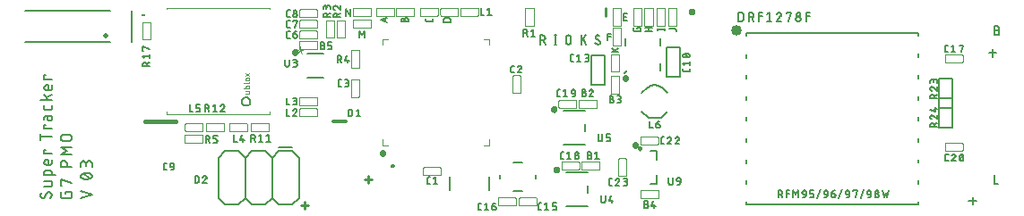
<source format=gto>
G04 EAGLE Gerber RS-274X export*
G75*
%MOMM*%
%FSLAX34Y34*%
%LPD*%
%INTop Silkscreen*%
%IPPOS*%
%AMOC8*
5,1,8,0,0,1.08239X$1,22.5*%
G01*
%ADD10C,0.177800*%
%ADD11C,0.152400*%
%ADD12C,0.203200*%
%ADD13C,0.254000*%
%ADD14C,0.304800*%
%ADD15C,0.406400*%
%ADD16C,0.076200*%
%ADD17C,0.120000*%
%ADD18C,0.200000*%
%ADD19C,0.127000*%
%ADD20C,0.508000*%
%ADD21C,0.100000*%
%ADD22C,1.016000*%
%ADD23C,0.150000*%
%ADD24C,0.250000*%
%ADD25C,0.000000*%


D10*
X698791Y181651D02*
X698791Y190033D01*
X701119Y190033D01*
X701213Y190031D01*
X701306Y190025D01*
X701400Y190016D01*
X701492Y190003D01*
X701585Y189986D01*
X701676Y189965D01*
X701767Y189941D01*
X701856Y189913D01*
X701945Y189882D01*
X702031Y189847D01*
X702117Y189808D01*
X702201Y189766D01*
X702283Y189721D01*
X702363Y189673D01*
X702441Y189621D01*
X702518Y189566D01*
X702591Y189508D01*
X702663Y189448D01*
X702732Y189384D01*
X702798Y189318D01*
X702862Y189249D01*
X702922Y189177D01*
X702980Y189104D01*
X703035Y189027D01*
X703087Y188949D01*
X703135Y188869D01*
X703180Y188787D01*
X703222Y188703D01*
X703261Y188617D01*
X703296Y188531D01*
X703327Y188442D01*
X703355Y188353D01*
X703379Y188262D01*
X703400Y188171D01*
X703417Y188078D01*
X703430Y187986D01*
X703439Y187892D01*
X703445Y187799D01*
X703447Y187705D01*
X703448Y187705D02*
X703448Y183979D01*
X703447Y183979D02*
X703445Y183885D01*
X703439Y183792D01*
X703430Y183698D01*
X703417Y183606D01*
X703400Y183513D01*
X703379Y183422D01*
X703355Y183331D01*
X703327Y183242D01*
X703296Y183153D01*
X703261Y183067D01*
X703222Y182981D01*
X703180Y182897D01*
X703135Y182815D01*
X703087Y182735D01*
X703035Y182657D01*
X702980Y182580D01*
X702922Y182507D01*
X702862Y182435D01*
X702798Y182366D01*
X702732Y182300D01*
X702663Y182236D01*
X702591Y182176D01*
X702518Y182118D01*
X702441Y182063D01*
X702363Y182011D01*
X702283Y181963D01*
X702201Y181918D01*
X702117Y181876D01*
X702031Y181837D01*
X701945Y181802D01*
X701856Y181771D01*
X701767Y181743D01*
X701676Y181719D01*
X701585Y181698D01*
X701492Y181681D01*
X701400Y181668D01*
X701306Y181659D01*
X701213Y181653D01*
X701119Y181651D01*
X698791Y181651D01*
X708638Y181651D02*
X708638Y190033D01*
X710967Y190033D01*
X711062Y190031D01*
X711157Y190025D01*
X711251Y190016D01*
X711345Y190002D01*
X711439Y189985D01*
X711531Y189964D01*
X711623Y189939D01*
X711713Y189910D01*
X711803Y189878D01*
X711891Y189842D01*
X711977Y189802D01*
X712062Y189760D01*
X712145Y189713D01*
X712226Y189663D01*
X712304Y189610D01*
X712381Y189554D01*
X712455Y189495D01*
X712527Y189433D01*
X712596Y189368D01*
X712663Y189300D01*
X712726Y189230D01*
X712787Y189156D01*
X712845Y189081D01*
X712899Y189003D01*
X712951Y188923D01*
X712999Y188841D01*
X713043Y188758D01*
X713085Y188672D01*
X713122Y188585D01*
X713156Y188496D01*
X713187Y188406D01*
X713214Y188315D01*
X713237Y188223D01*
X713256Y188130D01*
X713271Y188036D01*
X713283Y187942D01*
X713291Y187847D01*
X713295Y187752D01*
X713295Y187658D01*
X713291Y187563D01*
X713283Y187468D01*
X713271Y187374D01*
X713256Y187280D01*
X713237Y187187D01*
X713214Y187095D01*
X713187Y187004D01*
X713156Y186914D01*
X713122Y186825D01*
X713085Y186738D01*
X713043Y186652D01*
X712999Y186569D01*
X712951Y186487D01*
X712899Y186407D01*
X712845Y186329D01*
X712787Y186254D01*
X712726Y186180D01*
X712663Y186110D01*
X712596Y186042D01*
X712527Y185977D01*
X712455Y185915D01*
X712381Y185856D01*
X712304Y185800D01*
X712226Y185747D01*
X712145Y185697D01*
X712062Y185650D01*
X711977Y185608D01*
X711891Y185568D01*
X711803Y185532D01*
X711713Y185500D01*
X711623Y185471D01*
X711531Y185446D01*
X711439Y185425D01*
X711345Y185408D01*
X711251Y185394D01*
X711157Y185385D01*
X711062Y185379D01*
X710967Y185377D01*
X710967Y185376D02*
X708638Y185376D01*
X711432Y185376D02*
X713295Y181651D01*
X718022Y181651D02*
X718022Y190033D01*
X721747Y190033D01*
X721747Y186308D02*
X718022Y186308D01*
X725613Y188170D02*
X727942Y190033D01*
X727942Y181651D01*
X730270Y181651D02*
X725613Y181651D01*
X737318Y190034D02*
X737407Y190032D01*
X737496Y190026D01*
X737584Y190017D01*
X737672Y190004D01*
X737760Y189987D01*
X737846Y189966D01*
X737932Y189942D01*
X738016Y189914D01*
X738100Y189883D01*
X738181Y189848D01*
X738262Y189810D01*
X738340Y189768D01*
X738417Y189723D01*
X738492Y189675D01*
X738564Y189623D01*
X738635Y189569D01*
X738703Y189511D01*
X738768Y189451D01*
X738831Y189388D01*
X738891Y189323D01*
X738949Y189255D01*
X739003Y189184D01*
X739055Y189112D01*
X739103Y189037D01*
X739148Y188960D01*
X739190Y188882D01*
X739228Y188801D01*
X739263Y188720D01*
X739294Y188636D01*
X739322Y188552D01*
X739346Y188466D01*
X739367Y188380D01*
X739384Y188292D01*
X739397Y188204D01*
X739406Y188116D01*
X739412Y188027D01*
X739414Y187938D01*
X737318Y190033D02*
X737215Y190031D01*
X737113Y190025D01*
X737011Y190015D01*
X736909Y190002D01*
X736808Y189984D01*
X736708Y189963D01*
X736608Y189938D01*
X736510Y189909D01*
X736413Y189876D01*
X736317Y189840D01*
X736222Y189800D01*
X736129Y189756D01*
X736038Y189709D01*
X735949Y189659D01*
X735862Y189605D01*
X735776Y189548D01*
X735693Y189488D01*
X735613Y189424D01*
X735535Y189358D01*
X735459Y189288D01*
X735386Y189216D01*
X735316Y189141D01*
X735249Y189063D01*
X735185Y188983D01*
X735124Y188901D01*
X735066Y188816D01*
X735012Y188729D01*
X734960Y188640D01*
X734913Y188550D01*
X734868Y188457D01*
X734828Y188363D01*
X734790Y188267D01*
X734757Y188170D01*
X738715Y186308D02*
X738780Y186372D01*
X738842Y186439D01*
X738902Y186508D01*
X738958Y186580D01*
X739011Y186653D01*
X739062Y186729D01*
X739109Y186807D01*
X739153Y186887D01*
X739194Y186968D01*
X739232Y187051D01*
X739266Y187136D01*
X739297Y187222D01*
X739324Y187309D01*
X739348Y187397D01*
X739368Y187485D01*
X739385Y187575D01*
X739397Y187665D01*
X739407Y187756D01*
X739412Y187847D01*
X739414Y187938D01*
X738715Y186308D02*
X734757Y181651D01*
X739414Y181651D01*
X743901Y189102D02*
X743901Y190033D01*
X748558Y190033D01*
X746230Y181651D01*
X753046Y183979D02*
X753048Y184074D01*
X753054Y184169D01*
X753063Y184263D01*
X753077Y184357D01*
X753094Y184451D01*
X753115Y184543D01*
X753140Y184635D01*
X753169Y184725D01*
X753201Y184815D01*
X753237Y184903D01*
X753277Y184989D01*
X753319Y185074D01*
X753366Y185157D01*
X753416Y185238D01*
X753469Y185316D01*
X753525Y185393D01*
X753584Y185467D01*
X753646Y185539D01*
X753711Y185608D01*
X753779Y185675D01*
X753849Y185738D01*
X753923Y185799D01*
X753998Y185857D01*
X754076Y185911D01*
X754156Y185963D01*
X754238Y186011D01*
X754321Y186055D01*
X754407Y186097D01*
X754494Y186134D01*
X754583Y186168D01*
X754673Y186199D01*
X754764Y186226D01*
X754856Y186249D01*
X754949Y186268D01*
X755043Y186283D01*
X755137Y186295D01*
X755232Y186303D01*
X755327Y186307D01*
X755421Y186307D01*
X755516Y186303D01*
X755611Y186295D01*
X755705Y186283D01*
X755799Y186268D01*
X755892Y186249D01*
X755984Y186226D01*
X756075Y186199D01*
X756165Y186168D01*
X756254Y186134D01*
X756341Y186097D01*
X756427Y186055D01*
X756510Y186011D01*
X756592Y185963D01*
X756672Y185911D01*
X756750Y185857D01*
X756825Y185799D01*
X756899Y185738D01*
X756969Y185675D01*
X757037Y185608D01*
X757102Y185539D01*
X757164Y185467D01*
X757223Y185393D01*
X757279Y185316D01*
X757332Y185238D01*
X757382Y185157D01*
X757429Y185074D01*
X757471Y184989D01*
X757511Y184903D01*
X757547Y184815D01*
X757579Y184725D01*
X757608Y184635D01*
X757633Y184543D01*
X757654Y184451D01*
X757671Y184357D01*
X757685Y184263D01*
X757694Y184169D01*
X757700Y184074D01*
X757702Y183979D01*
X757700Y183884D01*
X757694Y183789D01*
X757685Y183695D01*
X757671Y183601D01*
X757654Y183507D01*
X757633Y183415D01*
X757608Y183323D01*
X757579Y183233D01*
X757547Y183143D01*
X757511Y183055D01*
X757471Y182969D01*
X757429Y182884D01*
X757382Y182801D01*
X757332Y182720D01*
X757279Y182642D01*
X757223Y182565D01*
X757164Y182491D01*
X757102Y182419D01*
X757037Y182350D01*
X756969Y182283D01*
X756899Y182220D01*
X756825Y182159D01*
X756750Y182101D01*
X756672Y182047D01*
X756592Y181995D01*
X756510Y181947D01*
X756427Y181903D01*
X756341Y181861D01*
X756254Y181824D01*
X756165Y181790D01*
X756075Y181759D01*
X755984Y181732D01*
X755892Y181709D01*
X755799Y181690D01*
X755705Y181675D01*
X755611Y181663D01*
X755516Y181655D01*
X755421Y181651D01*
X755327Y181651D01*
X755232Y181655D01*
X755137Y181663D01*
X755043Y181675D01*
X754949Y181690D01*
X754856Y181709D01*
X754764Y181732D01*
X754673Y181759D01*
X754583Y181790D01*
X754494Y181824D01*
X754407Y181861D01*
X754321Y181903D01*
X754238Y181947D01*
X754156Y181995D01*
X754076Y182047D01*
X753998Y182101D01*
X753923Y182159D01*
X753849Y182220D01*
X753779Y182283D01*
X753711Y182350D01*
X753646Y182419D01*
X753584Y182491D01*
X753525Y182565D01*
X753469Y182642D01*
X753416Y182720D01*
X753366Y182801D01*
X753319Y182884D01*
X753277Y182969D01*
X753237Y183055D01*
X753201Y183143D01*
X753169Y183233D01*
X753140Y183323D01*
X753115Y183415D01*
X753094Y183507D01*
X753077Y183601D01*
X753063Y183695D01*
X753054Y183789D01*
X753048Y183884D01*
X753046Y183979D01*
X753511Y188170D02*
X753513Y188255D01*
X753519Y188339D01*
X753528Y188424D01*
X753542Y188507D01*
X753559Y188590D01*
X753580Y188673D01*
X753605Y188754D01*
X753633Y188834D01*
X753665Y188912D01*
X753701Y188989D01*
X753740Y189065D01*
X753782Y189138D01*
X753828Y189209D01*
X753877Y189279D01*
X753929Y189346D01*
X753984Y189410D01*
X754042Y189472D01*
X754102Y189532D01*
X754166Y189588D01*
X754231Y189642D01*
X754300Y189692D01*
X754370Y189739D01*
X754443Y189783D01*
X754517Y189824D01*
X754593Y189861D01*
X754671Y189895D01*
X754750Y189925D01*
X754831Y189952D01*
X754912Y189975D01*
X754995Y189994D01*
X755078Y190009D01*
X755162Y190021D01*
X755247Y190029D01*
X755332Y190033D01*
X755416Y190033D01*
X755501Y190029D01*
X755586Y190021D01*
X755670Y190009D01*
X755753Y189994D01*
X755836Y189975D01*
X755917Y189952D01*
X755998Y189925D01*
X756077Y189895D01*
X756155Y189861D01*
X756231Y189824D01*
X756306Y189783D01*
X756378Y189739D01*
X756448Y189692D01*
X756517Y189642D01*
X756582Y189588D01*
X756646Y189532D01*
X756706Y189472D01*
X756764Y189410D01*
X756819Y189346D01*
X756871Y189279D01*
X756920Y189209D01*
X756966Y189138D01*
X757008Y189065D01*
X757047Y188989D01*
X757083Y188912D01*
X757115Y188834D01*
X757143Y188754D01*
X757168Y188673D01*
X757189Y188590D01*
X757206Y188507D01*
X757220Y188424D01*
X757229Y188339D01*
X757235Y188255D01*
X757237Y188170D01*
X757235Y188085D01*
X757229Y188001D01*
X757220Y187916D01*
X757206Y187833D01*
X757189Y187750D01*
X757168Y187667D01*
X757143Y187586D01*
X757115Y187506D01*
X757083Y187428D01*
X757047Y187351D01*
X757008Y187275D01*
X756966Y187202D01*
X756920Y187131D01*
X756871Y187061D01*
X756819Y186994D01*
X756764Y186930D01*
X756706Y186868D01*
X756646Y186808D01*
X756582Y186752D01*
X756517Y186698D01*
X756448Y186648D01*
X756378Y186601D01*
X756306Y186557D01*
X756231Y186516D01*
X756155Y186479D01*
X756077Y186445D01*
X755998Y186415D01*
X755917Y186388D01*
X755836Y186365D01*
X755753Y186346D01*
X755670Y186331D01*
X755586Y186319D01*
X755501Y186311D01*
X755416Y186307D01*
X755332Y186307D01*
X755247Y186311D01*
X755162Y186319D01*
X755078Y186331D01*
X754995Y186346D01*
X754912Y186365D01*
X754831Y186388D01*
X754750Y186415D01*
X754671Y186445D01*
X754593Y186479D01*
X754517Y186516D01*
X754443Y186557D01*
X754370Y186601D01*
X754300Y186648D01*
X754231Y186698D01*
X754166Y186752D01*
X754102Y186808D01*
X754042Y186868D01*
X753984Y186930D01*
X753929Y186994D01*
X753877Y187061D01*
X753828Y187131D01*
X753782Y187202D01*
X753740Y187275D01*
X753701Y187351D01*
X753665Y187428D01*
X753633Y187506D01*
X753605Y187586D01*
X753580Y187667D01*
X753559Y187750D01*
X753542Y187833D01*
X753528Y187916D01*
X753519Y188001D01*
X753513Y188085D01*
X753511Y188170D01*
X762523Y190033D02*
X762523Y181651D01*
X762523Y190033D02*
X766248Y190033D01*
X766248Y186308D02*
X762523Y186308D01*
D11*
X736684Y21176D02*
X736684Y14572D01*
X736684Y21176D02*
X738518Y21176D01*
X738603Y21174D01*
X738687Y21168D01*
X738771Y21158D01*
X738855Y21145D01*
X738938Y21127D01*
X739020Y21106D01*
X739101Y21081D01*
X739181Y21052D01*
X739259Y21020D01*
X739335Y20984D01*
X739410Y20944D01*
X739483Y20901D01*
X739554Y20855D01*
X739623Y20806D01*
X739690Y20753D01*
X739754Y20697D01*
X739815Y20639D01*
X739873Y20578D01*
X739929Y20514D01*
X739982Y20447D01*
X740031Y20378D01*
X740077Y20307D01*
X740120Y20234D01*
X740160Y20159D01*
X740196Y20083D01*
X740228Y20005D01*
X740257Y19925D01*
X740282Y19844D01*
X740303Y19762D01*
X740321Y19679D01*
X740334Y19595D01*
X740344Y19511D01*
X740350Y19427D01*
X740352Y19342D01*
X740350Y19257D01*
X740344Y19173D01*
X740334Y19089D01*
X740321Y19005D01*
X740303Y18922D01*
X740282Y18840D01*
X740257Y18759D01*
X740228Y18679D01*
X740196Y18601D01*
X740160Y18525D01*
X740120Y18450D01*
X740077Y18377D01*
X740031Y18306D01*
X739982Y18237D01*
X739929Y18170D01*
X739873Y18106D01*
X739815Y18045D01*
X739754Y17987D01*
X739690Y17931D01*
X739623Y17878D01*
X739554Y17829D01*
X739483Y17783D01*
X739410Y17740D01*
X739335Y17700D01*
X739259Y17664D01*
X739181Y17632D01*
X739101Y17603D01*
X739020Y17578D01*
X738938Y17557D01*
X738855Y17539D01*
X738771Y17526D01*
X738687Y17516D01*
X738603Y17510D01*
X738518Y17508D01*
X738518Y17507D02*
X736684Y17507D01*
X738885Y17507D02*
X740353Y14572D01*
X744188Y14572D02*
X744188Y21176D01*
X747124Y21176D01*
X747124Y18241D02*
X744188Y18241D01*
X750625Y21176D02*
X750625Y14572D01*
X752826Y17507D02*
X750625Y21176D01*
X752826Y17507D02*
X755028Y21176D01*
X755028Y14572D01*
X760506Y17507D02*
X762707Y17507D01*
X760506Y17507D02*
X760432Y17509D01*
X760357Y17515D01*
X760284Y17524D01*
X760210Y17537D01*
X760138Y17554D01*
X760067Y17574D01*
X759996Y17598D01*
X759927Y17626D01*
X759860Y17657D01*
X759794Y17691D01*
X759729Y17729D01*
X759667Y17770D01*
X759607Y17814D01*
X759550Y17861D01*
X759495Y17911D01*
X759442Y17964D01*
X759392Y18019D01*
X759345Y18076D01*
X759301Y18136D01*
X759260Y18198D01*
X759222Y18263D01*
X759188Y18329D01*
X759157Y18396D01*
X759129Y18465D01*
X759105Y18536D01*
X759085Y18607D01*
X759068Y18679D01*
X759055Y18753D01*
X759046Y18826D01*
X759040Y18901D01*
X759038Y18975D01*
X759038Y19342D01*
X759039Y19342D02*
X759041Y19427D01*
X759047Y19511D01*
X759057Y19595D01*
X759070Y19679D01*
X759088Y19762D01*
X759109Y19844D01*
X759134Y19925D01*
X759163Y20005D01*
X759195Y20083D01*
X759231Y20159D01*
X759271Y20234D01*
X759314Y20307D01*
X759360Y20378D01*
X759409Y20447D01*
X759462Y20514D01*
X759518Y20578D01*
X759576Y20639D01*
X759637Y20697D01*
X759701Y20753D01*
X759768Y20806D01*
X759837Y20855D01*
X759908Y20901D01*
X759981Y20944D01*
X760056Y20984D01*
X760132Y21020D01*
X760210Y21052D01*
X760290Y21081D01*
X760371Y21106D01*
X760453Y21127D01*
X760536Y21145D01*
X760620Y21158D01*
X760704Y21168D01*
X760788Y21174D01*
X760873Y21176D01*
X760958Y21174D01*
X761042Y21168D01*
X761126Y21158D01*
X761210Y21145D01*
X761293Y21127D01*
X761375Y21106D01*
X761456Y21081D01*
X761536Y21052D01*
X761614Y21020D01*
X761690Y20984D01*
X761765Y20944D01*
X761838Y20901D01*
X761909Y20855D01*
X761978Y20806D01*
X762045Y20753D01*
X762109Y20697D01*
X762170Y20639D01*
X762228Y20578D01*
X762284Y20514D01*
X762337Y20447D01*
X762386Y20378D01*
X762432Y20307D01*
X762475Y20234D01*
X762515Y20159D01*
X762551Y20083D01*
X762583Y20005D01*
X762612Y19925D01*
X762637Y19844D01*
X762658Y19762D01*
X762676Y19679D01*
X762689Y19595D01*
X762699Y19511D01*
X762705Y19427D01*
X762707Y19342D01*
X762707Y17507D01*
X762705Y17400D01*
X762699Y17293D01*
X762689Y17186D01*
X762676Y17080D01*
X762658Y16974D01*
X762637Y16869D01*
X762612Y16765D01*
X762583Y16661D01*
X762550Y16559D01*
X762513Y16459D01*
X762473Y16359D01*
X762429Y16261D01*
X762382Y16165D01*
X762331Y16071D01*
X762277Y15978D01*
X762220Y15888D01*
X762159Y15799D01*
X762095Y15713D01*
X762028Y15630D01*
X761958Y15548D01*
X761885Y15470D01*
X761809Y15394D01*
X761731Y15321D01*
X761649Y15251D01*
X761566Y15184D01*
X761480Y15120D01*
X761391Y15059D01*
X761301Y15002D01*
X761208Y14948D01*
X761114Y14897D01*
X761018Y14849D01*
X760920Y14806D01*
X760820Y14766D01*
X760720Y14729D01*
X760618Y14696D01*
X760514Y14667D01*
X760410Y14642D01*
X760305Y14621D01*
X760199Y14603D01*
X760093Y14590D01*
X759986Y14580D01*
X759879Y14574D01*
X759772Y14572D01*
X766354Y14572D02*
X768555Y14572D01*
X768629Y14574D01*
X768704Y14580D01*
X768777Y14589D01*
X768851Y14602D01*
X768923Y14619D01*
X768994Y14639D01*
X769065Y14663D01*
X769134Y14691D01*
X769201Y14722D01*
X769267Y14756D01*
X769332Y14794D01*
X769394Y14835D01*
X769454Y14879D01*
X769511Y14926D01*
X769566Y14976D01*
X769619Y15029D01*
X769669Y15084D01*
X769716Y15141D01*
X769760Y15201D01*
X769801Y15263D01*
X769839Y15328D01*
X769873Y15393D01*
X769904Y15461D01*
X769932Y15530D01*
X769956Y15601D01*
X769976Y15672D01*
X769993Y15744D01*
X770006Y15818D01*
X770015Y15891D01*
X770021Y15966D01*
X770023Y16040D01*
X770023Y16773D01*
X770021Y16847D01*
X770015Y16922D01*
X770006Y16995D01*
X769993Y17069D01*
X769976Y17141D01*
X769956Y17212D01*
X769932Y17283D01*
X769904Y17352D01*
X769873Y17419D01*
X769839Y17485D01*
X769801Y17550D01*
X769760Y17612D01*
X769716Y17672D01*
X769669Y17729D01*
X769619Y17784D01*
X769566Y17837D01*
X769511Y17887D01*
X769454Y17934D01*
X769394Y17978D01*
X769332Y18019D01*
X769267Y18057D01*
X769201Y18091D01*
X769134Y18122D01*
X769065Y18150D01*
X768994Y18174D01*
X768923Y18194D01*
X768851Y18211D01*
X768777Y18224D01*
X768704Y18233D01*
X768629Y18239D01*
X768555Y18241D01*
X766354Y18241D01*
X766354Y21176D01*
X770023Y21176D01*
X776239Y21910D02*
X773304Y13838D01*
X780989Y17507D02*
X783190Y17507D01*
X780989Y17507D02*
X780915Y17509D01*
X780840Y17515D01*
X780767Y17524D01*
X780693Y17537D01*
X780621Y17554D01*
X780550Y17574D01*
X780479Y17598D01*
X780410Y17626D01*
X780343Y17657D01*
X780277Y17691D01*
X780212Y17729D01*
X780150Y17770D01*
X780090Y17814D01*
X780033Y17861D01*
X779978Y17911D01*
X779925Y17964D01*
X779875Y18019D01*
X779828Y18076D01*
X779784Y18136D01*
X779743Y18198D01*
X779705Y18263D01*
X779671Y18329D01*
X779640Y18396D01*
X779612Y18465D01*
X779588Y18536D01*
X779568Y18607D01*
X779551Y18679D01*
X779538Y18753D01*
X779529Y18826D01*
X779523Y18901D01*
X779521Y18975D01*
X779521Y19342D01*
X779523Y19427D01*
X779529Y19511D01*
X779539Y19595D01*
X779552Y19679D01*
X779570Y19762D01*
X779591Y19844D01*
X779616Y19925D01*
X779645Y20005D01*
X779677Y20083D01*
X779713Y20159D01*
X779753Y20234D01*
X779796Y20307D01*
X779842Y20378D01*
X779891Y20447D01*
X779944Y20514D01*
X780000Y20578D01*
X780058Y20639D01*
X780119Y20697D01*
X780183Y20753D01*
X780250Y20806D01*
X780319Y20855D01*
X780390Y20901D01*
X780463Y20944D01*
X780538Y20984D01*
X780614Y21020D01*
X780692Y21052D01*
X780772Y21081D01*
X780853Y21106D01*
X780935Y21127D01*
X781018Y21145D01*
X781102Y21158D01*
X781186Y21168D01*
X781270Y21174D01*
X781355Y21176D01*
X781440Y21174D01*
X781524Y21168D01*
X781608Y21158D01*
X781692Y21145D01*
X781775Y21127D01*
X781857Y21106D01*
X781938Y21081D01*
X782018Y21052D01*
X782096Y21020D01*
X782172Y20984D01*
X782247Y20944D01*
X782320Y20901D01*
X782391Y20855D01*
X782460Y20806D01*
X782527Y20753D01*
X782591Y20697D01*
X782652Y20639D01*
X782710Y20578D01*
X782766Y20514D01*
X782819Y20447D01*
X782868Y20378D01*
X782914Y20307D01*
X782957Y20234D01*
X782997Y20159D01*
X783033Y20083D01*
X783065Y20005D01*
X783094Y19925D01*
X783119Y19844D01*
X783140Y19762D01*
X783158Y19679D01*
X783171Y19595D01*
X783181Y19511D01*
X783187Y19427D01*
X783189Y19342D01*
X783190Y19342D02*
X783190Y17507D01*
X783188Y17400D01*
X783182Y17293D01*
X783172Y17186D01*
X783159Y17080D01*
X783141Y16974D01*
X783120Y16869D01*
X783095Y16765D01*
X783066Y16661D01*
X783033Y16559D01*
X782996Y16459D01*
X782956Y16359D01*
X782912Y16261D01*
X782865Y16165D01*
X782814Y16071D01*
X782760Y15978D01*
X782703Y15888D01*
X782642Y15799D01*
X782578Y15713D01*
X782511Y15630D01*
X782441Y15548D01*
X782368Y15470D01*
X782292Y15394D01*
X782214Y15321D01*
X782132Y15251D01*
X782049Y15184D01*
X781963Y15120D01*
X781874Y15059D01*
X781784Y15002D01*
X781691Y14948D01*
X781597Y14897D01*
X781501Y14849D01*
X781403Y14806D01*
X781303Y14766D01*
X781203Y14729D01*
X781101Y14696D01*
X780997Y14667D01*
X780893Y14642D01*
X780788Y14621D01*
X780682Y14603D01*
X780576Y14590D01*
X780469Y14580D01*
X780362Y14574D01*
X780255Y14572D01*
X786836Y18241D02*
X789037Y18241D01*
X789111Y18239D01*
X789186Y18233D01*
X789259Y18224D01*
X789333Y18211D01*
X789405Y18194D01*
X789476Y18174D01*
X789547Y18150D01*
X789616Y18122D01*
X789683Y18091D01*
X789749Y18057D01*
X789814Y18019D01*
X789876Y17978D01*
X789936Y17934D01*
X789993Y17887D01*
X790048Y17837D01*
X790101Y17784D01*
X790151Y17729D01*
X790198Y17672D01*
X790242Y17612D01*
X790283Y17550D01*
X790321Y17485D01*
X790355Y17419D01*
X790386Y17352D01*
X790414Y17283D01*
X790438Y17212D01*
X790458Y17141D01*
X790475Y17069D01*
X790488Y16995D01*
X790497Y16922D01*
X790503Y16847D01*
X790505Y16773D01*
X790505Y16406D01*
X790503Y16321D01*
X790497Y16237D01*
X790487Y16153D01*
X790474Y16069D01*
X790456Y15986D01*
X790435Y15904D01*
X790410Y15823D01*
X790381Y15743D01*
X790349Y15665D01*
X790313Y15589D01*
X790273Y15514D01*
X790230Y15441D01*
X790184Y15370D01*
X790135Y15301D01*
X790082Y15234D01*
X790026Y15170D01*
X789968Y15109D01*
X789907Y15051D01*
X789843Y14995D01*
X789776Y14942D01*
X789707Y14893D01*
X789636Y14847D01*
X789563Y14804D01*
X789488Y14764D01*
X789412Y14728D01*
X789334Y14696D01*
X789254Y14667D01*
X789173Y14642D01*
X789091Y14621D01*
X789008Y14603D01*
X788924Y14590D01*
X788840Y14580D01*
X788756Y14574D01*
X788671Y14572D01*
X788586Y14574D01*
X788502Y14580D01*
X788418Y14590D01*
X788334Y14603D01*
X788251Y14621D01*
X788169Y14642D01*
X788088Y14667D01*
X788008Y14696D01*
X787930Y14728D01*
X787854Y14764D01*
X787779Y14804D01*
X787706Y14847D01*
X787635Y14893D01*
X787566Y14942D01*
X787499Y14995D01*
X787435Y15051D01*
X787374Y15109D01*
X787316Y15170D01*
X787260Y15234D01*
X787207Y15301D01*
X787158Y15370D01*
X787112Y15441D01*
X787069Y15514D01*
X787029Y15589D01*
X786993Y15665D01*
X786961Y15743D01*
X786932Y15823D01*
X786907Y15904D01*
X786886Y15986D01*
X786868Y16069D01*
X786855Y16153D01*
X786845Y16237D01*
X786839Y16321D01*
X786837Y16406D01*
X786836Y16406D02*
X786836Y18241D01*
X786838Y18348D01*
X786844Y18455D01*
X786854Y18562D01*
X786867Y18668D01*
X786885Y18774D01*
X786906Y18879D01*
X786931Y18983D01*
X786960Y19087D01*
X786993Y19189D01*
X787030Y19289D01*
X787070Y19389D01*
X787114Y19487D01*
X787161Y19583D01*
X787212Y19677D01*
X787266Y19770D01*
X787323Y19860D01*
X787384Y19949D01*
X787448Y20035D01*
X787515Y20118D01*
X787585Y20200D01*
X787658Y20278D01*
X787734Y20354D01*
X787812Y20427D01*
X787894Y20497D01*
X787977Y20564D01*
X788063Y20628D01*
X788152Y20689D01*
X788242Y20746D01*
X788335Y20800D01*
X788429Y20851D01*
X788525Y20898D01*
X788623Y20942D01*
X788723Y20982D01*
X788823Y21019D01*
X788925Y21052D01*
X789029Y21081D01*
X789133Y21106D01*
X789238Y21127D01*
X789344Y21145D01*
X789450Y21158D01*
X789557Y21168D01*
X789664Y21174D01*
X789771Y21176D01*
X796722Y21910D02*
X793787Y13838D01*
X801471Y17507D02*
X803672Y17507D01*
X801471Y17507D02*
X801397Y17509D01*
X801322Y17515D01*
X801249Y17524D01*
X801175Y17537D01*
X801103Y17554D01*
X801032Y17574D01*
X800961Y17598D01*
X800892Y17626D01*
X800825Y17657D01*
X800759Y17691D01*
X800694Y17729D01*
X800632Y17770D01*
X800572Y17814D01*
X800515Y17861D01*
X800460Y17911D01*
X800407Y17964D01*
X800357Y18019D01*
X800310Y18076D01*
X800266Y18136D01*
X800225Y18198D01*
X800187Y18263D01*
X800153Y18329D01*
X800122Y18396D01*
X800094Y18465D01*
X800070Y18536D01*
X800050Y18607D01*
X800033Y18679D01*
X800020Y18753D01*
X800011Y18826D01*
X800005Y18901D01*
X800003Y18975D01*
X800004Y18975D02*
X800004Y19342D01*
X800006Y19427D01*
X800012Y19511D01*
X800022Y19595D01*
X800035Y19679D01*
X800053Y19762D01*
X800074Y19844D01*
X800099Y19925D01*
X800128Y20005D01*
X800160Y20083D01*
X800196Y20159D01*
X800236Y20234D01*
X800279Y20307D01*
X800325Y20378D01*
X800374Y20447D01*
X800427Y20514D01*
X800483Y20578D01*
X800541Y20639D01*
X800602Y20697D01*
X800666Y20753D01*
X800733Y20806D01*
X800802Y20855D01*
X800873Y20901D01*
X800946Y20944D01*
X801021Y20984D01*
X801097Y21020D01*
X801175Y21052D01*
X801255Y21081D01*
X801336Y21106D01*
X801418Y21127D01*
X801501Y21145D01*
X801585Y21158D01*
X801669Y21168D01*
X801753Y21174D01*
X801838Y21176D01*
X801923Y21174D01*
X802007Y21168D01*
X802091Y21158D01*
X802175Y21145D01*
X802258Y21127D01*
X802340Y21106D01*
X802421Y21081D01*
X802501Y21052D01*
X802579Y21020D01*
X802655Y20984D01*
X802730Y20944D01*
X802803Y20901D01*
X802874Y20855D01*
X802943Y20806D01*
X803010Y20753D01*
X803074Y20697D01*
X803135Y20639D01*
X803193Y20578D01*
X803249Y20514D01*
X803302Y20447D01*
X803351Y20378D01*
X803397Y20307D01*
X803440Y20234D01*
X803480Y20159D01*
X803516Y20083D01*
X803548Y20005D01*
X803577Y19925D01*
X803602Y19844D01*
X803623Y19762D01*
X803641Y19679D01*
X803654Y19595D01*
X803664Y19511D01*
X803670Y19427D01*
X803672Y19342D01*
X803672Y17507D01*
X803670Y17400D01*
X803664Y17293D01*
X803654Y17186D01*
X803641Y17080D01*
X803623Y16974D01*
X803602Y16869D01*
X803577Y16765D01*
X803548Y16661D01*
X803515Y16559D01*
X803478Y16459D01*
X803438Y16359D01*
X803394Y16261D01*
X803347Y16165D01*
X803296Y16071D01*
X803242Y15978D01*
X803185Y15888D01*
X803124Y15799D01*
X803060Y15713D01*
X802993Y15630D01*
X802923Y15548D01*
X802850Y15470D01*
X802774Y15394D01*
X802696Y15321D01*
X802614Y15251D01*
X802531Y15184D01*
X802445Y15120D01*
X802356Y15059D01*
X802266Y15002D01*
X802173Y14948D01*
X802079Y14897D01*
X801983Y14849D01*
X801885Y14806D01*
X801785Y14766D01*
X801685Y14729D01*
X801583Y14696D01*
X801479Y14667D01*
X801375Y14642D01*
X801270Y14621D01*
X801164Y14603D01*
X801058Y14590D01*
X800951Y14580D01*
X800844Y14574D01*
X800737Y14572D01*
X807319Y20442D02*
X807319Y21176D01*
X810988Y21176D01*
X809153Y14572D01*
X814269Y13838D02*
X817204Y21910D01*
X821954Y17507D02*
X824155Y17507D01*
X821954Y17507D02*
X821880Y17509D01*
X821805Y17515D01*
X821732Y17524D01*
X821658Y17537D01*
X821586Y17554D01*
X821515Y17574D01*
X821444Y17598D01*
X821375Y17626D01*
X821308Y17657D01*
X821242Y17691D01*
X821177Y17729D01*
X821115Y17770D01*
X821055Y17814D01*
X820998Y17861D01*
X820943Y17911D01*
X820890Y17964D01*
X820840Y18019D01*
X820793Y18076D01*
X820749Y18136D01*
X820708Y18198D01*
X820670Y18263D01*
X820636Y18329D01*
X820605Y18396D01*
X820577Y18465D01*
X820553Y18536D01*
X820533Y18607D01*
X820516Y18679D01*
X820503Y18753D01*
X820494Y18826D01*
X820488Y18901D01*
X820486Y18975D01*
X820486Y19342D01*
X820488Y19427D01*
X820494Y19511D01*
X820504Y19595D01*
X820517Y19679D01*
X820535Y19762D01*
X820556Y19844D01*
X820581Y19925D01*
X820610Y20005D01*
X820642Y20083D01*
X820678Y20159D01*
X820718Y20234D01*
X820761Y20307D01*
X820807Y20378D01*
X820856Y20447D01*
X820909Y20514D01*
X820965Y20578D01*
X821023Y20639D01*
X821084Y20697D01*
X821148Y20753D01*
X821215Y20806D01*
X821284Y20855D01*
X821355Y20901D01*
X821428Y20944D01*
X821503Y20984D01*
X821579Y21020D01*
X821657Y21052D01*
X821737Y21081D01*
X821818Y21106D01*
X821900Y21127D01*
X821983Y21145D01*
X822067Y21158D01*
X822151Y21168D01*
X822235Y21174D01*
X822320Y21176D01*
X822405Y21174D01*
X822489Y21168D01*
X822573Y21158D01*
X822657Y21145D01*
X822740Y21127D01*
X822822Y21106D01*
X822903Y21081D01*
X822983Y21052D01*
X823061Y21020D01*
X823137Y20984D01*
X823212Y20944D01*
X823285Y20901D01*
X823356Y20855D01*
X823425Y20806D01*
X823492Y20753D01*
X823556Y20697D01*
X823617Y20639D01*
X823675Y20578D01*
X823731Y20514D01*
X823784Y20447D01*
X823833Y20378D01*
X823879Y20307D01*
X823922Y20234D01*
X823962Y20159D01*
X823998Y20083D01*
X824030Y20005D01*
X824059Y19925D01*
X824084Y19844D01*
X824105Y19762D01*
X824123Y19679D01*
X824136Y19595D01*
X824146Y19511D01*
X824152Y19427D01*
X824154Y19342D01*
X824155Y19342D02*
X824155Y17507D01*
X824153Y17400D01*
X824147Y17293D01*
X824137Y17186D01*
X824124Y17080D01*
X824106Y16974D01*
X824085Y16869D01*
X824060Y16765D01*
X824031Y16661D01*
X823998Y16559D01*
X823961Y16459D01*
X823921Y16359D01*
X823877Y16261D01*
X823830Y16165D01*
X823779Y16071D01*
X823725Y15978D01*
X823668Y15888D01*
X823607Y15799D01*
X823543Y15713D01*
X823476Y15630D01*
X823406Y15548D01*
X823333Y15470D01*
X823257Y15394D01*
X823179Y15321D01*
X823097Y15251D01*
X823014Y15184D01*
X822928Y15120D01*
X822839Y15059D01*
X822749Y15002D01*
X822656Y14948D01*
X822562Y14897D01*
X822466Y14849D01*
X822368Y14806D01*
X822268Y14766D01*
X822168Y14729D01*
X822066Y14696D01*
X821962Y14667D01*
X821858Y14642D01*
X821753Y14621D01*
X821647Y14603D01*
X821541Y14590D01*
X821434Y14580D01*
X821327Y14574D01*
X821220Y14572D01*
X827802Y16406D02*
X827804Y16491D01*
X827810Y16575D01*
X827820Y16659D01*
X827833Y16743D01*
X827851Y16826D01*
X827872Y16908D01*
X827897Y16989D01*
X827926Y17069D01*
X827958Y17147D01*
X827994Y17223D01*
X828034Y17298D01*
X828077Y17371D01*
X828123Y17442D01*
X828172Y17511D01*
X828225Y17578D01*
X828281Y17642D01*
X828339Y17703D01*
X828400Y17761D01*
X828464Y17817D01*
X828531Y17870D01*
X828600Y17919D01*
X828671Y17965D01*
X828744Y18008D01*
X828819Y18048D01*
X828895Y18084D01*
X828973Y18116D01*
X829053Y18145D01*
X829134Y18170D01*
X829216Y18191D01*
X829299Y18209D01*
X829383Y18222D01*
X829467Y18232D01*
X829551Y18238D01*
X829636Y18240D01*
X829721Y18238D01*
X829805Y18232D01*
X829889Y18222D01*
X829973Y18209D01*
X830056Y18191D01*
X830138Y18170D01*
X830219Y18145D01*
X830299Y18116D01*
X830377Y18084D01*
X830453Y18048D01*
X830528Y18008D01*
X830601Y17965D01*
X830672Y17919D01*
X830741Y17870D01*
X830808Y17817D01*
X830872Y17761D01*
X830933Y17703D01*
X830991Y17642D01*
X831047Y17578D01*
X831100Y17511D01*
X831149Y17442D01*
X831195Y17371D01*
X831238Y17298D01*
X831278Y17223D01*
X831314Y17147D01*
X831346Y17069D01*
X831375Y16989D01*
X831400Y16908D01*
X831421Y16826D01*
X831439Y16743D01*
X831452Y16659D01*
X831462Y16575D01*
X831468Y16491D01*
X831470Y16406D01*
X831468Y16321D01*
X831462Y16237D01*
X831452Y16153D01*
X831439Y16069D01*
X831421Y15986D01*
X831400Y15904D01*
X831375Y15823D01*
X831346Y15743D01*
X831314Y15665D01*
X831278Y15589D01*
X831238Y15514D01*
X831195Y15441D01*
X831149Y15370D01*
X831100Y15301D01*
X831047Y15234D01*
X830991Y15170D01*
X830933Y15109D01*
X830872Y15051D01*
X830808Y14995D01*
X830741Y14942D01*
X830672Y14893D01*
X830601Y14847D01*
X830528Y14804D01*
X830453Y14764D01*
X830377Y14728D01*
X830299Y14696D01*
X830219Y14667D01*
X830138Y14642D01*
X830056Y14621D01*
X829973Y14603D01*
X829889Y14590D01*
X829805Y14580D01*
X829721Y14574D01*
X829636Y14572D01*
X829551Y14574D01*
X829467Y14580D01*
X829383Y14590D01*
X829299Y14603D01*
X829216Y14621D01*
X829134Y14642D01*
X829053Y14667D01*
X828973Y14696D01*
X828895Y14728D01*
X828819Y14764D01*
X828744Y14804D01*
X828671Y14847D01*
X828600Y14893D01*
X828531Y14942D01*
X828464Y14995D01*
X828400Y15051D01*
X828339Y15109D01*
X828281Y15170D01*
X828225Y15234D01*
X828172Y15301D01*
X828123Y15370D01*
X828077Y15441D01*
X828034Y15514D01*
X827994Y15589D01*
X827958Y15665D01*
X827926Y15743D01*
X827897Y15823D01*
X827872Y15904D01*
X827851Y15986D01*
X827833Y16069D01*
X827820Y16153D01*
X827810Y16237D01*
X827804Y16321D01*
X827802Y16406D01*
X828168Y19708D02*
X828170Y19784D01*
X828176Y19859D01*
X828185Y19934D01*
X828199Y20008D01*
X828216Y20082D01*
X828238Y20154D01*
X828262Y20226D01*
X828291Y20296D01*
X828323Y20364D01*
X828358Y20431D01*
X828397Y20496D01*
X828440Y20559D01*
X828485Y20619D01*
X828533Y20677D01*
X828585Y20733D01*
X828639Y20785D01*
X828696Y20835D01*
X828755Y20882D01*
X828816Y20926D01*
X828880Y20967D01*
X828946Y21004D01*
X829014Y21038D01*
X829083Y21068D01*
X829154Y21095D01*
X829226Y21118D01*
X829299Y21137D01*
X829373Y21152D01*
X829448Y21164D01*
X829523Y21172D01*
X829598Y21176D01*
X829674Y21176D01*
X829749Y21172D01*
X829824Y21164D01*
X829899Y21152D01*
X829973Y21137D01*
X830046Y21118D01*
X830118Y21095D01*
X830189Y21068D01*
X830258Y21038D01*
X830326Y21004D01*
X830392Y20967D01*
X830456Y20926D01*
X830517Y20882D01*
X830576Y20835D01*
X830633Y20785D01*
X830687Y20733D01*
X830739Y20677D01*
X830787Y20619D01*
X830832Y20559D01*
X830875Y20496D01*
X830914Y20431D01*
X830949Y20364D01*
X830981Y20296D01*
X831010Y20226D01*
X831034Y20154D01*
X831056Y20082D01*
X831073Y20008D01*
X831087Y19934D01*
X831096Y19859D01*
X831102Y19784D01*
X831104Y19708D01*
X831102Y19632D01*
X831096Y19557D01*
X831087Y19482D01*
X831073Y19408D01*
X831056Y19334D01*
X831034Y19262D01*
X831010Y19190D01*
X830981Y19120D01*
X830949Y19052D01*
X830914Y18985D01*
X830875Y18920D01*
X830832Y18857D01*
X830787Y18797D01*
X830739Y18739D01*
X830687Y18683D01*
X830633Y18631D01*
X830576Y18581D01*
X830517Y18534D01*
X830456Y18490D01*
X830392Y18449D01*
X830326Y18412D01*
X830258Y18378D01*
X830189Y18348D01*
X830118Y18321D01*
X830046Y18298D01*
X829973Y18279D01*
X829899Y18264D01*
X829824Y18252D01*
X829749Y18244D01*
X829674Y18240D01*
X829598Y18240D01*
X829523Y18244D01*
X829448Y18252D01*
X829373Y18264D01*
X829299Y18279D01*
X829226Y18298D01*
X829154Y18321D01*
X829083Y18348D01*
X829014Y18378D01*
X828946Y18412D01*
X828880Y18449D01*
X828816Y18490D01*
X828755Y18534D01*
X828696Y18581D01*
X828639Y18631D01*
X828585Y18683D01*
X828533Y18739D01*
X828485Y18797D01*
X828440Y18857D01*
X828397Y18920D01*
X828358Y18985D01*
X828323Y19052D01*
X828291Y19120D01*
X828262Y19190D01*
X828238Y19262D01*
X828216Y19334D01*
X828199Y19408D01*
X828185Y19482D01*
X828176Y19557D01*
X828170Y19632D01*
X828168Y19708D01*
X834991Y21176D02*
X836459Y14572D01*
X837926Y18975D01*
X839394Y14572D01*
X840861Y21176D01*
D12*
X935482Y151469D02*
X942594Y151469D01*
X939038Y147913D02*
X939038Y155025D01*
X49784Y17272D02*
X49782Y17367D01*
X49776Y17463D01*
X49767Y17558D01*
X49753Y17652D01*
X49736Y17746D01*
X49715Y17839D01*
X49690Y17932D01*
X49662Y18023D01*
X49630Y18113D01*
X49594Y18201D01*
X49555Y18288D01*
X49512Y18374D01*
X49466Y18458D01*
X49417Y18539D01*
X49364Y18619D01*
X49308Y18696D01*
X49250Y18772D01*
X49188Y18844D01*
X49123Y18914D01*
X49055Y18982D01*
X48985Y19047D01*
X48913Y19109D01*
X48837Y19167D01*
X48760Y19223D01*
X48680Y19276D01*
X48599Y19325D01*
X48515Y19371D01*
X48429Y19414D01*
X48342Y19453D01*
X48254Y19489D01*
X48164Y19521D01*
X48073Y19549D01*
X47980Y19574D01*
X47887Y19595D01*
X47793Y19612D01*
X47699Y19626D01*
X47604Y19635D01*
X47508Y19641D01*
X47413Y19643D01*
X49784Y17272D02*
X49782Y17136D01*
X49777Y16999D01*
X49767Y16863D01*
X49754Y16728D01*
X49738Y16592D01*
X49717Y16458D01*
X49693Y16323D01*
X49666Y16190D01*
X49634Y16057D01*
X49600Y15925D01*
X49561Y15794D01*
X49519Y15665D01*
X49474Y15536D01*
X49425Y15409D01*
X49372Y15283D01*
X49316Y15159D01*
X49257Y15036D01*
X49195Y14915D01*
X49129Y14795D01*
X49060Y14678D01*
X48987Y14562D01*
X48912Y14448D01*
X48834Y14337D01*
X48752Y14228D01*
X48668Y14120D01*
X48581Y14016D01*
X48491Y13913D01*
X48398Y13813D01*
X48302Y13716D01*
X41487Y14012D02*
X41392Y14014D01*
X41296Y14020D01*
X41201Y14029D01*
X41107Y14043D01*
X41013Y14060D01*
X40920Y14081D01*
X40827Y14106D01*
X40736Y14134D01*
X40646Y14166D01*
X40558Y14202D01*
X40471Y14241D01*
X40385Y14284D01*
X40301Y14330D01*
X40220Y14379D01*
X40140Y14432D01*
X40063Y14488D01*
X39987Y14546D01*
X39915Y14608D01*
X39845Y14673D01*
X39777Y14741D01*
X39712Y14811D01*
X39650Y14883D01*
X39592Y14959D01*
X39536Y15036D01*
X39483Y15116D01*
X39434Y15198D01*
X39388Y15281D01*
X39345Y15367D01*
X39306Y15454D01*
X39270Y15542D01*
X39238Y15632D01*
X39210Y15723D01*
X39185Y15816D01*
X39164Y15909D01*
X39147Y16003D01*
X39133Y16097D01*
X39124Y16192D01*
X39118Y16288D01*
X39116Y16383D01*
X39118Y16513D01*
X39124Y16643D01*
X39133Y16773D01*
X39146Y16902D01*
X39163Y17031D01*
X39184Y17159D01*
X39209Y17287D01*
X39237Y17414D01*
X39269Y17540D01*
X39305Y17665D01*
X39344Y17789D01*
X39387Y17911D01*
X39433Y18033D01*
X39484Y18153D01*
X39537Y18271D01*
X39594Y18388D01*
X39654Y18503D01*
X39718Y18617D01*
X39785Y18728D01*
X39855Y18838D01*
X39929Y18945D01*
X40005Y19050D01*
X43562Y15198D02*
X43511Y15116D01*
X43457Y15036D01*
X43401Y14958D01*
X43341Y14883D01*
X43278Y14810D01*
X43212Y14740D01*
X43144Y14673D01*
X43073Y14608D01*
X42999Y14546D01*
X42923Y14487D01*
X42845Y14431D01*
X42764Y14379D01*
X42682Y14329D01*
X42597Y14283D01*
X42511Y14241D01*
X42423Y14201D01*
X42334Y14166D01*
X42243Y14134D01*
X42151Y14105D01*
X42058Y14081D01*
X41965Y14060D01*
X41870Y14043D01*
X41775Y14029D01*
X41679Y14020D01*
X41583Y14014D01*
X41487Y14012D01*
X45338Y18458D02*
X45389Y18539D01*
X45443Y18619D01*
X45499Y18697D01*
X45559Y18772D01*
X45622Y18845D01*
X45688Y18915D01*
X45756Y18982D01*
X45827Y19047D01*
X45901Y19109D01*
X45977Y19168D01*
X46055Y19224D01*
X46136Y19276D01*
X46218Y19326D01*
X46303Y19372D01*
X46389Y19414D01*
X46477Y19454D01*
X46566Y19489D01*
X46657Y19521D01*
X46749Y19550D01*
X46842Y19574D01*
X46935Y19595D01*
X47030Y19612D01*
X47125Y19626D01*
X47221Y19635D01*
X47317Y19641D01*
X47413Y19643D01*
X45339Y18457D02*
X43561Y15198D01*
X42672Y24977D02*
X48006Y24977D01*
X48088Y24979D01*
X48170Y24985D01*
X48252Y24994D01*
X48333Y25007D01*
X48413Y25024D01*
X48493Y25045D01*
X48571Y25069D01*
X48648Y25097D01*
X48724Y25128D01*
X48799Y25163D01*
X48871Y25202D01*
X48942Y25243D01*
X49011Y25288D01*
X49077Y25336D01*
X49142Y25387D01*
X49204Y25441D01*
X49263Y25498D01*
X49320Y25557D01*
X49374Y25619D01*
X49425Y25684D01*
X49473Y25750D01*
X49518Y25819D01*
X49559Y25890D01*
X49598Y25962D01*
X49633Y26037D01*
X49664Y26113D01*
X49692Y26190D01*
X49716Y26268D01*
X49737Y26348D01*
X49754Y26428D01*
X49767Y26509D01*
X49776Y26591D01*
X49782Y26673D01*
X49784Y26755D01*
X49784Y29718D01*
X42672Y29718D01*
X42672Y35733D02*
X53340Y35733D01*
X42672Y35733D02*
X42672Y38696D01*
X42674Y38778D01*
X42680Y38860D01*
X42689Y38942D01*
X42702Y39023D01*
X42719Y39103D01*
X42740Y39183D01*
X42764Y39261D01*
X42792Y39338D01*
X42823Y39414D01*
X42858Y39489D01*
X42897Y39561D01*
X42938Y39632D01*
X42983Y39701D01*
X43031Y39767D01*
X43082Y39832D01*
X43136Y39894D01*
X43193Y39953D01*
X43252Y40010D01*
X43314Y40064D01*
X43379Y40115D01*
X43445Y40163D01*
X43514Y40208D01*
X43585Y40249D01*
X43657Y40288D01*
X43732Y40323D01*
X43808Y40354D01*
X43885Y40382D01*
X43963Y40406D01*
X44043Y40427D01*
X44123Y40444D01*
X44204Y40457D01*
X44286Y40466D01*
X44368Y40472D01*
X44450Y40474D01*
X48006Y40474D01*
X48088Y40472D01*
X48170Y40466D01*
X48252Y40457D01*
X48333Y40444D01*
X48413Y40427D01*
X48493Y40406D01*
X48571Y40382D01*
X48648Y40354D01*
X48724Y40323D01*
X48799Y40288D01*
X48871Y40249D01*
X48942Y40208D01*
X49011Y40163D01*
X49077Y40115D01*
X49142Y40064D01*
X49204Y40010D01*
X49263Y39953D01*
X49320Y39894D01*
X49374Y39832D01*
X49425Y39767D01*
X49473Y39701D01*
X49518Y39632D01*
X49559Y39561D01*
X49598Y39489D01*
X49633Y39414D01*
X49664Y39338D01*
X49692Y39261D01*
X49716Y39183D01*
X49737Y39103D01*
X49754Y39023D01*
X49767Y38942D01*
X49776Y38860D01*
X49782Y38778D01*
X49784Y38696D01*
X49784Y35733D01*
X49784Y47329D02*
X49784Y50292D01*
X49784Y47329D02*
X49782Y47247D01*
X49776Y47165D01*
X49767Y47083D01*
X49754Y47002D01*
X49737Y46922D01*
X49716Y46842D01*
X49692Y46764D01*
X49664Y46687D01*
X49633Y46611D01*
X49598Y46536D01*
X49559Y46464D01*
X49518Y46393D01*
X49473Y46324D01*
X49425Y46258D01*
X49374Y46193D01*
X49320Y46131D01*
X49263Y46072D01*
X49204Y46015D01*
X49142Y45961D01*
X49077Y45910D01*
X49011Y45862D01*
X48942Y45817D01*
X48871Y45776D01*
X48799Y45737D01*
X48724Y45702D01*
X48648Y45671D01*
X48571Y45643D01*
X48493Y45619D01*
X48413Y45598D01*
X48333Y45581D01*
X48252Y45568D01*
X48170Y45559D01*
X48088Y45553D01*
X48006Y45551D01*
X45043Y45551D01*
X45043Y45550D02*
X44946Y45552D01*
X44850Y45558D01*
X44754Y45568D01*
X44658Y45582D01*
X44563Y45599D01*
X44468Y45621D01*
X44375Y45646D01*
X44283Y45675D01*
X44192Y45708D01*
X44102Y45745D01*
X44014Y45785D01*
X43928Y45829D01*
X43844Y45876D01*
X43761Y45926D01*
X43681Y45980D01*
X43603Y46038D01*
X43527Y46098D01*
X43454Y46161D01*
X43384Y46227D01*
X43316Y46297D01*
X43251Y46368D01*
X43189Y46443D01*
X43131Y46520D01*
X43075Y46599D01*
X43023Y46680D01*
X42974Y46764D01*
X42928Y46849D01*
X42886Y46936D01*
X42848Y47025D01*
X42813Y47115D01*
X42782Y47207D01*
X42755Y47300D01*
X42731Y47393D01*
X42712Y47488D01*
X42696Y47584D01*
X42684Y47680D01*
X42676Y47776D01*
X42672Y47873D01*
X42672Y47969D01*
X42676Y48066D01*
X42684Y48162D01*
X42696Y48258D01*
X42712Y48354D01*
X42731Y48449D01*
X42755Y48542D01*
X42782Y48635D01*
X42813Y48727D01*
X42848Y48817D01*
X42886Y48906D01*
X42928Y48993D01*
X42974Y49078D01*
X43023Y49162D01*
X43075Y49243D01*
X43131Y49322D01*
X43189Y49399D01*
X43251Y49474D01*
X43316Y49545D01*
X43384Y49615D01*
X43454Y49681D01*
X43527Y49744D01*
X43603Y49804D01*
X43681Y49862D01*
X43761Y49916D01*
X43844Y49966D01*
X43928Y50013D01*
X44014Y50057D01*
X44102Y50097D01*
X44192Y50134D01*
X44283Y50167D01*
X44375Y50196D01*
X44468Y50221D01*
X44563Y50243D01*
X44658Y50260D01*
X44754Y50274D01*
X44850Y50284D01*
X44946Y50290D01*
X45043Y50292D01*
X46228Y50292D01*
X46228Y45551D01*
X49784Y55937D02*
X42672Y55937D01*
X42672Y59493D01*
X43857Y59493D01*
X39116Y71924D02*
X49784Y71924D01*
X39116Y68961D02*
X39116Y74888D01*
X42672Y79940D02*
X49784Y79940D01*
X42672Y79940D02*
X42672Y83496D01*
X43857Y83496D01*
X45635Y89446D02*
X45635Y92113D01*
X45636Y89446D02*
X45638Y89357D01*
X45644Y89268D01*
X45653Y89179D01*
X45667Y89091D01*
X45684Y89003D01*
X45705Y88916D01*
X45729Y88831D01*
X45758Y88746D01*
X45790Y88663D01*
X45825Y88581D01*
X45864Y88500D01*
X45906Y88422D01*
X45952Y88345D01*
X46001Y88271D01*
X46053Y88198D01*
X46109Y88128D01*
X46167Y88060D01*
X46228Y87995D01*
X46292Y87933D01*
X46358Y87873D01*
X46427Y87817D01*
X46498Y87763D01*
X46572Y87712D01*
X46647Y87665D01*
X46725Y87621D01*
X46804Y87580D01*
X46885Y87543D01*
X46968Y87509D01*
X47052Y87479D01*
X47137Y87453D01*
X47224Y87430D01*
X47311Y87411D01*
X47399Y87395D01*
X47487Y87384D01*
X47576Y87376D01*
X47665Y87372D01*
X47755Y87372D01*
X47844Y87376D01*
X47933Y87384D01*
X48021Y87395D01*
X48109Y87411D01*
X48196Y87430D01*
X48283Y87453D01*
X48368Y87479D01*
X48452Y87509D01*
X48535Y87543D01*
X48616Y87580D01*
X48695Y87621D01*
X48773Y87665D01*
X48848Y87712D01*
X48922Y87763D01*
X48993Y87817D01*
X49062Y87873D01*
X49128Y87933D01*
X49192Y87995D01*
X49253Y88060D01*
X49311Y88128D01*
X49367Y88198D01*
X49419Y88271D01*
X49468Y88345D01*
X49514Y88422D01*
X49556Y88500D01*
X49595Y88581D01*
X49630Y88663D01*
X49662Y88746D01*
X49691Y88831D01*
X49715Y88916D01*
X49736Y89003D01*
X49753Y89091D01*
X49767Y89179D01*
X49776Y89268D01*
X49782Y89357D01*
X49784Y89446D01*
X49784Y92113D01*
X44450Y92113D01*
X44368Y92111D01*
X44286Y92105D01*
X44204Y92096D01*
X44123Y92083D01*
X44043Y92066D01*
X43963Y92045D01*
X43885Y92021D01*
X43808Y91993D01*
X43732Y91962D01*
X43657Y91927D01*
X43585Y91888D01*
X43514Y91847D01*
X43445Y91802D01*
X43379Y91754D01*
X43314Y91703D01*
X43252Y91649D01*
X43193Y91592D01*
X43136Y91533D01*
X43082Y91471D01*
X43031Y91406D01*
X42983Y91340D01*
X42938Y91271D01*
X42897Y91200D01*
X42858Y91128D01*
X42823Y91053D01*
X42792Y90977D01*
X42764Y90900D01*
X42740Y90822D01*
X42719Y90742D01*
X42702Y90662D01*
X42689Y90581D01*
X42680Y90499D01*
X42674Y90417D01*
X42672Y90335D01*
X42672Y87965D01*
X49784Y99545D02*
X49784Y101916D01*
X49784Y99545D02*
X49782Y99463D01*
X49776Y99381D01*
X49767Y99299D01*
X49754Y99218D01*
X49737Y99138D01*
X49716Y99058D01*
X49692Y98980D01*
X49664Y98903D01*
X49633Y98827D01*
X49598Y98752D01*
X49559Y98680D01*
X49518Y98609D01*
X49473Y98540D01*
X49425Y98474D01*
X49374Y98409D01*
X49320Y98347D01*
X49263Y98288D01*
X49204Y98231D01*
X49142Y98177D01*
X49077Y98126D01*
X49011Y98078D01*
X48942Y98033D01*
X48871Y97992D01*
X48799Y97953D01*
X48724Y97918D01*
X48648Y97887D01*
X48571Y97859D01*
X48493Y97835D01*
X48413Y97814D01*
X48333Y97797D01*
X48252Y97784D01*
X48170Y97775D01*
X48088Y97769D01*
X48006Y97767D01*
X44450Y97767D01*
X44368Y97769D01*
X44286Y97775D01*
X44204Y97784D01*
X44123Y97797D01*
X44043Y97814D01*
X43963Y97835D01*
X43885Y97859D01*
X43808Y97887D01*
X43732Y97918D01*
X43657Y97953D01*
X43585Y97992D01*
X43514Y98033D01*
X43445Y98078D01*
X43379Y98126D01*
X43314Y98177D01*
X43252Y98231D01*
X43193Y98288D01*
X43136Y98347D01*
X43082Y98409D01*
X43031Y98474D01*
X42983Y98540D01*
X42938Y98609D01*
X42897Y98680D01*
X42858Y98752D01*
X42823Y98827D01*
X42792Y98903D01*
X42764Y98980D01*
X42740Y99058D01*
X42719Y99138D01*
X42702Y99218D01*
X42689Y99299D01*
X42680Y99381D01*
X42674Y99463D01*
X42672Y99545D01*
X42672Y101916D01*
X39116Y107095D02*
X49784Y107095D01*
X46228Y107095D02*
X42672Y111836D01*
X44746Y109169D02*
X49784Y111836D01*
X49784Y118194D02*
X49784Y121158D01*
X49784Y118194D02*
X49782Y118112D01*
X49776Y118030D01*
X49767Y117948D01*
X49754Y117867D01*
X49737Y117787D01*
X49716Y117707D01*
X49692Y117629D01*
X49664Y117552D01*
X49633Y117476D01*
X49598Y117401D01*
X49559Y117329D01*
X49518Y117258D01*
X49473Y117189D01*
X49425Y117123D01*
X49374Y117058D01*
X49320Y116996D01*
X49263Y116937D01*
X49204Y116880D01*
X49142Y116826D01*
X49077Y116775D01*
X49011Y116727D01*
X48942Y116682D01*
X48871Y116641D01*
X48799Y116602D01*
X48724Y116567D01*
X48648Y116536D01*
X48571Y116508D01*
X48493Y116484D01*
X48413Y116463D01*
X48333Y116446D01*
X48252Y116433D01*
X48170Y116424D01*
X48088Y116418D01*
X48006Y116416D01*
X45043Y116416D01*
X44946Y116418D01*
X44850Y116424D01*
X44754Y116434D01*
X44658Y116448D01*
X44563Y116465D01*
X44468Y116487D01*
X44375Y116512D01*
X44283Y116541D01*
X44192Y116574D01*
X44102Y116611D01*
X44014Y116651D01*
X43928Y116695D01*
X43844Y116742D01*
X43761Y116792D01*
X43681Y116846D01*
X43603Y116904D01*
X43527Y116964D01*
X43454Y117027D01*
X43384Y117093D01*
X43316Y117163D01*
X43251Y117234D01*
X43189Y117309D01*
X43131Y117386D01*
X43075Y117465D01*
X43023Y117546D01*
X42974Y117630D01*
X42928Y117715D01*
X42886Y117802D01*
X42848Y117891D01*
X42813Y117981D01*
X42782Y118073D01*
X42755Y118166D01*
X42731Y118259D01*
X42712Y118354D01*
X42696Y118450D01*
X42684Y118546D01*
X42676Y118642D01*
X42672Y118739D01*
X42672Y118835D01*
X42676Y118932D01*
X42684Y119028D01*
X42696Y119124D01*
X42712Y119220D01*
X42731Y119315D01*
X42755Y119408D01*
X42782Y119501D01*
X42813Y119593D01*
X42848Y119683D01*
X42886Y119772D01*
X42928Y119859D01*
X42974Y119944D01*
X43023Y120028D01*
X43075Y120109D01*
X43131Y120188D01*
X43189Y120265D01*
X43251Y120340D01*
X43316Y120411D01*
X43384Y120481D01*
X43454Y120547D01*
X43527Y120610D01*
X43603Y120670D01*
X43681Y120728D01*
X43761Y120782D01*
X43844Y120832D01*
X43928Y120879D01*
X44014Y120923D01*
X44102Y120963D01*
X44192Y121000D01*
X44283Y121033D01*
X44375Y121062D01*
X44468Y121087D01*
X44563Y121109D01*
X44658Y121126D01*
X44754Y121140D01*
X44850Y121150D01*
X44946Y121156D01*
X45043Y121158D01*
X46228Y121158D01*
X46228Y116416D01*
X49784Y126803D02*
X42672Y126803D01*
X42672Y130359D01*
X43857Y130359D01*
X62907Y19643D02*
X62907Y17865D01*
X62907Y19643D02*
X68834Y19643D01*
X68834Y16087D01*
X68832Y15992D01*
X68826Y15896D01*
X68817Y15801D01*
X68803Y15707D01*
X68786Y15613D01*
X68765Y15520D01*
X68740Y15427D01*
X68712Y15336D01*
X68680Y15246D01*
X68644Y15158D01*
X68605Y15071D01*
X68562Y14985D01*
X68516Y14902D01*
X68467Y14820D01*
X68414Y14740D01*
X68358Y14663D01*
X68300Y14587D01*
X68238Y14515D01*
X68173Y14445D01*
X68105Y14377D01*
X68035Y14312D01*
X67963Y14250D01*
X67887Y14192D01*
X67810Y14136D01*
X67730Y14083D01*
X67649Y14034D01*
X67565Y13988D01*
X67479Y13945D01*
X67392Y13906D01*
X67304Y13870D01*
X67214Y13838D01*
X67123Y13810D01*
X67030Y13785D01*
X66937Y13764D01*
X66843Y13747D01*
X66749Y13733D01*
X66654Y13724D01*
X66559Y13718D01*
X66463Y13716D01*
X60537Y13716D01*
X60442Y13718D01*
X60346Y13724D01*
X60251Y13733D01*
X60157Y13747D01*
X60063Y13764D01*
X59970Y13785D01*
X59877Y13810D01*
X59786Y13838D01*
X59696Y13870D01*
X59608Y13906D01*
X59521Y13945D01*
X59435Y13988D01*
X59352Y14034D01*
X59270Y14083D01*
X59190Y14136D01*
X59113Y14192D01*
X59037Y14250D01*
X58965Y14312D01*
X58895Y14377D01*
X58827Y14445D01*
X58762Y14515D01*
X58700Y14587D01*
X58642Y14663D01*
X58586Y14740D01*
X58533Y14820D01*
X58484Y14901D01*
X58438Y14985D01*
X58395Y15071D01*
X58356Y15158D01*
X58320Y15246D01*
X58288Y15336D01*
X58260Y15427D01*
X58235Y15520D01*
X58214Y15613D01*
X58197Y15707D01*
X58183Y15801D01*
X58174Y15896D01*
X58168Y15991D01*
X58166Y16087D01*
X58166Y19643D01*
X58166Y25527D02*
X59351Y25527D01*
X58166Y25527D02*
X58166Y31454D01*
X68834Y28490D01*
X68834Y43688D02*
X58166Y43688D01*
X58166Y46651D01*
X58168Y46758D01*
X58174Y46865D01*
X58183Y46971D01*
X58197Y47077D01*
X58214Y47183D01*
X58235Y47288D01*
X58260Y47392D01*
X58289Y47495D01*
X58321Y47597D01*
X58357Y47698D01*
X58397Y47797D01*
X58440Y47895D01*
X58487Y47991D01*
X58537Y48086D01*
X58590Y48179D01*
X58647Y48269D01*
X58707Y48358D01*
X58770Y48444D01*
X58836Y48528D01*
X58906Y48610D01*
X58978Y48689D01*
X59053Y48765D01*
X59131Y48839D01*
X59211Y48909D01*
X59294Y48977D01*
X59379Y49042D01*
X59466Y49103D01*
X59556Y49162D01*
X59647Y49217D01*
X59741Y49269D01*
X59837Y49317D01*
X59934Y49362D01*
X60032Y49404D01*
X60132Y49441D01*
X60234Y49476D01*
X60336Y49506D01*
X60440Y49533D01*
X60544Y49556D01*
X60650Y49575D01*
X60756Y49590D01*
X60862Y49602D01*
X60969Y49610D01*
X61076Y49614D01*
X61182Y49614D01*
X61289Y49610D01*
X61396Y49602D01*
X61502Y49590D01*
X61608Y49575D01*
X61714Y49556D01*
X61818Y49533D01*
X61922Y49506D01*
X62024Y49476D01*
X62126Y49441D01*
X62226Y49404D01*
X62324Y49362D01*
X62421Y49317D01*
X62517Y49269D01*
X62611Y49217D01*
X62702Y49162D01*
X62792Y49103D01*
X62879Y49042D01*
X62964Y48977D01*
X63047Y48909D01*
X63127Y48839D01*
X63205Y48765D01*
X63280Y48689D01*
X63352Y48610D01*
X63422Y48528D01*
X63488Y48444D01*
X63551Y48358D01*
X63611Y48269D01*
X63668Y48179D01*
X63721Y48086D01*
X63771Y47991D01*
X63818Y47895D01*
X63861Y47797D01*
X63901Y47698D01*
X63937Y47597D01*
X63969Y47495D01*
X63998Y47392D01*
X64023Y47288D01*
X64044Y47183D01*
X64061Y47077D01*
X64075Y46971D01*
X64084Y46865D01*
X64090Y46758D01*
X64092Y46651D01*
X64093Y46651D02*
X64093Y43688D01*
X68834Y55033D02*
X58166Y55033D01*
X64093Y58589D01*
X58166Y62145D01*
X68834Y62145D01*
X65871Y68199D02*
X61129Y68199D01*
X61022Y68201D01*
X60915Y68207D01*
X60809Y68216D01*
X60703Y68230D01*
X60597Y68247D01*
X60492Y68268D01*
X60388Y68293D01*
X60285Y68322D01*
X60183Y68354D01*
X60082Y68390D01*
X59983Y68430D01*
X59885Y68473D01*
X59789Y68520D01*
X59694Y68570D01*
X59601Y68623D01*
X59511Y68680D01*
X59422Y68740D01*
X59336Y68803D01*
X59252Y68869D01*
X59170Y68939D01*
X59091Y69011D01*
X59015Y69086D01*
X58941Y69164D01*
X58871Y69244D01*
X58803Y69327D01*
X58738Y69412D01*
X58677Y69499D01*
X58618Y69589D01*
X58563Y69681D01*
X58511Y69774D01*
X58463Y69870D01*
X58418Y69967D01*
X58376Y70065D01*
X58339Y70165D01*
X58304Y70267D01*
X58274Y70369D01*
X58247Y70473D01*
X58224Y70577D01*
X58205Y70683D01*
X58190Y70789D01*
X58178Y70895D01*
X58170Y71002D01*
X58166Y71109D01*
X58166Y71215D01*
X58170Y71322D01*
X58178Y71429D01*
X58190Y71535D01*
X58205Y71641D01*
X58224Y71747D01*
X58247Y71851D01*
X58274Y71955D01*
X58304Y72057D01*
X58339Y72159D01*
X58376Y72259D01*
X58418Y72357D01*
X58463Y72454D01*
X58511Y72550D01*
X58563Y72644D01*
X58618Y72735D01*
X58677Y72825D01*
X58738Y72912D01*
X58803Y72997D01*
X58871Y73080D01*
X58941Y73160D01*
X59015Y73238D01*
X59091Y73313D01*
X59170Y73385D01*
X59252Y73455D01*
X59336Y73521D01*
X59422Y73584D01*
X59511Y73644D01*
X59601Y73701D01*
X59694Y73754D01*
X59789Y73804D01*
X59885Y73851D01*
X59983Y73894D01*
X60082Y73934D01*
X60183Y73970D01*
X60285Y74002D01*
X60388Y74031D01*
X60492Y74056D01*
X60597Y74077D01*
X60703Y74094D01*
X60809Y74108D01*
X60915Y74117D01*
X61022Y74123D01*
X61129Y74125D01*
X61129Y74126D02*
X65871Y74126D01*
X65871Y74125D02*
X65978Y74123D01*
X66085Y74117D01*
X66191Y74108D01*
X66297Y74094D01*
X66403Y74077D01*
X66508Y74056D01*
X66612Y74031D01*
X66715Y74002D01*
X66817Y73970D01*
X66918Y73934D01*
X67017Y73894D01*
X67115Y73851D01*
X67211Y73804D01*
X67306Y73754D01*
X67399Y73701D01*
X67489Y73644D01*
X67578Y73584D01*
X67664Y73521D01*
X67748Y73455D01*
X67830Y73385D01*
X67909Y73313D01*
X67985Y73238D01*
X68059Y73160D01*
X68129Y73080D01*
X68197Y72997D01*
X68262Y72912D01*
X68323Y72825D01*
X68382Y72735D01*
X68437Y72643D01*
X68489Y72550D01*
X68537Y72454D01*
X68582Y72357D01*
X68624Y72259D01*
X68661Y72159D01*
X68696Y72057D01*
X68726Y71955D01*
X68753Y71851D01*
X68776Y71747D01*
X68795Y71641D01*
X68810Y71535D01*
X68822Y71429D01*
X68830Y71322D01*
X68834Y71215D01*
X68834Y71109D01*
X68830Y71002D01*
X68822Y70895D01*
X68810Y70789D01*
X68795Y70683D01*
X68776Y70577D01*
X68753Y70473D01*
X68726Y70369D01*
X68696Y70267D01*
X68661Y70165D01*
X68624Y70065D01*
X68582Y69967D01*
X68537Y69870D01*
X68489Y69774D01*
X68437Y69680D01*
X68382Y69589D01*
X68323Y69499D01*
X68262Y69412D01*
X68197Y69327D01*
X68129Y69244D01*
X68059Y69164D01*
X67985Y69086D01*
X67909Y69011D01*
X67830Y68939D01*
X67748Y68869D01*
X67664Y68803D01*
X67578Y68740D01*
X67489Y68680D01*
X67399Y68623D01*
X67306Y68570D01*
X67211Y68520D01*
X67115Y68473D01*
X67017Y68430D01*
X66918Y68390D01*
X66817Y68354D01*
X66715Y68322D01*
X66612Y68293D01*
X66508Y68268D01*
X66403Y68247D01*
X66297Y68230D01*
X66191Y68216D01*
X66085Y68207D01*
X65978Y68201D01*
X65871Y68199D01*
X87884Y17272D02*
X77216Y13716D01*
X77216Y20828D02*
X87884Y17272D01*
X82550Y31835D02*
X82340Y31838D01*
X82130Y31845D01*
X81921Y31858D01*
X81712Y31875D01*
X81503Y31898D01*
X81295Y31925D01*
X81088Y31957D01*
X80881Y31995D01*
X80676Y32037D01*
X80471Y32084D01*
X80268Y32136D01*
X80066Y32193D01*
X79865Y32255D01*
X79666Y32321D01*
X79469Y32393D01*
X79273Y32469D01*
X79079Y32549D01*
X78887Y32634D01*
X78698Y32724D01*
X78613Y32755D01*
X78529Y32789D01*
X78447Y32827D01*
X78366Y32869D01*
X78287Y32914D01*
X78210Y32962D01*
X78135Y33013D01*
X78063Y33067D01*
X77992Y33124D01*
X77924Y33184D01*
X77859Y33247D01*
X77796Y33312D01*
X77736Y33380D01*
X77679Y33451D01*
X77625Y33523D01*
X77573Y33598D01*
X77525Y33675D01*
X77480Y33754D01*
X77439Y33835D01*
X77401Y33917D01*
X77366Y34001D01*
X77335Y34086D01*
X77307Y34172D01*
X77283Y34259D01*
X77263Y34348D01*
X77246Y34437D01*
X77233Y34527D01*
X77223Y34617D01*
X77218Y34707D01*
X77216Y34798D01*
X77218Y34889D01*
X77223Y34979D01*
X77233Y35069D01*
X77246Y35159D01*
X77263Y35248D01*
X77283Y35337D01*
X77307Y35424D01*
X77335Y35510D01*
X77366Y35595D01*
X77401Y35679D01*
X77439Y35761D01*
X77480Y35842D01*
X77525Y35921D01*
X77573Y35998D01*
X77624Y36073D01*
X77679Y36145D01*
X77736Y36216D01*
X77796Y36284D01*
X77859Y36349D01*
X77924Y36412D01*
X77992Y36472D01*
X78063Y36529D01*
X78135Y36583D01*
X78210Y36634D01*
X78287Y36682D01*
X78366Y36727D01*
X78447Y36769D01*
X78529Y36807D01*
X78613Y36841D01*
X78698Y36872D01*
X78887Y36962D01*
X79079Y37047D01*
X79273Y37127D01*
X79469Y37203D01*
X79666Y37275D01*
X79865Y37341D01*
X80066Y37403D01*
X80268Y37460D01*
X80471Y37512D01*
X80676Y37559D01*
X80881Y37601D01*
X81088Y37639D01*
X81295Y37671D01*
X81503Y37698D01*
X81712Y37721D01*
X81921Y37738D01*
X82130Y37751D01*
X82340Y37758D01*
X82550Y37761D01*
X82550Y31835D02*
X82760Y31838D01*
X82970Y31845D01*
X83179Y31858D01*
X83388Y31875D01*
X83597Y31898D01*
X83805Y31925D01*
X84012Y31957D01*
X84219Y31995D01*
X84424Y32037D01*
X84629Y32084D01*
X84832Y32136D01*
X85034Y32193D01*
X85235Y32255D01*
X85434Y32321D01*
X85631Y32393D01*
X85827Y32469D01*
X86021Y32549D01*
X86213Y32634D01*
X86402Y32724D01*
X86487Y32755D01*
X86571Y32789D01*
X86653Y32827D01*
X86734Y32869D01*
X86813Y32914D01*
X86890Y32962D01*
X86965Y33013D01*
X87037Y33067D01*
X87108Y33124D01*
X87176Y33184D01*
X87241Y33247D01*
X87304Y33312D01*
X87364Y33380D01*
X87421Y33451D01*
X87476Y33523D01*
X87527Y33598D01*
X87575Y33675D01*
X87620Y33754D01*
X87661Y33835D01*
X87699Y33917D01*
X87734Y34001D01*
X87765Y34086D01*
X87793Y34172D01*
X87817Y34259D01*
X87837Y34348D01*
X87854Y34437D01*
X87867Y34527D01*
X87877Y34617D01*
X87882Y34707D01*
X87884Y34798D01*
X86402Y36872D02*
X86213Y36962D01*
X86021Y37047D01*
X85827Y37127D01*
X85631Y37203D01*
X85434Y37275D01*
X85235Y37341D01*
X85034Y37403D01*
X84832Y37460D01*
X84629Y37512D01*
X84424Y37559D01*
X84219Y37601D01*
X84012Y37639D01*
X83805Y37671D01*
X83597Y37698D01*
X83388Y37721D01*
X83179Y37738D01*
X82970Y37751D01*
X82760Y37758D01*
X82550Y37761D01*
X86402Y36872D02*
X86487Y36841D01*
X86571Y36807D01*
X86653Y36769D01*
X86734Y36727D01*
X86813Y36682D01*
X86890Y36634D01*
X86965Y36583D01*
X87037Y36529D01*
X87108Y36472D01*
X87176Y36412D01*
X87241Y36349D01*
X87304Y36284D01*
X87364Y36216D01*
X87421Y36145D01*
X87476Y36073D01*
X87527Y35998D01*
X87575Y35921D01*
X87620Y35842D01*
X87661Y35761D01*
X87699Y35679D01*
X87734Y35595D01*
X87765Y35510D01*
X87793Y35424D01*
X87817Y35337D01*
X87837Y35248D01*
X87854Y35159D01*
X87867Y35069D01*
X87877Y34979D01*
X87882Y34889D01*
X87884Y34798D01*
X85513Y32427D02*
X79587Y37169D01*
X87884Y43265D02*
X87884Y46228D01*
X87882Y46335D01*
X87876Y46442D01*
X87867Y46548D01*
X87853Y46654D01*
X87836Y46760D01*
X87815Y46865D01*
X87790Y46969D01*
X87761Y47072D01*
X87729Y47174D01*
X87693Y47275D01*
X87653Y47374D01*
X87610Y47472D01*
X87563Y47568D01*
X87513Y47663D01*
X87460Y47756D01*
X87403Y47846D01*
X87343Y47935D01*
X87280Y48021D01*
X87214Y48105D01*
X87144Y48187D01*
X87072Y48266D01*
X86997Y48342D01*
X86919Y48416D01*
X86839Y48486D01*
X86756Y48554D01*
X86671Y48619D01*
X86584Y48680D01*
X86494Y48739D01*
X86403Y48794D01*
X86309Y48846D01*
X86213Y48894D01*
X86116Y48939D01*
X86018Y48981D01*
X85918Y49018D01*
X85816Y49053D01*
X85714Y49083D01*
X85610Y49110D01*
X85506Y49133D01*
X85400Y49152D01*
X85294Y49167D01*
X85188Y49179D01*
X85081Y49187D01*
X84974Y49191D01*
X84868Y49191D01*
X84761Y49187D01*
X84654Y49179D01*
X84548Y49167D01*
X84442Y49152D01*
X84336Y49133D01*
X84232Y49110D01*
X84128Y49083D01*
X84026Y49053D01*
X83924Y49018D01*
X83824Y48981D01*
X83726Y48939D01*
X83629Y48894D01*
X83533Y48846D01*
X83440Y48794D01*
X83348Y48739D01*
X83258Y48680D01*
X83171Y48619D01*
X83086Y48554D01*
X83003Y48486D01*
X82923Y48416D01*
X82845Y48342D01*
X82770Y48266D01*
X82698Y48187D01*
X82628Y48105D01*
X82562Y48021D01*
X82499Y47935D01*
X82439Y47846D01*
X82382Y47756D01*
X82329Y47663D01*
X82279Y47568D01*
X82232Y47472D01*
X82189Y47374D01*
X82149Y47275D01*
X82113Y47174D01*
X82081Y47072D01*
X82052Y46969D01*
X82027Y46865D01*
X82006Y46760D01*
X81989Y46654D01*
X81975Y46548D01*
X81966Y46442D01*
X81960Y46335D01*
X81958Y46228D01*
X77216Y46821D02*
X77216Y43265D01*
X77216Y46821D02*
X77218Y46918D01*
X77224Y47014D01*
X77234Y47110D01*
X77248Y47206D01*
X77265Y47301D01*
X77287Y47396D01*
X77312Y47489D01*
X77341Y47581D01*
X77374Y47672D01*
X77411Y47762D01*
X77451Y47850D01*
X77495Y47936D01*
X77542Y48020D01*
X77592Y48103D01*
X77646Y48183D01*
X77704Y48261D01*
X77764Y48337D01*
X77827Y48410D01*
X77893Y48480D01*
X77963Y48548D01*
X78034Y48613D01*
X78109Y48675D01*
X78186Y48733D01*
X78265Y48789D01*
X78346Y48841D01*
X78430Y48890D01*
X78515Y48936D01*
X78602Y48978D01*
X78691Y49016D01*
X78781Y49051D01*
X78873Y49082D01*
X78966Y49109D01*
X79059Y49133D01*
X79154Y49152D01*
X79250Y49168D01*
X79346Y49180D01*
X79442Y49188D01*
X79539Y49192D01*
X79635Y49192D01*
X79732Y49188D01*
X79828Y49180D01*
X79924Y49168D01*
X80020Y49152D01*
X80115Y49133D01*
X80208Y49109D01*
X80301Y49082D01*
X80393Y49051D01*
X80483Y49016D01*
X80572Y48978D01*
X80659Y48936D01*
X80744Y48890D01*
X80828Y48841D01*
X80909Y48789D01*
X80988Y48733D01*
X81065Y48675D01*
X81140Y48613D01*
X81211Y48548D01*
X81281Y48480D01*
X81347Y48410D01*
X81410Y48337D01*
X81470Y48261D01*
X81528Y48183D01*
X81582Y48103D01*
X81632Y48020D01*
X81679Y47936D01*
X81723Y47850D01*
X81763Y47762D01*
X81800Y47672D01*
X81833Y47581D01*
X81862Y47489D01*
X81887Y47396D01*
X81909Y47301D01*
X81926Y47206D01*
X81940Y47110D01*
X81950Y47014D01*
X81956Y46918D01*
X81958Y46821D01*
X81957Y46821D02*
X81957Y44450D01*
D13*
X285073Y6999D02*
X291846Y6999D01*
X288459Y3612D02*
X288459Y10386D01*
D12*
X916432Y11261D02*
X923544Y11261D01*
X919988Y7705D02*
X919988Y14817D01*
D14*
X278725Y151892D02*
X278727Y151967D01*
X278733Y152042D01*
X278743Y152117D01*
X278756Y152191D01*
X278774Y152264D01*
X278795Y152336D01*
X278820Y152407D01*
X278849Y152476D01*
X278882Y152544D01*
X278918Y152610D01*
X278957Y152675D01*
X278999Y152737D01*
X279045Y152796D01*
X279094Y152854D01*
X279146Y152908D01*
X279200Y152960D01*
X279258Y153009D01*
X279317Y153055D01*
X279379Y153097D01*
X279443Y153136D01*
X279510Y153172D01*
X279578Y153205D01*
X279647Y153234D01*
X279718Y153259D01*
X279790Y153280D01*
X279863Y153298D01*
X279937Y153311D01*
X280012Y153321D01*
X280087Y153327D01*
X280162Y153329D01*
X280237Y153327D01*
X280312Y153321D01*
X280387Y153311D01*
X280461Y153298D01*
X280534Y153280D01*
X280606Y153259D01*
X280677Y153234D01*
X280746Y153205D01*
X280814Y153172D01*
X280880Y153136D01*
X280945Y153097D01*
X281007Y153055D01*
X281066Y153009D01*
X281124Y152960D01*
X281178Y152908D01*
X281230Y152854D01*
X281279Y152796D01*
X281325Y152737D01*
X281367Y152675D01*
X281406Y152611D01*
X281442Y152544D01*
X281475Y152476D01*
X281504Y152407D01*
X281529Y152336D01*
X281550Y152264D01*
X281568Y152191D01*
X281581Y152117D01*
X281591Y152042D01*
X281597Y151967D01*
X281599Y151892D01*
X281597Y151817D01*
X281591Y151742D01*
X281581Y151667D01*
X281568Y151593D01*
X281550Y151520D01*
X281529Y151448D01*
X281504Y151377D01*
X281475Y151308D01*
X281442Y151240D01*
X281406Y151174D01*
X281367Y151109D01*
X281325Y151047D01*
X281279Y150988D01*
X281230Y150930D01*
X281178Y150876D01*
X281124Y150824D01*
X281066Y150775D01*
X281007Y150729D01*
X280945Y150687D01*
X280881Y150648D01*
X280814Y150612D01*
X280746Y150579D01*
X280677Y150550D01*
X280606Y150525D01*
X280534Y150504D01*
X280461Y150486D01*
X280387Y150473D01*
X280312Y150463D01*
X280237Y150457D01*
X280162Y150455D01*
X280087Y150457D01*
X280012Y150463D01*
X279937Y150473D01*
X279863Y150486D01*
X279790Y150504D01*
X279718Y150525D01*
X279647Y150550D01*
X279578Y150579D01*
X279510Y150612D01*
X279444Y150648D01*
X279379Y150687D01*
X279317Y150729D01*
X279258Y150775D01*
X279200Y150824D01*
X279146Y150876D01*
X279094Y150930D01*
X279045Y150988D01*
X278999Y151047D01*
X278957Y151109D01*
X278918Y151173D01*
X278882Y151240D01*
X278849Y151308D01*
X278820Y151377D01*
X278795Y151448D01*
X278774Y151520D01*
X278756Y151593D01*
X278743Y151667D01*
X278733Y151742D01*
X278727Y151817D01*
X278725Y151892D01*
X361275Y56134D02*
X361277Y56209D01*
X361283Y56284D01*
X361293Y56359D01*
X361306Y56433D01*
X361324Y56506D01*
X361345Y56578D01*
X361370Y56649D01*
X361399Y56718D01*
X361432Y56786D01*
X361468Y56852D01*
X361507Y56917D01*
X361549Y56979D01*
X361595Y57038D01*
X361644Y57096D01*
X361696Y57150D01*
X361750Y57202D01*
X361808Y57251D01*
X361867Y57297D01*
X361929Y57339D01*
X361993Y57378D01*
X362060Y57414D01*
X362128Y57447D01*
X362197Y57476D01*
X362268Y57501D01*
X362340Y57522D01*
X362413Y57540D01*
X362487Y57553D01*
X362562Y57563D01*
X362637Y57569D01*
X362712Y57571D01*
X362787Y57569D01*
X362862Y57563D01*
X362937Y57553D01*
X363011Y57540D01*
X363084Y57522D01*
X363156Y57501D01*
X363227Y57476D01*
X363296Y57447D01*
X363364Y57414D01*
X363430Y57378D01*
X363495Y57339D01*
X363557Y57297D01*
X363616Y57251D01*
X363674Y57202D01*
X363728Y57150D01*
X363780Y57096D01*
X363829Y57038D01*
X363875Y56979D01*
X363917Y56917D01*
X363956Y56853D01*
X363992Y56786D01*
X364025Y56718D01*
X364054Y56649D01*
X364079Y56578D01*
X364100Y56506D01*
X364118Y56433D01*
X364131Y56359D01*
X364141Y56284D01*
X364147Y56209D01*
X364149Y56134D01*
X364147Y56059D01*
X364141Y55984D01*
X364131Y55909D01*
X364118Y55835D01*
X364100Y55762D01*
X364079Y55690D01*
X364054Y55619D01*
X364025Y55550D01*
X363992Y55482D01*
X363956Y55416D01*
X363917Y55351D01*
X363875Y55289D01*
X363829Y55230D01*
X363780Y55172D01*
X363728Y55118D01*
X363674Y55066D01*
X363616Y55017D01*
X363557Y54971D01*
X363495Y54929D01*
X363431Y54890D01*
X363364Y54854D01*
X363296Y54821D01*
X363227Y54792D01*
X363156Y54767D01*
X363084Y54746D01*
X363011Y54728D01*
X362937Y54715D01*
X362862Y54705D01*
X362787Y54699D01*
X362712Y54697D01*
X362637Y54699D01*
X362562Y54705D01*
X362487Y54715D01*
X362413Y54728D01*
X362340Y54746D01*
X362268Y54767D01*
X362197Y54792D01*
X362128Y54821D01*
X362060Y54854D01*
X361994Y54890D01*
X361929Y54929D01*
X361867Y54971D01*
X361808Y55017D01*
X361750Y55066D01*
X361696Y55118D01*
X361644Y55172D01*
X361595Y55230D01*
X361549Y55289D01*
X361507Y55351D01*
X361468Y55415D01*
X361432Y55482D01*
X361399Y55550D01*
X361370Y55619D01*
X361345Y55690D01*
X361324Y55762D01*
X361306Y55835D01*
X361293Y55909D01*
X361283Y55984D01*
X361277Y56059D01*
X361275Y56134D01*
X525613Y40386D02*
X525615Y40461D01*
X525621Y40536D01*
X525631Y40611D01*
X525644Y40685D01*
X525662Y40758D01*
X525683Y40830D01*
X525708Y40901D01*
X525737Y40970D01*
X525770Y41038D01*
X525806Y41104D01*
X525845Y41169D01*
X525887Y41231D01*
X525933Y41290D01*
X525982Y41348D01*
X526034Y41402D01*
X526088Y41454D01*
X526146Y41503D01*
X526205Y41549D01*
X526267Y41591D01*
X526331Y41630D01*
X526398Y41666D01*
X526466Y41699D01*
X526535Y41728D01*
X526606Y41753D01*
X526678Y41774D01*
X526751Y41792D01*
X526825Y41805D01*
X526900Y41815D01*
X526975Y41821D01*
X527050Y41823D01*
X527125Y41821D01*
X527200Y41815D01*
X527275Y41805D01*
X527349Y41792D01*
X527422Y41774D01*
X527494Y41753D01*
X527565Y41728D01*
X527634Y41699D01*
X527702Y41666D01*
X527768Y41630D01*
X527833Y41591D01*
X527895Y41549D01*
X527954Y41503D01*
X528012Y41454D01*
X528066Y41402D01*
X528118Y41348D01*
X528167Y41290D01*
X528213Y41231D01*
X528255Y41169D01*
X528294Y41105D01*
X528330Y41038D01*
X528363Y40970D01*
X528392Y40901D01*
X528417Y40830D01*
X528438Y40758D01*
X528456Y40685D01*
X528469Y40611D01*
X528479Y40536D01*
X528485Y40461D01*
X528487Y40386D01*
X528485Y40311D01*
X528479Y40236D01*
X528469Y40161D01*
X528456Y40087D01*
X528438Y40014D01*
X528417Y39942D01*
X528392Y39871D01*
X528363Y39802D01*
X528330Y39734D01*
X528294Y39668D01*
X528255Y39603D01*
X528213Y39541D01*
X528167Y39482D01*
X528118Y39424D01*
X528066Y39370D01*
X528012Y39318D01*
X527954Y39269D01*
X527895Y39223D01*
X527833Y39181D01*
X527769Y39142D01*
X527702Y39106D01*
X527634Y39073D01*
X527565Y39044D01*
X527494Y39019D01*
X527422Y38998D01*
X527349Y38980D01*
X527275Y38967D01*
X527200Y38957D01*
X527125Y38951D01*
X527050Y38949D01*
X526975Y38951D01*
X526900Y38957D01*
X526825Y38967D01*
X526751Y38980D01*
X526678Y38998D01*
X526606Y39019D01*
X526535Y39044D01*
X526466Y39073D01*
X526398Y39106D01*
X526332Y39142D01*
X526267Y39181D01*
X526205Y39223D01*
X526146Y39269D01*
X526088Y39318D01*
X526034Y39370D01*
X525982Y39424D01*
X525933Y39482D01*
X525887Y39541D01*
X525845Y39603D01*
X525806Y39667D01*
X525770Y39734D01*
X525737Y39802D01*
X525708Y39871D01*
X525683Y39942D01*
X525662Y40014D01*
X525644Y40087D01*
X525631Y40161D01*
X525621Y40236D01*
X525615Y40311D01*
X525613Y40386D01*
X523327Y97790D02*
X523329Y97865D01*
X523335Y97940D01*
X523345Y98015D01*
X523358Y98089D01*
X523376Y98162D01*
X523397Y98234D01*
X523422Y98305D01*
X523451Y98374D01*
X523484Y98442D01*
X523520Y98508D01*
X523559Y98573D01*
X523601Y98635D01*
X523647Y98694D01*
X523696Y98752D01*
X523748Y98806D01*
X523802Y98858D01*
X523860Y98907D01*
X523919Y98953D01*
X523981Y98995D01*
X524045Y99034D01*
X524112Y99070D01*
X524180Y99103D01*
X524249Y99132D01*
X524320Y99157D01*
X524392Y99178D01*
X524465Y99196D01*
X524539Y99209D01*
X524614Y99219D01*
X524689Y99225D01*
X524764Y99227D01*
X524839Y99225D01*
X524914Y99219D01*
X524989Y99209D01*
X525063Y99196D01*
X525136Y99178D01*
X525208Y99157D01*
X525279Y99132D01*
X525348Y99103D01*
X525416Y99070D01*
X525482Y99034D01*
X525547Y98995D01*
X525609Y98953D01*
X525668Y98907D01*
X525726Y98858D01*
X525780Y98806D01*
X525832Y98752D01*
X525881Y98694D01*
X525927Y98635D01*
X525969Y98573D01*
X526008Y98509D01*
X526044Y98442D01*
X526077Y98374D01*
X526106Y98305D01*
X526131Y98234D01*
X526152Y98162D01*
X526170Y98089D01*
X526183Y98015D01*
X526193Y97940D01*
X526199Y97865D01*
X526201Y97790D01*
X526199Y97715D01*
X526193Y97640D01*
X526183Y97565D01*
X526170Y97491D01*
X526152Y97418D01*
X526131Y97346D01*
X526106Y97275D01*
X526077Y97206D01*
X526044Y97138D01*
X526008Y97072D01*
X525969Y97007D01*
X525927Y96945D01*
X525881Y96886D01*
X525832Y96828D01*
X525780Y96774D01*
X525726Y96722D01*
X525668Y96673D01*
X525609Y96627D01*
X525547Y96585D01*
X525483Y96546D01*
X525416Y96510D01*
X525348Y96477D01*
X525279Y96448D01*
X525208Y96423D01*
X525136Y96402D01*
X525063Y96384D01*
X524989Y96371D01*
X524914Y96361D01*
X524839Y96355D01*
X524764Y96353D01*
X524689Y96355D01*
X524614Y96361D01*
X524539Y96371D01*
X524465Y96384D01*
X524392Y96402D01*
X524320Y96423D01*
X524249Y96448D01*
X524180Y96477D01*
X524112Y96510D01*
X524046Y96546D01*
X523981Y96585D01*
X523919Y96627D01*
X523860Y96673D01*
X523802Y96722D01*
X523748Y96774D01*
X523696Y96828D01*
X523647Y96886D01*
X523601Y96945D01*
X523559Y97007D01*
X523520Y97071D01*
X523484Y97138D01*
X523451Y97206D01*
X523422Y97275D01*
X523397Y97346D01*
X523376Y97418D01*
X523358Y97491D01*
X523345Y97565D01*
X523335Y97640D01*
X523329Y97715D01*
X523327Y97790D01*
X600289Y63754D02*
X600291Y63829D01*
X600297Y63904D01*
X600307Y63979D01*
X600320Y64053D01*
X600338Y64126D01*
X600359Y64198D01*
X600384Y64269D01*
X600413Y64338D01*
X600446Y64406D01*
X600482Y64472D01*
X600521Y64537D01*
X600563Y64599D01*
X600609Y64658D01*
X600658Y64716D01*
X600710Y64770D01*
X600764Y64822D01*
X600822Y64871D01*
X600881Y64917D01*
X600943Y64959D01*
X601007Y64998D01*
X601074Y65034D01*
X601142Y65067D01*
X601211Y65096D01*
X601282Y65121D01*
X601354Y65142D01*
X601427Y65160D01*
X601501Y65173D01*
X601576Y65183D01*
X601651Y65189D01*
X601726Y65191D01*
X601801Y65189D01*
X601876Y65183D01*
X601951Y65173D01*
X602025Y65160D01*
X602098Y65142D01*
X602170Y65121D01*
X602241Y65096D01*
X602310Y65067D01*
X602378Y65034D01*
X602444Y64998D01*
X602509Y64959D01*
X602571Y64917D01*
X602630Y64871D01*
X602688Y64822D01*
X602742Y64770D01*
X602794Y64716D01*
X602843Y64658D01*
X602889Y64599D01*
X602931Y64537D01*
X602970Y64473D01*
X603006Y64406D01*
X603039Y64338D01*
X603068Y64269D01*
X603093Y64198D01*
X603114Y64126D01*
X603132Y64053D01*
X603145Y63979D01*
X603155Y63904D01*
X603161Y63829D01*
X603163Y63754D01*
X603161Y63679D01*
X603155Y63604D01*
X603145Y63529D01*
X603132Y63455D01*
X603114Y63382D01*
X603093Y63310D01*
X603068Y63239D01*
X603039Y63170D01*
X603006Y63102D01*
X602970Y63036D01*
X602931Y62971D01*
X602889Y62909D01*
X602843Y62850D01*
X602794Y62792D01*
X602742Y62738D01*
X602688Y62686D01*
X602630Y62637D01*
X602571Y62591D01*
X602509Y62549D01*
X602445Y62510D01*
X602378Y62474D01*
X602310Y62441D01*
X602241Y62412D01*
X602170Y62387D01*
X602098Y62366D01*
X602025Y62348D01*
X601951Y62335D01*
X601876Y62325D01*
X601801Y62319D01*
X601726Y62317D01*
X601651Y62319D01*
X601576Y62325D01*
X601501Y62335D01*
X601427Y62348D01*
X601354Y62366D01*
X601282Y62387D01*
X601211Y62412D01*
X601142Y62441D01*
X601074Y62474D01*
X601008Y62510D01*
X600943Y62549D01*
X600881Y62591D01*
X600822Y62637D01*
X600764Y62686D01*
X600710Y62738D01*
X600658Y62792D01*
X600609Y62850D01*
X600563Y62909D01*
X600521Y62971D01*
X600482Y63035D01*
X600446Y63102D01*
X600413Y63170D01*
X600384Y63239D01*
X600359Y63310D01*
X600338Y63382D01*
X600320Y63455D01*
X600307Y63529D01*
X600297Y63604D01*
X600291Y63679D01*
X600289Y63754D01*
X590891Y127254D02*
X590893Y127329D01*
X590899Y127404D01*
X590909Y127479D01*
X590922Y127553D01*
X590940Y127626D01*
X590961Y127698D01*
X590986Y127769D01*
X591015Y127838D01*
X591048Y127906D01*
X591084Y127972D01*
X591123Y128037D01*
X591165Y128099D01*
X591211Y128158D01*
X591260Y128216D01*
X591312Y128270D01*
X591366Y128322D01*
X591424Y128371D01*
X591483Y128417D01*
X591545Y128459D01*
X591609Y128498D01*
X591676Y128534D01*
X591744Y128567D01*
X591813Y128596D01*
X591884Y128621D01*
X591956Y128642D01*
X592029Y128660D01*
X592103Y128673D01*
X592178Y128683D01*
X592253Y128689D01*
X592328Y128691D01*
X592403Y128689D01*
X592478Y128683D01*
X592553Y128673D01*
X592627Y128660D01*
X592700Y128642D01*
X592772Y128621D01*
X592843Y128596D01*
X592912Y128567D01*
X592980Y128534D01*
X593046Y128498D01*
X593111Y128459D01*
X593173Y128417D01*
X593232Y128371D01*
X593290Y128322D01*
X593344Y128270D01*
X593396Y128216D01*
X593445Y128158D01*
X593491Y128099D01*
X593533Y128037D01*
X593572Y127973D01*
X593608Y127906D01*
X593641Y127838D01*
X593670Y127769D01*
X593695Y127698D01*
X593716Y127626D01*
X593734Y127553D01*
X593747Y127479D01*
X593757Y127404D01*
X593763Y127329D01*
X593765Y127254D01*
X593763Y127179D01*
X593757Y127104D01*
X593747Y127029D01*
X593734Y126955D01*
X593716Y126882D01*
X593695Y126810D01*
X593670Y126739D01*
X593641Y126670D01*
X593608Y126602D01*
X593572Y126536D01*
X593533Y126471D01*
X593491Y126409D01*
X593445Y126350D01*
X593396Y126292D01*
X593344Y126238D01*
X593290Y126186D01*
X593232Y126137D01*
X593173Y126091D01*
X593111Y126049D01*
X593047Y126010D01*
X592980Y125974D01*
X592912Y125941D01*
X592843Y125912D01*
X592772Y125887D01*
X592700Y125866D01*
X592627Y125848D01*
X592553Y125835D01*
X592478Y125825D01*
X592403Y125819D01*
X592328Y125817D01*
X592253Y125819D01*
X592178Y125825D01*
X592103Y125835D01*
X592029Y125848D01*
X591956Y125866D01*
X591884Y125887D01*
X591813Y125912D01*
X591744Y125941D01*
X591676Y125974D01*
X591610Y126010D01*
X591545Y126049D01*
X591483Y126091D01*
X591424Y126137D01*
X591366Y126186D01*
X591312Y126238D01*
X591260Y126292D01*
X591211Y126350D01*
X591165Y126409D01*
X591123Y126471D01*
X591084Y126535D01*
X591048Y126602D01*
X591015Y126670D01*
X590986Y126739D01*
X590961Y126810D01*
X590940Y126882D01*
X590922Y126955D01*
X590909Y127029D01*
X590899Y127104D01*
X590893Y127179D01*
X590891Y127254D01*
X653375Y190500D02*
X653377Y190575D01*
X653383Y190650D01*
X653393Y190725D01*
X653406Y190799D01*
X653424Y190872D01*
X653445Y190944D01*
X653470Y191015D01*
X653499Y191084D01*
X653532Y191152D01*
X653568Y191218D01*
X653607Y191283D01*
X653649Y191345D01*
X653695Y191404D01*
X653744Y191462D01*
X653796Y191516D01*
X653850Y191568D01*
X653908Y191617D01*
X653967Y191663D01*
X654029Y191705D01*
X654093Y191744D01*
X654160Y191780D01*
X654228Y191813D01*
X654297Y191842D01*
X654368Y191867D01*
X654440Y191888D01*
X654513Y191906D01*
X654587Y191919D01*
X654662Y191929D01*
X654737Y191935D01*
X654812Y191937D01*
X654887Y191935D01*
X654962Y191929D01*
X655037Y191919D01*
X655111Y191906D01*
X655184Y191888D01*
X655256Y191867D01*
X655327Y191842D01*
X655396Y191813D01*
X655464Y191780D01*
X655530Y191744D01*
X655595Y191705D01*
X655657Y191663D01*
X655716Y191617D01*
X655774Y191568D01*
X655828Y191516D01*
X655880Y191462D01*
X655929Y191404D01*
X655975Y191345D01*
X656017Y191283D01*
X656056Y191219D01*
X656092Y191152D01*
X656125Y191084D01*
X656154Y191015D01*
X656179Y190944D01*
X656200Y190872D01*
X656218Y190799D01*
X656231Y190725D01*
X656241Y190650D01*
X656247Y190575D01*
X656249Y190500D01*
X656247Y190425D01*
X656241Y190350D01*
X656231Y190275D01*
X656218Y190201D01*
X656200Y190128D01*
X656179Y190056D01*
X656154Y189985D01*
X656125Y189916D01*
X656092Y189848D01*
X656056Y189782D01*
X656017Y189717D01*
X655975Y189655D01*
X655929Y189596D01*
X655880Y189538D01*
X655828Y189484D01*
X655774Y189432D01*
X655716Y189383D01*
X655657Y189337D01*
X655595Y189295D01*
X655531Y189256D01*
X655464Y189220D01*
X655396Y189187D01*
X655327Y189158D01*
X655256Y189133D01*
X655184Y189112D01*
X655111Y189094D01*
X655037Y189081D01*
X654962Y189071D01*
X654887Y189065D01*
X654812Y189063D01*
X654737Y189065D01*
X654662Y189071D01*
X654587Y189081D01*
X654513Y189094D01*
X654440Y189112D01*
X654368Y189133D01*
X654297Y189158D01*
X654228Y189187D01*
X654160Y189220D01*
X654094Y189256D01*
X654029Y189295D01*
X653967Y189337D01*
X653908Y189383D01*
X653850Y189432D01*
X653796Y189484D01*
X653744Y189538D01*
X653695Y189596D01*
X653649Y189655D01*
X653607Y189717D01*
X653568Y189781D01*
X653532Y189848D01*
X653499Y189916D01*
X653470Y189985D01*
X653445Y190056D01*
X653424Y190128D01*
X653406Y190201D01*
X653393Y190275D01*
X653383Y190350D01*
X653377Y190425D01*
X653375Y190500D01*
D15*
X167132Y86614D02*
X137668Y86614D01*
D13*
X345779Y31637D02*
X352552Y31637D01*
X349165Y28250D02*
X349165Y35024D01*
D14*
X327914Y86614D02*
X315468Y86614D01*
D11*
X511364Y159766D02*
X511364Y168402D01*
X513763Y168402D01*
X513860Y168400D01*
X513956Y168394D01*
X514052Y168385D01*
X514148Y168371D01*
X514243Y168354D01*
X514337Y168332D01*
X514430Y168307D01*
X514523Y168279D01*
X514614Y168246D01*
X514703Y168210D01*
X514791Y168170D01*
X514878Y168127D01*
X514963Y168081D01*
X515045Y168031D01*
X515126Y167977D01*
X515204Y167921D01*
X515280Y167861D01*
X515354Y167799D01*
X515425Y167733D01*
X515493Y167665D01*
X515559Y167594D01*
X515621Y167520D01*
X515681Y167444D01*
X515737Y167366D01*
X515791Y167285D01*
X515841Y167202D01*
X515887Y167118D01*
X515930Y167031D01*
X515970Y166943D01*
X516006Y166854D01*
X516039Y166763D01*
X516067Y166670D01*
X516092Y166577D01*
X516114Y166483D01*
X516131Y166388D01*
X516145Y166292D01*
X516154Y166196D01*
X516160Y166100D01*
X516162Y166003D01*
X516160Y165906D01*
X516154Y165810D01*
X516145Y165714D01*
X516131Y165618D01*
X516114Y165523D01*
X516092Y165429D01*
X516067Y165336D01*
X516039Y165243D01*
X516006Y165152D01*
X515970Y165063D01*
X515930Y164975D01*
X515887Y164888D01*
X515841Y164804D01*
X515791Y164721D01*
X515737Y164640D01*
X515681Y164562D01*
X515621Y164486D01*
X515559Y164412D01*
X515493Y164341D01*
X515425Y164273D01*
X515354Y164207D01*
X515280Y164145D01*
X515204Y164085D01*
X515126Y164029D01*
X515045Y163975D01*
X514963Y163925D01*
X514878Y163879D01*
X514791Y163836D01*
X514703Y163796D01*
X514614Y163760D01*
X514523Y163727D01*
X514430Y163699D01*
X514337Y163674D01*
X514243Y163652D01*
X514148Y163635D01*
X514052Y163621D01*
X513956Y163612D01*
X513860Y163606D01*
X513763Y163604D01*
X511364Y163604D01*
X514243Y163604D02*
X516162Y159766D01*
X525870Y159766D02*
X525870Y168402D01*
X524911Y159766D02*
X526830Y159766D01*
X526830Y168402D02*
X524911Y168402D01*
X535664Y166003D02*
X535664Y162165D01*
X535663Y166003D02*
X535665Y166100D01*
X535671Y166196D01*
X535680Y166292D01*
X535694Y166388D01*
X535711Y166483D01*
X535733Y166577D01*
X535758Y166670D01*
X535786Y166763D01*
X535819Y166854D01*
X535855Y166943D01*
X535895Y167031D01*
X535938Y167118D01*
X535984Y167203D01*
X536034Y167285D01*
X536088Y167366D01*
X536144Y167444D01*
X536204Y167520D01*
X536266Y167594D01*
X536332Y167665D01*
X536400Y167733D01*
X536471Y167799D01*
X536545Y167861D01*
X536621Y167921D01*
X536699Y167977D01*
X536780Y168031D01*
X536863Y168081D01*
X536947Y168127D01*
X537034Y168170D01*
X537122Y168210D01*
X537211Y168246D01*
X537302Y168279D01*
X537395Y168307D01*
X537488Y168332D01*
X537582Y168354D01*
X537677Y168371D01*
X537773Y168385D01*
X537869Y168394D01*
X537965Y168400D01*
X538062Y168402D01*
X538159Y168400D01*
X538255Y168394D01*
X538351Y168385D01*
X538447Y168371D01*
X538542Y168354D01*
X538636Y168332D01*
X538729Y168307D01*
X538822Y168279D01*
X538913Y168246D01*
X539002Y168210D01*
X539090Y168170D01*
X539177Y168127D01*
X539262Y168081D01*
X539344Y168031D01*
X539425Y167977D01*
X539503Y167921D01*
X539579Y167861D01*
X539653Y167799D01*
X539724Y167733D01*
X539792Y167665D01*
X539858Y167594D01*
X539920Y167520D01*
X539980Y167444D01*
X540036Y167366D01*
X540090Y167285D01*
X540140Y167203D01*
X540186Y167118D01*
X540229Y167031D01*
X540269Y166943D01*
X540305Y166854D01*
X540338Y166763D01*
X540366Y166670D01*
X540391Y166577D01*
X540413Y166483D01*
X540430Y166388D01*
X540444Y166292D01*
X540453Y166196D01*
X540459Y166100D01*
X540461Y166003D01*
X540461Y162165D01*
X540459Y162068D01*
X540453Y161972D01*
X540444Y161876D01*
X540430Y161780D01*
X540413Y161685D01*
X540391Y161591D01*
X540366Y161498D01*
X540338Y161405D01*
X540305Y161314D01*
X540269Y161225D01*
X540229Y161137D01*
X540186Y161050D01*
X540140Y160965D01*
X540090Y160883D01*
X540036Y160802D01*
X539980Y160724D01*
X539920Y160648D01*
X539858Y160574D01*
X539792Y160503D01*
X539724Y160435D01*
X539653Y160369D01*
X539579Y160307D01*
X539503Y160247D01*
X539425Y160191D01*
X539344Y160137D01*
X539262Y160087D01*
X539177Y160041D01*
X539090Y159998D01*
X539002Y159958D01*
X538913Y159922D01*
X538822Y159889D01*
X538729Y159861D01*
X538636Y159836D01*
X538542Y159814D01*
X538447Y159797D01*
X538351Y159783D01*
X538255Y159774D01*
X538159Y159768D01*
X538062Y159766D01*
X537965Y159768D01*
X537869Y159774D01*
X537773Y159783D01*
X537677Y159797D01*
X537582Y159814D01*
X537488Y159836D01*
X537395Y159861D01*
X537302Y159889D01*
X537211Y159922D01*
X537122Y159958D01*
X537034Y159998D01*
X536947Y160041D01*
X536863Y160087D01*
X536780Y160137D01*
X536699Y160191D01*
X536621Y160247D01*
X536545Y160307D01*
X536471Y160369D01*
X536400Y160435D01*
X536332Y160503D01*
X536266Y160574D01*
X536204Y160648D01*
X536144Y160724D01*
X536088Y160802D01*
X536034Y160883D01*
X535984Y160966D01*
X535938Y161050D01*
X535895Y161137D01*
X535855Y161225D01*
X535819Y161314D01*
X535786Y161405D01*
X535758Y161498D01*
X535733Y161591D01*
X535711Y161685D01*
X535694Y161780D01*
X535680Y161876D01*
X535671Y161972D01*
X535665Y162068D01*
X535663Y162165D01*
X550184Y159766D02*
X550184Y168402D01*
X554982Y168402D02*
X550184Y163124D01*
X552103Y165044D02*
X554982Y159766D01*
X566279Y159766D02*
X566365Y159768D01*
X566451Y159774D01*
X566537Y159783D01*
X566622Y159797D01*
X566706Y159814D01*
X566790Y159835D01*
X566872Y159860D01*
X566953Y159888D01*
X567033Y159920D01*
X567112Y159956D01*
X567188Y159995D01*
X567263Y160038D01*
X567336Y160083D01*
X567407Y160133D01*
X567475Y160185D01*
X567542Y160240D01*
X567605Y160298D01*
X567666Y160359D01*
X567724Y160422D01*
X567779Y160489D01*
X567832Y160557D01*
X567881Y160628D01*
X567926Y160701D01*
X567969Y160776D01*
X568008Y160852D01*
X568044Y160931D01*
X568076Y161011D01*
X568104Y161092D01*
X568129Y161174D01*
X568150Y161258D01*
X568167Y161342D01*
X568181Y161427D01*
X568190Y161513D01*
X568196Y161599D01*
X568198Y161685D01*
X566279Y159766D02*
X566156Y159768D01*
X566033Y159773D01*
X565910Y159783D01*
X565788Y159796D01*
X565666Y159813D01*
X565544Y159833D01*
X565424Y159857D01*
X565304Y159885D01*
X565185Y159916D01*
X565067Y159951D01*
X564950Y159990D01*
X564834Y160032D01*
X564720Y160078D01*
X564607Y160127D01*
X564496Y160179D01*
X564386Y160235D01*
X564278Y160294D01*
X564172Y160357D01*
X564067Y160422D01*
X563965Y160491D01*
X563865Y160563D01*
X563768Y160638D01*
X563672Y160715D01*
X563579Y160796D01*
X563488Y160879D01*
X563400Y160965D01*
X563640Y166483D02*
X563642Y166569D01*
X563648Y166655D01*
X563657Y166741D01*
X563671Y166826D01*
X563688Y166910D01*
X563709Y166994D01*
X563734Y167076D01*
X563762Y167157D01*
X563794Y167237D01*
X563830Y167316D01*
X563869Y167392D01*
X563912Y167467D01*
X563957Y167540D01*
X564006Y167611D01*
X564059Y167679D01*
X564114Y167746D01*
X564172Y167809D01*
X564233Y167870D01*
X564296Y167928D01*
X564363Y167983D01*
X564431Y168036D01*
X564502Y168085D01*
X564575Y168130D01*
X564650Y168173D01*
X564726Y168212D01*
X564805Y168248D01*
X564885Y168280D01*
X564966Y168308D01*
X565048Y168333D01*
X565132Y168354D01*
X565216Y168371D01*
X565301Y168385D01*
X565387Y168394D01*
X565473Y168400D01*
X565559Y168402D01*
X565675Y168400D01*
X565790Y168395D01*
X565906Y168385D01*
X566021Y168372D01*
X566135Y168356D01*
X566249Y168335D01*
X566363Y168311D01*
X566475Y168283D01*
X566586Y168252D01*
X566697Y168217D01*
X566806Y168179D01*
X566914Y168137D01*
X567020Y168092D01*
X567126Y168043D01*
X567229Y167991D01*
X567331Y167936D01*
X567430Y167877D01*
X567528Y167815D01*
X567624Y167750D01*
X567718Y167682D01*
X564599Y164804D02*
X564525Y164850D01*
X564452Y164900D01*
X564382Y164953D01*
X564314Y165009D01*
X564249Y165068D01*
X564186Y165130D01*
X564127Y165195D01*
X564070Y165262D01*
X564016Y165332D01*
X563966Y165404D01*
X563919Y165478D01*
X563875Y165554D01*
X563835Y165633D01*
X563799Y165713D01*
X563766Y165794D01*
X563737Y165877D01*
X563711Y165962D01*
X563689Y166047D01*
X563672Y166133D01*
X563658Y166220D01*
X563648Y166307D01*
X563642Y166395D01*
X563640Y166483D01*
X567239Y163364D02*
X567313Y163318D01*
X567386Y163268D01*
X567456Y163215D01*
X567524Y163159D01*
X567589Y163100D01*
X567652Y163038D01*
X567711Y162973D01*
X567768Y162906D01*
X567822Y162836D01*
X567872Y162764D01*
X567919Y162690D01*
X567963Y162614D01*
X568003Y162535D01*
X568039Y162455D01*
X568072Y162374D01*
X568101Y162291D01*
X568127Y162206D01*
X568149Y162121D01*
X568166Y162035D01*
X568180Y161948D01*
X568190Y161861D01*
X568196Y161773D01*
X568198Y161685D01*
X567238Y163364D02*
X564600Y164804D01*
X940562Y173200D02*
X942961Y173200D01*
X943058Y173198D01*
X943154Y173192D01*
X943250Y173183D01*
X943346Y173169D01*
X943441Y173152D01*
X943535Y173130D01*
X943628Y173105D01*
X943721Y173077D01*
X943812Y173044D01*
X943901Y173008D01*
X943989Y172968D01*
X944076Y172925D01*
X944161Y172879D01*
X944243Y172829D01*
X944324Y172775D01*
X944402Y172719D01*
X944478Y172659D01*
X944552Y172597D01*
X944623Y172531D01*
X944691Y172463D01*
X944757Y172392D01*
X944819Y172318D01*
X944879Y172242D01*
X944935Y172164D01*
X944989Y172083D01*
X945039Y172000D01*
X945085Y171916D01*
X945128Y171829D01*
X945168Y171741D01*
X945204Y171652D01*
X945237Y171561D01*
X945265Y171468D01*
X945290Y171375D01*
X945312Y171281D01*
X945329Y171186D01*
X945343Y171090D01*
X945352Y170994D01*
X945358Y170898D01*
X945360Y170801D01*
X945358Y170704D01*
X945352Y170608D01*
X945343Y170512D01*
X945329Y170416D01*
X945312Y170321D01*
X945290Y170227D01*
X945265Y170134D01*
X945237Y170041D01*
X945204Y169950D01*
X945168Y169861D01*
X945128Y169773D01*
X945085Y169686D01*
X945039Y169602D01*
X944989Y169519D01*
X944935Y169438D01*
X944879Y169360D01*
X944819Y169284D01*
X944757Y169210D01*
X944691Y169139D01*
X944623Y169071D01*
X944552Y169005D01*
X944478Y168943D01*
X944402Y168883D01*
X944324Y168827D01*
X944243Y168773D01*
X944161Y168723D01*
X944076Y168677D01*
X943989Y168634D01*
X943901Y168594D01*
X943812Y168558D01*
X943721Y168525D01*
X943628Y168497D01*
X943535Y168472D01*
X943441Y168450D01*
X943346Y168433D01*
X943250Y168419D01*
X943154Y168410D01*
X943058Y168404D01*
X942961Y168402D01*
X940562Y168402D01*
X940562Y177038D01*
X942961Y177038D01*
X943047Y177036D01*
X943133Y177030D01*
X943219Y177021D01*
X943304Y177007D01*
X943388Y176990D01*
X943472Y176969D01*
X943554Y176944D01*
X943635Y176916D01*
X943715Y176884D01*
X943794Y176848D01*
X943870Y176809D01*
X943945Y176766D01*
X944018Y176721D01*
X944089Y176672D01*
X944157Y176619D01*
X944224Y176564D01*
X944287Y176506D01*
X944348Y176445D01*
X944406Y176382D01*
X944461Y176315D01*
X944514Y176247D01*
X944563Y176176D01*
X944608Y176103D01*
X944651Y176028D01*
X944690Y175952D01*
X944726Y175873D01*
X944758Y175793D01*
X944786Y175712D01*
X944811Y175630D01*
X944832Y175546D01*
X944849Y175462D01*
X944863Y175377D01*
X944872Y175291D01*
X944878Y175205D01*
X944880Y175119D01*
X944878Y175033D01*
X944872Y174947D01*
X944863Y174861D01*
X944849Y174776D01*
X944832Y174692D01*
X944811Y174608D01*
X944786Y174526D01*
X944758Y174445D01*
X944726Y174365D01*
X944690Y174286D01*
X944651Y174210D01*
X944608Y174135D01*
X944563Y174062D01*
X944514Y173991D01*
X944461Y173923D01*
X944406Y173856D01*
X944348Y173793D01*
X944287Y173732D01*
X944224Y173674D01*
X944157Y173619D01*
X944089Y173566D01*
X944018Y173517D01*
X943945Y173472D01*
X943870Y173429D01*
X943794Y173390D01*
X943715Y173354D01*
X943635Y173322D01*
X943554Y173294D01*
X943472Y173269D01*
X943388Y173248D01*
X943304Y173231D01*
X943219Y173217D01*
X943133Y173208D01*
X943047Y173202D01*
X942961Y173200D01*
X940562Y36068D02*
X940562Y27432D01*
X944400Y27432D01*
D16*
X401820Y35425D02*
X401751Y35427D01*
X401683Y35432D01*
X401615Y35442D01*
X401547Y35455D01*
X401480Y35471D01*
X401414Y35491D01*
X401350Y35515D01*
X401287Y35542D01*
X401225Y35573D01*
X401165Y35607D01*
X401107Y35644D01*
X401051Y35684D01*
X400998Y35727D01*
X400947Y35773D01*
X400898Y35822D01*
X400852Y35873D01*
X400809Y35926D01*
X400769Y35982D01*
X400732Y36040D01*
X400698Y36100D01*
X400667Y36162D01*
X400640Y36225D01*
X400616Y36289D01*
X400596Y36355D01*
X400580Y36422D01*
X400567Y36490D01*
X400557Y36558D01*
X400552Y36626D01*
X400550Y36695D01*
X400550Y42045D01*
X400552Y42114D01*
X400557Y42182D01*
X400567Y42250D01*
X400580Y42318D01*
X400596Y42385D01*
X400616Y42451D01*
X400640Y42515D01*
X400667Y42578D01*
X400698Y42640D01*
X400732Y42700D01*
X400769Y42758D01*
X400809Y42814D01*
X400852Y42867D01*
X400898Y42918D01*
X400947Y42967D01*
X400998Y43013D01*
X401051Y43056D01*
X401107Y43096D01*
X401165Y43133D01*
X401225Y43167D01*
X401287Y43198D01*
X401350Y43225D01*
X401414Y43249D01*
X401480Y43269D01*
X401547Y43285D01*
X401615Y43298D01*
X401683Y43308D01*
X401751Y43313D01*
X401820Y43315D01*
X416060Y43315D01*
X416129Y43313D01*
X416197Y43308D01*
X416265Y43298D01*
X416333Y43285D01*
X416400Y43269D01*
X416466Y43249D01*
X416530Y43225D01*
X416593Y43198D01*
X416655Y43167D01*
X416715Y43133D01*
X416773Y43096D01*
X416829Y43056D01*
X416882Y43013D01*
X416933Y42967D01*
X416982Y42918D01*
X417028Y42867D01*
X417071Y42814D01*
X417111Y42758D01*
X417148Y42700D01*
X417182Y42640D01*
X417213Y42578D01*
X417240Y42515D01*
X417264Y42451D01*
X417284Y42385D01*
X417300Y42318D01*
X417313Y42250D01*
X417323Y42182D01*
X417328Y42114D01*
X417330Y42045D01*
X417330Y36695D01*
X417328Y36626D01*
X417323Y36558D01*
X417313Y36490D01*
X417300Y36422D01*
X417284Y36355D01*
X417264Y36289D01*
X417240Y36225D01*
X417213Y36162D01*
X417182Y36100D01*
X417148Y36040D01*
X417111Y35982D01*
X417071Y35926D01*
X417028Y35873D01*
X416982Y35822D01*
X416933Y35773D01*
X416882Y35727D01*
X416829Y35684D01*
X416773Y35644D01*
X416715Y35607D01*
X416655Y35573D01*
X416593Y35542D01*
X416530Y35515D01*
X416466Y35491D01*
X416400Y35471D01*
X416333Y35455D01*
X416265Y35442D01*
X416197Y35432D01*
X416129Y35427D01*
X416060Y35425D01*
X401820Y35425D01*
D11*
X405941Y27178D02*
X407409Y27178D01*
X405941Y27178D02*
X405867Y27180D01*
X405792Y27186D01*
X405719Y27195D01*
X405645Y27208D01*
X405573Y27225D01*
X405502Y27245D01*
X405431Y27269D01*
X405362Y27297D01*
X405295Y27328D01*
X405229Y27362D01*
X405164Y27400D01*
X405102Y27441D01*
X405042Y27485D01*
X404985Y27532D01*
X404930Y27582D01*
X404877Y27635D01*
X404827Y27690D01*
X404780Y27747D01*
X404736Y27807D01*
X404695Y27869D01*
X404657Y27934D01*
X404623Y28000D01*
X404592Y28067D01*
X404564Y28136D01*
X404540Y28207D01*
X404520Y28278D01*
X404503Y28350D01*
X404490Y28424D01*
X404481Y28497D01*
X404475Y28572D01*
X404473Y28646D01*
X404474Y28646D02*
X404474Y32314D01*
X404473Y32314D02*
X404475Y32388D01*
X404481Y32463D01*
X404490Y32536D01*
X404503Y32610D01*
X404520Y32682D01*
X404540Y32753D01*
X404564Y32824D01*
X404592Y32893D01*
X404623Y32960D01*
X404657Y33026D01*
X404695Y33091D01*
X404736Y33153D01*
X404780Y33213D01*
X404827Y33270D01*
X404877Y33325D01*
X404930Y33378D01*
X404985Y33428D01*
X405042Y33475D01*
X405102Y33519D01*
X405164Y33560D01*
X405229Y33598D01*
X405294Y33632D01*
X405362Y33663D01*
X405431Y33691D01*
X405502Y33715D01*
X405573Y33735D01*
X405645Y33752D01*
X405719Y33765D01*
X405792Y33774D01*
X405867Y33780D01*
X405941Y33782D01*
X407409Y33782D01*
X410605Y32314D02*
X412440Y33782D01*
X412440Y27178D01*
X414274Y27178D02*
X410605Y27178D01*
D17*
X367750Y63800D02*
X362250Y63800D01*
X362250Y69300D01*
X457750Y63800D02*
X463250Y63800D01*
X463250Y69300D01*
X463250Y164800D02*
X457750Y164800D01*
X463250Y164800D02*
X463250Y159300D01*
X367750Y164800D02*
X362250Y164800D01*
X362250Y159300D01*
D18*
X371110Y44450D02*
X371112Y44513D01*
X371118Y44575D01*
X371128Y44637D01*
X371141Y44699D01*
X371159Y44759D01*
X371180Y44818D01*
X371205Y44876D01*
X371234Y44932D01*
X371266Y44986D01*
X371301Y45038D01*
X371339Y45087D01*
X371381Y45135D01*
X371425Y45179D01*
X371473Y45221D01*
X371522Y45259D01*
X371574Y45294D01*
X371628Y45326D01*
X371684Y45355D01*
X371742Y45380D01*
X371801Y45401D01*
X371861Y45419D01*
X371923Y45432D01*
X371985Y45442D01*
X372047Y45448D01*
X372110Y45450D01*
X372173Y45448D01*
X372235Y45442D01*
X372297Y45432D01*
X372359Y45419D01*
X372419Y45401D01*
X372478Y45380D01*
X372536Y45355D01*
X372592Y45326D01*
X372646Y45294D01*
X372698Y45259D01*
X372747Y45221D01*
X372795Y45179D01*
X372839Y45135D01*
X372881Y45087D01*
X372919Y45038D01*
X372954Y44986D01*
X372986Y44932D01*
X373015Y44876D01*
X373040Y44818D01*
X373061Y44759D01*
X373079Y44699D01*
X373092Y44637D01*
X373102Y44575D01*
X373108Y44513D01*
X373110Y44450D01*
X373108Y44387D01*
X373102Y44325D01*
X373092Y44263D01*
X373079Y44201D01*
X373061Y44141D01*
X373040Y44082D01*
X373015Y44024D01*
X372986Y43968D01*
X372954Y43914D01*
X372919Y43862D01*
X372881Y43813D01*
X372839Y43765D01*
X372795Y43721D01*
X372747Y43679D01*
X372698Y43641D01*
X372646Y43606D01*
X372592Y43574D01*
X372536Y43545D01*
X372478Y43520D01*
X372419Y43499D01*
X372359Y43481D01*
X372297Y43468D01*
X372235Y43458D01*
X372173Y43452D01*
X372110Y43450D01*
X372047Y43452D01*
X371985Y43458D01*
X371923Y43468D01*
X371861Y43481D01*
X371801Y43499D01*
X371742Y43520D01*
X371684Y43545D01*
X371628Y43574D01*
X371574Y43606D01*
X371522Y43641D01*
X371473Y43679D01*
X371425Y43721D01*
X371381Y43765D01*
X371339Y43813D01*
X371301Y43862D01*
X371266Y43914D01*
X371234Y43968D01*
X371205Y44024D01*
X371180Y44082D01*
X371159Y44141D01*
X371141Y44201D01*
X371128Y44263D01*
X371118Y44325D01*
X371112Y44387D01*
X371110Y44450D01*
D12*
X463211Y34288D02*
X463211Y21288D01*
X425713Y21288D02*
X425713Y34288D01*
D16*
X491625Y113530D02*
X491694Y113532D01*
X491762Y113537D01*
X491830Y113547D01*
X491898Y113560D01*
X491965Y113576D01*
X492031Y113596D01*
X492095Y113620D01*
X492158Y113647D01*
X492220Y113678D01*
X492280Y113712D01*
X492338Y113749D01*
X492394Y113789D01*
X492447Y113832D01*
X492498Y113878D01*
X492547Y113927D01*
X492593Y113978D01*
X492636Y114031D01*
X492676Y114087D01*
X492713Y114145D01*
X492747Y114205D01*
X492778Y114267D01*
X492805Y114330D01*
X492829Y114394D01*
X492849Y114460D01*
X492865Y114527D01*
X492878Y114595D01*
X492888Y114663D01*
X492893Y114731D01*
X492895Y114800D01*
X491625Y113530D02*
X486275Y113530D01*
X486206Y113532D01*
X486138Y113537D01*
X486070Y113547D01*
X486002Y113560D01*
X485935Y113576D01*
X485869Y113596D01*
X485805Y113620D01*
X485742Y113647D01*
X485680Y113678D01*
X485620Y113712D01*
X485562Y113749D01*
X485506Y113789D01*
X485453Y113832D01*
X485402Y113878D01*
X485353Y113927D01*
X485307Y113978D01*
X485264Y114031D01*
X485224Y114087D01*
X485187Y114145D01*
X485153Y114205D01*
X485122Y114267D01*
X485095Y114330D01*
X485071Y114394D01*
X485051Y114460D01*
X485035Y114527D01*
X485022Y114595D01*
X485012Y114663D01*
X485007Y114731D01*
X485005Y114800D01*
X485005Y129040D01*
X485007Y129109D01*
X485012Y129177D01*
X485022Y129245D01*
X485035Y129313D01*
X485051Y129380D01*
X485071Y129446D01*
X485095Y129510D01*
X485122Y129573D01*
X485153Y129635D01*
X485187Y129695D01*
X485224Y129753D01*
X485264Y129809D01*
X485307Y129862D01*
X485353Y129913D01*
X485402Y129962D01*
X485453Y130008D01*
X485506Y130051D01*
X485562Y130091D01*
X485620Y130128D01*
X485680Y130162D01*
X485742Y130193D01*
X485805Y130220D01*
X485869Y130244D01*
X485935Y130264D01*
X486002Y130280D01*
X486070Y130293D01*
X486138Y130303D01*
X486206Y130308D01*
X486275Y130310D01*
X491625Y130310D01*
X491694Y130308D01*
X491762Y130303D01*
X491830Y130293D01*
X491898Y130280D01*
X491965Y130264D01*
X492031Y130244D01*
X492095Y130220D01*
X492158Y130193D01*
X492220Y130162D01*
X492280Y130128D01*
X492338Y130091D01*
X492394Y130051D01*
X492447Y130008D01*
X492498Y129962D01*
X492547Y129913D01*
X492593Y129862D01*
X492636Y129809D01*
X492676Y129753D01*
X492713Y129695D01*
X492747Y129635D01*
X492778Y129573D01*
X492805Y129510D01*
X492829Y129446D01*
X492849Y129380D01*
X492865Y129313D01*
X492878Y129245D01*
X492888Y129177D01*
X492893Y129109D01*
X492895Y129040D01*
X492895Y114800D01*
D11*
X486805Y132842D02*
X485338Y132842D01*
X485264Y132844D01*
X485189Y132850D01*
X485116Y132859D01*
X485042Y132872D01*
X484970Y132889D01*
X484899Y132909D01*
X484828Y132933D01*
X484759Y132961D01*
X484692Y132992D01*
X484626Y133026D01*
X484561Y133064D01*
X484499Y133105D01*
X484439Y133149D01*
X484382Y133196D01*
X484327Y133246D01*
X484274Y133299D01*
X484224Y133354D01*
X484177Y133411D01*
X484133Y133471D01*
X484092Y133533D01*
X484054Y133598D01*
X484020Y133664D01*
X483989Y133731D01*
X483961Y133800D01*
X483937Y133871D01*
X483917Y133942D01*
X483900Y134014D01*
X483887Y134088D01*
X483878Y134161D01*
X483872Y134236D01*
X483870Y134310D01*
X483870Y137978D01*
X483872Y138052D01*
X483878Y138127D01*
X483887Y138200D01*
X483900Y138274D01*
X483917Y138346D01*
X483937Y138417D01*
X483961Y138488D01*
X483989Y138557D01*
X484020Y138624D01*
X484054Y138690D01*
X484092Y138755D01*
X484133Y138817D01*
X484177Y138877D01*
X484224Y138934D01*
X484274Y138989D01*
X484327Y139042D01*
X484382Y139092D01*
X484439Y139139D01*
X484499Y139183D01*
X484561Y139224D01*
X484626Y139262D01*
X484691Y139296D01*
X484759Y139327D01*
X484828Y139355D01*
X484899Y139379D01*
X484970Y139399D01*
X485042Y139416D01*
X485116Y139429D01*
X485189Y139438D01*
X485264Y139444D01*
X485338Y139446D01*
X486805Y139446D01*
X492019Y139446D02*
X492098Y139444D01*
X492176Y139439D01*
X492254Y139429D01*
X492331Y139416D01*
X492408Y139399D01*
X492484Y139379D01*
X492559Y139355D01*
X492633Y139328D01*
X492705Y139297D01*
X492776Y139262D01*
X492845Y139225D01*
X492912Y139184D01*
X492977Y139140D01*
X493040Y139093D01*
X493100Y139043D01*
X493158Y138990D01*
X493214Y138934D01*
X493267Y138876D01*
X493317Y138816D01*
X493364Y138753D01*
X493408Y138688D01*
X493449Y138621D01*
X493486Y138552D01*
X493521Y138481D01*
X493552Y138409D01*
X493579Y138335D01*
X493603Y138260D01*
X493623Y138184D01*
X493640Y138107D01*
X493653Y138030D01*
X493663Y137952D01*
X493668Y137874D01*
X493670Y137795D01*
X492019Y139446D02*
X491930Y139444D01*
X491841Y139439D01*
X491753Y139429D01*
X491665Y139416D01*
X491578Y139400D01*
X491491Y139379D01*
X491406Y139355D01*
X491321Y139328D01*
X491238Y139297D01*
X491156Y139262D01*
X491075Y139224D01*
X490996Y139183D01*
X490920Y139139D01*
X490844Y139091D01*
X490771Y139040D01*
X490701Y138987D01*
X490632Y138930D01*
X490566Y138870D01*
X490503Y138808D01*
X490442Y138743D01*
X490384Y138676D01*
X490329Y138606D01*
X490276Y138534D01*
X490227Y138460D01*
X490181Y138384D01*
X490139Y138306D01*
X490099Y138226D01*
X490063Y138145D01*
X490030Y138062D01*
X490001Y137978D01*
X493120Y136511D02*
X493176Y136567D01*
X493230Y136626D01*
X493281Y136687D01*
X493330Y136751D01*
X493375Y136816D01*
X493418Y136884D01*
X493457Y136953D01*
X493494Y137024D01*
X493527Y137097D01*
X493556Y137171D01*
X493583Y137246D01*
X493606Y137322D01*
X493625Y137400D01*
X493641Y137478D01*
X493654Y137556D01*
X493663Y137636D01*
X493668Y137715D01*
X493670Y137795D01*
X493120Y136511D02*
X490002Y132842D01*
X493670Y132842D01*
D16*
X333875Y126500D02*
X333806Y126498D01*
X333738Y126493D01*
X333670Y126483D01*
X333602Y126470D01*
X333535Y126454D01*
X333469Y126434D01*
X333405Y126410D01*
X333342Y126383D01*
X333280Y126352D01*
X333220Y126318D01*
X333162Y126281D01*
X333106Y126241D01*
X333053Y126198D01*
X333002Y126152D01*
X332953Y126103D01*
X332907Y126052D01*
X332864Y125999D01*
X332824Y125943D01*
X332787Y125885D01*
X332753Y125825D01*
X332722Y125763D01*
X332695Y125700D01*
X332671Y125636D01*
X332651Y125570D01*
X332635Y125503D01*
X332622Y125435D01*
X332612Y125367D01*
X332607Y125299D01*
X332605Y125230D01*
X333875Y126500D02*
X339225Y126500D01*
X339294Y126498D01*
X339362Y126493D01*
X339430Y126483D01*
X339498Y126470D01*
X339565Y126454D01*
X339631Y126434D01*
X339695Y126410D01*
X339758Y126383D01*
X339820Y126352D01*
X339880Y126318D01*
X339938Y126281D01*
X339994Y126241D01*
X340047Y126198D01*
X340098Y126152D01*
X340147Y126103D01*
X340193Y126052D01*
X340236Y125999D01*
X340276Y125943D01*
X340313Y125885D01*
X340347Y125825D01*
X340378Y125763D01*
X340405Y125700D01*
X340429Y125636D01*
X340449Y125570D01*
X340465Y125503D01*
X340478Y125435D01*
X340488Y125367D01*
X340493Y125299D01*
X340495Y125230D01*
X340495Y110990D01*
X340493Y110921D01*
X340488Y110853D01*
X340478Y110785D01*
X340465Y110717D01*
X340449Y110650D01*
X340429Y110584D01*
X340405Y110520D01*
X340378Y110457D01*
X340347Y110395D01*
X340313Y110335D01*
X340276Y110277D01*
X340236Y110221D01*
X340193Y110168D01*
X340147Y110117D01*
X340098Y110068D01*
X340047Y110022D01*
X339994Y109979D01*
X339938Y109939D01*
X339880Y109902D01*
X339820Y109868D01*
X339758Y109837D01*
X339695Y109810D01*
X339631Y109786D01*
X339565Y109766D01*
X339498Y109750D01*
X339430Y109737D01*
X339362Y109727D01*
X339294Y109722D01*
X339225Y109720D01*
X333875Y109720D01*
X333806Y109722D01*
X333738Y109727D01*
X333670Y109737D01*
X333602Y109750D01*
X333535Y109766D01*
X333469Y109786D01*
X333405Y109810D01*
X333342Y109837D01*
X333280Y109868D01*
X333220Y109902D01*
X333162Y109939D01*
X333106Y109979D01*
X333053Y110022D01*
X333002Y110068D01*
X332953Y110117D01*
X332907Y110168D01*
X332864Y110221D01*
X332824Y110277D01*
X332787Y110335D01*
X332753Y110395D01*
X332722Y110457D01*
X332695Y110520D01*
X332671Y110584D01*
X332651Y110650D01*
X332635Y110717D01*
X332622Y110785D01*
X332612Y110853D01*
X332607Y110921D01*
X332605Y110990D01*
X332605Y125230D01*
D11*
X323589Y119634D02*
X322121Y119634D01*
X322047Y119636D01*
X321972Y119642D01*
X321899Y119651D01*
X321825Y119664D01*
X321753Y119681D01*
X321682Y119701D01*
X321611Y119725D01*
X321542Y119753D01*
X321475Y119784D01*
X321409Y119818D01*
X321344Y119856D01*
X321282Y119897D01*
X321222Y119941D01*
X321165Y119988D01*
X321110Y120038D01*
X321057Y120091D01*
X321007Y120146D01*
X320960Y120203D01*
X320916Y120263D01*
X320875Y120325D01*
X320837Y120390D01*
X320803Y120456D01*
X320772Y120523D01*
X320744Y120592D01*
X320720Y120663D01*
X320700Y120734D01*
X320683Y120806D01*
X320670Y120880D01*
X320661Y120953D01*
X320655Y121028D01*
X320653Y121102D01*
X320654Y121102D02*
X320654Y124770D01*
X320653Y124770D02*
X320655Y124844D01*
X320661Y124919D01*
X320670Y124992D01*
X320683Y125066D01*
X320700Y125138D01*
X320720Y125209D01*
X320744Y125280D01*
X320772Y125349D01*
X320803Y125416D01*
X320837Y125482D01*
X320875Y125547D01*
X320916Y125609D01*
X320960Y125669D01*
X321007Y125726D01*
X321057Y125781D01*
X321110Y125834D01*
X321165Y125884D01*
X321222Y125931D01*
X321282Y125975D01*
X321344Y126016D01*
X321409Y126054D01*
X321474Y126088D01*
X321542Y126119D01*
X321611Y126147D01*
X321682Y126171D01*
X321753Y126191D01*
X321825Y126208D01*
X321899Y126221D01*
X321972Y126230D01*
X322047Y126236D01*
X322121Y126238D01*
X323589Y126238D01*
X326785Y119634D02*
X328620Y119634D01*
X328705Y119636D01*
X328789Y119642D01*
X328873Y119652D01*
X328957Y119665D01*
X329040Y119683D01*
X329122Y119704D01*
X329203Y119729D01*
X329283Y119758D01*
X329361Y119790D01*
X329437Y119826D01*
X329512Y119866D01*
X329585Y119909D01*
X329656Y119955D01*
X329725Y120004D01*
X329792Y120057D01*
X329856Y120113D01*
X329917Y120171D01*
X329975Y120232D01*
X330031Y120296D01*
X330084Y120363D01*
X330133Y120432D01*
X330179Y120503D01*
X330222Y120576D01*
X330262Y120651D01*
X330298Y120727D01*
X330330Y120805D01*
X330359Y120885D01*
X330384Y120966D01*
X330405Y121048D01*
X330423Y121131D01*
X330436Y121215D01*
X330446Y121299D01*
X330452Y121383D01*
X330454Y121468D01*
X330452Y121553D01*
X330446Y121637D01*
X330436Y121721D01*
X330423Y121805D01*
X330405Y121888D01*
X330384Y121970D01*
X330359Y122051D01*
X330330Y122131D01*
X330298Y122209D01*
X330262Y122285D01*
X330222Y122360D01*
X330179Y122433D01*
X330133Y122504D01*
X330084Y122573D01*
X330031Y122640D01*
X329975Y122704D01*
X329917Y122765D01*
X329856Y122823D01*
X329792Y122879D01*
X329725Y122932D01*
X329656Y122981D01*
X329585Y123027D01*
X329512Y123070D01*
X329437Y123110D01*
X329361Y123146D01*
X329283Y123178D01*
X329203Y123207D01*
X329122Y123232D01*
X329040Y123253D01*
X328957Y123271D01*
X328873Y123284D01*
X328789Y123294D01*
X328705Y123300D01*
X328620Y123302D01*
X328986Y126238D02*
X326785Y126238D01*
X328986Y126238D02*
X329062Y126236D01*
X329137Y126230D01*
X329212Y126221D01*
X329286Y126207D01*
X329360Y126190D01*
X329432Y126168D01*
X329504Y126144D01*
X329574Y126115D01*
X329642Y126083D01*
X329709Y126048D01*
X329774Y126009D01*
X329837Y125966D01*
X329897Y125921D01*
X329955Y125873D01*
X330011Y125821D01*
X330063Y125767D01*
X330113Y125710D01*
X330160Y125651D01*
X330204Y125590D01*
X330245Y125526D01*
X330282Y125460D01*
X330316Y125392D01*
X330346Y125323D01*
X330373Y125252D01*
X330396Y125180D01*
X330415Y125107D01*
X330430Y125033D01*
X330442Y124958D01*
X330450Y124883D01*
X330454Y124808D01*
X330454Y124732D01*
X330450Y124657D01*
X330442Y124582D01*
X330430Y124507D01*
X330415Y124433D01*
X330396Y124360D01*
X330373Y124288D01*
X330346Y124217D01*
X330316Y124148D01*
X330282Y124080D01*
X330245Y124014D01*
X330204Y123950D01*
X330160Y123889D01*
X330113Y123830D01*
X330063Y123773D01*
X330011Y123719D01*
X329955Y123667D01*
X329897Y123619D01*
X329837Y123574D01*
X329774Y123531D01*
X329709Y123492D01*
X329642Y123457D01*
X329574Y123425D01*
X329504Y123396D01*
X329432Y123372D01*
X329360Y123350D01*
X329286Y123333D01*
X329212Y123319D01*
X329137Y123310D01*
X329062Y123304D01*
X328986Y123302D01*
X328986Y123303D02*
X327519Y123303D01*
D16*
X417060Y187825D02*
X417062Y187756D01*
X417067Y187688D01*
X417077Y187620D01*
X417090Y187552D01*
X417106Y187485D01*
X417126Y187419D01*
X417150Y187355D01*
X417177Y187292D01*
X417208Y187230D01*
X417242Y187170D01*
X417279Y187112D01*
X417319Y187056D01*
X417362Y187003D01*
X417408Y186952D01*
X417457Y186903D01*
X417508Y186857D01*
X417561Y186814D01*
X417617Y186774D01*
X417675Y186737D01*
X417735Y186703D01*
X417797Y186672D01*
X417860Y186645D01*
X417924Y186621D01*
X417990Y186601D01*
X418057Y186585D01*
X418125Y186572D01*
X418193Y186562D01*
X418261Y186557D01*
X418330Y186555D01*
X417060Y187825D02*
X417060Y193175D01*
X417062Y193244D01*
X417067Y193312D01*
X417077Y193380D01*
X417090Y193448D01*
X417106Y193515D01*
X417126Y193581D01*
X417150Y193645D01*
X417177Y193708D01*
X417208Y193770D01*
X417242Y193830D01*
X417279Y193888D01*
X417319Y193944D01*
X417362Y193997D01*
X417408Y194048D01*
X417457Y194097D01*
X417508Y194143D01*
X417561Y194186D01*
X417617Y194226D01*
X417675Y194263D01*
X417735Y194297D01*
X417797Y194328D01*
X417860Y194355D01*
X417924Y194379D01*
X417990Y194399D01*
X418057Y194415D01*
X418125Y194428D01*
X418193Y194438D01*
X418261Y194443D01*
X418330Y194445D01*
X432570Y194445D01*
X432639Y194443D01*
X432707Y194438D01*
X432775Y194428D01*
X432843Y194415D01*
X432910Y194399D01*
X432976Y194379D01*
X433040Y194355D01*
X433103Y194328D01*
X433165Y194297D01*
X433225Y194263D01*
X433283Y194226D01*
X433339Y194186D01*
X433392Y194143D01*
X433443Y194097D01*
X433492Y194048D01*
X433538Y193997D01*
X433581Y193944D01*
X433621Y193888D01*
X433658Y193830D01*
X433692Y193770D01*
X433723Y193708D01*
X433750Y193645D01*
X433774Y193581D01*
X433794Y193515D01*
X433810Y193448D01*
X433823Y193380D01*
X433833Y193312D01*
X433838Y193244D01*
X433840Y193175D01*
X433840Y187825D01*
X433838Y187756D01*
X433833Y187688D01*
X433823Y187620D01*
X433810Y187552D01*
X433794Y187485D01*
X433774Y187419D01*
X433750Y187355D01*
X433723Y187292D01*
X433692Y187230D01*
X433658Y187170D01*
X433621Y187112D01*
X433581Y187056D01*
X433538Y187003D01*
X433492Y186952D01*
X433443Y186903D01*
X433392Y186857D01*
X433339Y186814D01*
X433283Y186774D01*
X433225Y186737D01*
X433165Y186703D01*
X433103Y186672D01*
X433040Y186645D01*
X432976Y186621D01*
X432910Y186601D01*
X432843Y186585D01*
X432775Y186572D01*
X432707Y186562D01*
X432639Y186557D01*
X432570Y186555D01*
X418330Y186555D01*
D11*
X420116Y180989D02*
X426720Y180989D01*
X420116Y180989D02*
X420116Y182824D01*
X420118Y182909D01*
X420124Y182993D01*
X420134Y183077D01*
X420147Y183161D01*
X420165Y183244D01*
X420186Y183326D01*
X420211Y183407D01*
X420240Y183487D01*
X420272Y183565D01*
X420308Y183641D01*
X420348Y183716D01*
X420391Y183789D01*
X420437Y183860D01*
X420486Y183929D01*
X420539Y183996D01*
X420595Y184060D01*
X420653Y184121D01*
X420714Y184179D01*
X420778Y184235D01*
X420845Y184288D01*
X420914Y184337D01*
X420985Y184383D01*
X421058Y184426D01*
X421133Y184466D01*
X421209Y184502D01*
X421288Y184534D01*
X421367Y184563D01*
X421448Y184588D01*
X421530Y184609D01*
X421613Y184627D01*
X421697Y184640D01*
X421781Y184650D01*
X421865Y184656D01*
X421950Y184658D01*
X424886Y184658D01*
X424971Y184656D01*
X425055Y184650D01*
X425139Y184640D01*
X425223Y184627D01*
X425306Y184609D01*
X425388Y184588D01*
X425469Y184563D01*
X425549Y184534D01*
X425627Y184502D01*
X425703Y184466D01*
X425778Y184426D01*
X425851Y184383D01*
X425922Y184337D01*
X425991Y184288D01*
X426058Y184235D01*
X426122Y184179D01*
X426183Y184121D01*
X426241Y184060D01*
X426297Y183996D01*
X426350Y183929D01*
X426399Y183860D01*
X426445Y183789D01*
X426488Y183716D01*
X426528Y183641D01*
X426564Y183565D01*
X426596Y183487D01*
X426625Y183407D01*
X426650Y183326D01*
X426671Y183244D01*
X426689Y183161D01*
X426702Y183077D01*
X426712Y182993D01*
X426718Y182909D01*
X426720Y182824D01*
X426720Y180989D01*
D16*
X505353Y177294D02*
X505353Y194074D01*
X505353Y177294D02*
X497463Y177294D01*
X497463Y194074D01*
X505353Y194074D01*
D11*
X495544Y174002D02*
X495544Y167398D01*
X495544Y174002D02*
X497378Y174002D01*
X497463Y174000D01*
X497547Y173994D01*
X497631Y173984D01*
X497715Y173971D01*
X497798Y173953D01*
X497880Y173932D01*
X497961Y173907D01*
X498041Y173878D01*
X498119Y173846D01*
X498195Y173810D01*
X498270Y173770D01*
X498343Y173727D01*
X498414Y173681D01*
X498483Y173632D01*
X498550Y173579D01*
X498614Y173523D01*
X498675Y173465D01*
X498733Y173404D01*
X498789Y173340D01*
X498842Y173273D01*
X498891Y173204D01*
X498937Y173133D01*
X498980Y173060D01*
X499020Y172985D01*
X499056Y172909D01*
X499088Y172831D01*
X499117Y172751D01*
X499142Y172670D01*
X499163Y172588D01*
X499181Y172505D01*
X499194Y172421D01*
X499204Y172337D01*
X499210Y172253D01*
X499212Y172168D01*
X499210Y172083D01*
X499204Y171999D01*
X499194Y171915D01*
X499181Y171831D01*
X499163Y171748D01*
X499142Y171666D01*
X499117Y171585D01*
X499088Y171505D01*
X499056Y171427D01*
X499020Y171351D01*
X498980Y171276D01*
X498937Y171203D01*
X498891Y171132D01*
X498842Y171063D01*
X498789Y170996D01*
X498733Y170932D01*
X498675Y170871D01*
X498614Y170813D01*
X498550Y170757D01*
X498483Y170704D01*
X498414Y170655D01*
X498343Y170609D01*
X498270Y170566D01*
X498195Y170526D01*
X498119Y170490D01*
X498041Y170458D01*
X497961Y170429D01*
X497880Y170404D01*
X497798Y170383D01*
X497715Y170365D01*
X497631Y170352D01*
X497547Y170342D01*
X497463Y170336D01*
X497378Y170334D01*
X497378Y170333D02*
X495544Y170333D01*
X497745Y170333D02*
X499213Y167398D01*
X502780Y172534D02*
X504615Y174002D01*
X504615Y167398D01*
X506449Y167398D02*
X502780Y167398D01*
D16*
X414790Y193175D02*
X414788Y193244D01*
X414783Y193312D01*
X414773Y193380D01*
X414760Y193448D01*
X414744Y193515D01*
X414724Y193581D01*
X414700Y193645D01*
X414673Y193708D01*
X414642Y193770D01*
X414608Y193830D01*
X414571Y193888D01*
X414531Y193944D01*
X414488Y193997D01*
X414442Y194048D01*
X414393Y194097D01*
X414342Y194143D01*
X414289Y194186D01*
X414233Y194226D01*
X414175Y194263D01*
X414115Y194297D01*
X414053Y194328D01*
X413990Y194355D01*
X413926Y194379D01*
X413860Y194399D01*
X413793Y194415D01*
X413725Y194428D01*
X413657Y194438D01*
X413589Y194443D01*
X413520Y194445D01*
X414790Y193175D02*
X414790Y187825D01*
X414788Y187756D01*
X414783Y187688D01*
X414773Y187620D01*
X414760Y187552D01*
X414744Y187485D01*
X414724Y187419D01*
X414700Y187355D01*
X414673Y187292D01*
X414642Y187230D01*
X414608Y187170D01*
X414571Y187112D01*
X414531Y187056D01*
X414488Y187003D01*
X414442Y186952D01*
X414393Y186903D01*
X414342Y186857D01*
X414289Y186814D01*
X414233Y186774D01*
X414175Y186737D01*
X414115Y186703D01*
X414053Y186672D01*
X413990Y186645D01*
X413926Y186621D01*
X413860Y186601D01*
X413793Y186585D01*
X413725Y186572D01*
X413657Y186562D01*
X413589Y186557D01*
X413520Y186555D01*
X399280Y186555D01*
X399211Y186557D01*
X399143Y186562D01*
X399075Y186572D01*
X399007Y186585D01*
X398940Y186601D01*
X398874Y186621D01*
X398810Y186645D01*
X398747Y186672D01*
X398685Y186703D01*
X398625Y186737D01*
X398567Y186774D01*
X398511Y186814D01*
X398458Y186857D01*
X398407Y186903D01*
X398358Y186952D01*
X398312Y187003D01*
X398269Y187056D01*
X398229Y187112D01*
X398192Y187170D01*
X398158Y187230D01*
X398127Y187292D01*
X398100Y187355D01*
X398076Y187419D01*
X398056Y187485D01*
X398040Y187552D01*
X398027Y187620D01*
X398017Y187688D01*
X398012Y187756D01*
X398010Y187825D01*
X398010Y193175D01*
X398012Y193244D01*
X398017Y193312D01*
X398027Y193380D01*
X398040Y193448D01*
X398056Y193515D01*
X398076Y193581D01*
X398100Y193645D01*
X398127Y193708D01*
X398158Y193770D01*
X398192Y193830D01*
X398229Y193888D01*
X398269Y193944D01*
X398312Y193997D01*
X398358Y194048D01*
X398407Y194097D01*
X398458Y194143D01*
X398511Y194186D01*
X398567Y194226D01*
X398625Y194263D01*
X398685Y194297D01*
X398747Y194328D01*
X398810Y194355D01*
X398874Y194379D01*
X398940Y194399D01*
X399007Y194415D01*
X399075Y194428D01*
X399143Y194438D01*
X399211Y194443D01*
X399280Y194445D01*
X413520Y194445D01*
D11*
X409956Y184291D02*
X409956Y182824D01*
X409954Y182750D01*
X409948Y182675D01*
X409939Y182602D01*
X409926Y182528D01*
X409909Y182456D01*
X409889Y182385D01*
X409865Y182314D01*
X409837Y182245D01*
X409806Y182178D01*
X409772Y182112D01*
X409734Y182047D01*
X409693Y181985D01*
X409649Y181925D01*
X409602Y181868D01*
X409552Y181813D01*
X409499Y181760D01*
X409444Y181710D01*
X409387Y181663D01*
X409327Y181619D01*
X409265Y181578D01*
X409200Y181540D01*
X409135Y181506D01*
X409067Y181475D01*
X408998Y181447D01*
X408927Y181423D01*
X408856Y181403D01*
X408784Y181386D01*
X408710Y181373D01*
X408637Y181364D01*
X408562Y181358D01*
X408488Y181356D01*
X404820Y181356D01*
X404746Y181358D01*
X404671Y181364D01*
X404598Y181373D01*
X404524Y181386D01*
X404452Y181403D01*
X404381Y181423D01*
X404310Y181447D01*
X404241Y181475D01*
X404174Y181506D01*
X404108Y181540D01*
X404043Y181578D01*
X403981Y181619D01*
X403921Y181663D01*
X403864Y181710D01*
X403809Y181760D01*
X403756Y181813D01*
X403706Y181868D01*
X403659Y181925D01*
X403615Y181985D01*
X403574Y182047D01*
X403536Y182112D01*
X403502Y182177D01*
X403471Y182245D01*
X403443Y182314D01*
X403419Y182385D01*
X403399Y182456D01*
X403382Y182528D01*
X403369Y182602D01*
X403360Y182675D01*
X403354Y182750D01*
X403352Y182824D01*
X403352Y184291D01*
D12*
X277176Y58318D02*
X283526Y51968D01*
X264476Y58318D02*
X258126Y51968D01*
X251776Y58318D01*
X239076Y58318D02*
X232726Y51968D01*
X226376Y58318D01*
X213676Y58318D02*
X207326Y51968D01*
X283526Y51968D02*
X283526Y13868D01*
X277176Y7518D01*
X264476Y7518D01*
X258126Y13868D01*
X251776Y7518D01*
X239076Y7518D01*
X232726Y13868D01*
X226376Y7518D01*
X213676Y7518D01*
X207326Y13868D01*
X258126Y13868D02*
X258126Y51968D01*
X232726Y51968D02*
X232726Y13868D01*
X207326Y13868D02*
X207326Y51968D01*
X213676Y58318D02*
X226376Y58318D01*
X239076Y58318D02*
X251776Y58318D01*
X264476Y58318D02*
X277176Y58318D01*
X277176Y61668D02*
X264476Y61668D01*
D16*
X319143Y165854D02*
X319143Y182634D01*
X327033Y182634D01*
X327033Y165854D01*
X319143Y165854D01*
D11*
X315976Y185420D02*
X322580Y185420D01*
X315976Y185420D02*
X315976Y187254D01*
X315978Y187339D01*
X315984Y187423D01*
X315994Y187507D01*
X316007Y187591D01*
X316025Y187674D01*
X316046Y187756D01*
X316071Y187837D01*
X316100Y187917D01*
X316132Y187995D01*
X316168Y188071D01*
X316208Y188146D01*
X316251Y188219D01*
X316297Y188290D01*
X316346Y188359D01*
X316399Y188426D01*
X316455Y188490D01*
X316513Y188551D01*
X316574Y188609D01*
X316638Y188665D01*
X316705Y188718D01*
X316774Y188767D01*
X316845Y188813D01*
X316918Y188856D01*
X316993Y188896D01*
X317069Y188932D01*
X317147Y188964D01*
X317227Y188993D01*
X317308Y189018D01*
X317390Y189039D01*
X317473Y189057D01*
X317557Y189070D01*
X317641Y189080D01*
X317725Y189086D01*
X317810Y189088D01*
X317895Y189086D01*
X317979Y189080D01*
X318063Y189070D01*
X318147Y189057D01*
X318230Y189039D01*
X318312Y189018D01*
X318393Y188993D01*
X318473Y188964D01*
X318551Y188932D01*
X318627Y188896D01*
X318702Y188856D01*
X318775Y188813D01*
X318846Y188767D01*
X318915Y188718D01*
X318982Y188665D01*
X319046Y188609D01*
X319107Y188551D01*
X319165Y188490D01*
X319221Y188426D01*
X319274Y188359D01*
X319323Y188290D01*
X319369Y188219D01*
X319412Y188146D01*
X319452Y188071D01*
X319488Y187995D01*
X319520Y187917D01*
X319549Y187837D01*
X319574Y187756D01*
X319595Y187674D01*
X319613Y187591D01*
X319626Y187507D01*
X319636Y187423D01*
X319642Y187339D01*
X319644Y187254D01*
X319645Y187254D02*
X319645Y185420D01*
X319645Y187621D02*
X322580Y189089D01*
X315976Y194674D02*
X315978Y194753D01*
X315983Y194831D01*
X315993Y194909D01*
X316006Y194986D01*
X316023Y195063D01*
X316043Y195139D01*
X316067Y195214D01*
X316094Y195288D01*
X316125Y195360D01*
X316160Y195431D01*
X316197Y195500D01*
X316238Y195567D01*
X316282Y195632D01*
X316329Y195695D01*
X316379Y195755D01*
X316432Y195813D01*
X316488Y195869D01*
X316546Y195922D01*
X316606Y195972D01*
X316669Y196019D01*
X316734Y196063D01*
X316802Y196104D01*
X316870Y196141D01*
X316941Y196176D01*
X317013Y196207D01*
X317087Y196234D01*
X317162Y196258D01*
X317238Y196278D01*
X317315Y196295D01*
X317392Y196308D01*
X317470Y196318D01*
X317548Y196323D01*
X317627Y196325D01*
X315976Y194674D02*
X315978Y194585D01*
X315983Y194496D01*
X315993Y194408D01*
X316006Y194320D01*
X316022Y194233D01*
X316043Y194146D01*
X316067Y194061D01*
X316094Y193976D01*
X316125Y193893D01*
X316160Y193811D01*
X316198Y193730D01*
X316239Y193651D01*
X316283Y193575D01*
X316331Y193499D01*
X316382Y193426D01*
X316435Y193356D01*
X316492Y193287D01*
X316552Y193221D01*
X316614Y193158D01*
X316679Y193097D01*
X316746Y193039D01*
X316816Y192984D01*
X316888Y192931D01*
X316962Y192882D01*
X317038Y192836D01*
X317116Y192794D01*
X317196Y192754D01*
X317277Y192718D01*
X317360Y192685D01*
X317444Y192656D01*
X318911Y195775D02*
X318855Y195831D01*
X318796Y195885D01*
X318735Y195936D01*
X318671Y195985D01*
X318606Y196030D01*
X318538Y196073D01*
X318469Y196112D01*
X318398Y196149D01*
X318325Y196182D01*
X318251Y196211D01*
X318176Y196238D01*
X318100Y196261D01*
X318022Y196280D01*
X317944Y196296D01*
X317866Y196309D01*
X317786Y196318D01*
X317707Y196323D01*
X317627Y196325D01*
X318911Y195775D02*
X322580Y192656D01*
X322580Y196325D01*
D16*
X316619Y182634D02*
X316619Y165854D01*
X308729Y165854D01*
X308729Y182634D01*
X316619Y182634D01*
D11*
X313182Y185691D02*
X306578Y185691D01*
X306578Y187525D01*
X306580Y187610D01*
X306586Y187694D01*
X306596Y187778D01*
X306609Y187862D01*
X306627Y187945D01*
X306648Y188027D01*
X306673Y188108D01*
X306702Y188188D01*
X306734Y188266D01*
X306770Y188342D01*
X306810Y188417D01*
X306853Y188490D01*
X306899Y188561D01*
X306948Y188630D01*
X307001Y188697D01*
X307057Y188761D01*
X307115Y188822D01*
X307176Y188880D01*
X307240Y188936D01*
X307307Y188989D01*
X307376Y189038D01*
X307447Y189084D01*
X307520Y189127D01*
X307595Y189167D01*
X307671Y189203D01*
X307749Y189235D01*
X307829Y189264D01*
X307910Y189289D01*
X307992Y189310D01*
X308075Y189328D01*
X308159Y189341D01*
X308243Y189351D01*
X308327Y189357D01*
X308412Y189359D01*
X308497Y189357D01*
X308581Y189351D01*
X308665Y189341D01*
X308749Y189328D01*
X308832Y189310D01*
X308914Y189289D01*
X308995Y189264D01*
X309075Y189235D01*
X309153Y189203D01*
X309229Y189167D01*
X309304Y189127D01*
X309377Y189084D01*
X309448Y189038D01*
X309517Y188989D01*
X309584Y188936D01*
X309648Y188880D01*
X309709Y188822D01*
X309767Y188761D01*
X309823Y188697D01*
X309876Y188630D01*
X309925Y188561D01*
X309971Y188490D01*
X310014Y188417D01*
X310054Y188342D01*
X310090Y188266D01*
X310122Y188188D01*
X310151Y188108D01*
X310176Y188027D01*
X310197Y187945D01*
X310215Y187862D01*
X310228Y187778D01*
X310238Y187694D01*
X310244Y187610D01*
X310246Y187525D01*
X310247Y187525D02*
X310247Y185691D01*
X310247Y187892D02*
X313182Y189360D01*
X313182Y192927D02*
X313182Y194762D01*
X313180Y194847D01*
X313174Y194931D01*
X313164Y195015D01*
X313151Y195099D01*
X313133Y195182D01*
X313112Y195264D01*
X313087Y195345D01*
X313058Y195425D01*
X313026Y195503D01*
X312990Y195579D01*
X312950Y195654D01*
X312907Y195727D01*
X312861Y195798D01*
X312812Y195867D01*
X312759Y195934D01*
X312703Y195998D01*
X312645Y196059D01*
X312584Y196117D01*
X312520Y196173D01*
X312453Y196226D01*
X312384Y196275D01*
X312313Y196321D01*
X312240Y196364D01*
X312165Y196404D01*
X312089Y196440D01*
X312011Y196472D01*
X311931Y196501D01*
X311850Y196526D01*
X311768Y196547D01*
X311685Y196565D01*
X311601Y196578D01*
X311517Y196588D01*
X311433Y196594D01*
X311348Y196596D01*
X311263Y196594D01*
X311179Y196588D01*
X311095Y196578D01*
X311011Y196565D01*
X310928Y196547D01*
X310846Y196526D01*
X310765Y196501D01*
X310685Y196472D01*
X310607Y196440D01*
X310531Y196404D01*
X310456Y196364D01*
X310383Y196321D01*
X310312Y196275D01*
X310243Y196226D01*
X310176Y196173D01*
X310112Y196117D01*
X310051Y196059D01*
X309993Y195998D01*
X309937Y195934D01*
X309884Y195867D01*
X309835Y195798D01*
X309789Y195727D01*
X309746Y195654D01*
X309706Y195579D01*
X309670Y195503D01*
X309638Y195425D01*
X309609Y195345D01*
X309584Y195264D01*
X309563Y195182D01*
X309545Y195099D01*
X309532Y195015D01*
X309522Y194931D01*
X309516Y194847D01*
X309514Y194762D01*
X306578Y195128D02*
X306578Y192927D01*
X306578Y195128D02*
X306580Y195204D01*
X306586Y195279D01*
X306595Y195354D01*
X306609Y195428D01*
X306626Y195502D01*
X306648Y195574D01*
X306672Y195646D01*
X306701Y195716D01*
X306733Y195784D01*
X306768Y195851D01*
X306807Y195916D01*
X306850Y195979D01*
X306895Y196039D01*
X306943Y196097D01*
X306995Y196153D01*
X307049Y196205D01*
X307106Y196255D01*
X307165Y196302D01*
X307226Y196346D01*
X307290Y196387D01*
X307356Y196424D01*
X307424Y196458D01*
X307493Y196488D01*
X307564Y196515D01*
X307636Y196538D01*
X307709Y196557D01*
X307783Y196572D01*
X307858Y196584D01*
X307933Y196592D01*
X308008Y196596D01*
X308084Y196596D01*
X308159Y196592D01*
X308234Y196584D01*
X308309Y196572D01*
X308383Y196557D01*
X308456Y196538D01*
X308528Y196515D01*
X308599Y196488D01*
X308668Y196458D01*
X308736Y196424D01*
X308802Y196387D01*
X308866Y196346D01*
X308927Y196302D01*
X308986Y196255D01*
X309043Y196205D01*
X309097Y196153D01*
X309149Y196097D01*
X309197Y196039D01*
X309242Y195979D01*
X309285Y195916D01*
X309324Y195851D01*
X309359Y195784D01*
X309391Y195716D01*
X309420Y195646D01*
X309444Y195574D01*
X309466Y195502D01*
X309483Y195428D01*
X309497Y195354D01*
X309506Y195279D01*
X309512Y195204D01*
X309514Y195128D01*
X309513Y195128D02*
X309513Y193661D01*
D16*
X332605Y154440D02*
X332605Y137660D01*
X332605Y154440D02*
X340495Y154440D01*
X340495Y137660D01*
X332605Y137660D01*
D11*
X319803Y142494D02*
X319803Y149098D01*
X321637Y149098D01*
X321722Y149096D01*
X321806Y149090D01*
X321890Y149080D01*
X321974Y149067D01*
X322057Y149049D01*
X322139Y149028D01*
X322220Y149003D01*
X322300Y148974D01*
X322378Y148942D01*
X322454Y148906D01*
X322529Y148866D01*
X322602Y148823D01*
X322673Y148777D01*
X322742Y148728D01*
X322809Y148675D01*
X322873Y148619D01*
X322934Y148561D01*
X322992Y148500D01*
X323048Y148436D01*
X323101Y148369D01*
X323150Y148300D01*
X323196Y148229D01*
X323239Y148156D01*
X323279Y148081D01*
X323315Y148005D01*
X323347Y147927D01*
X323376Y147847D01*
X323401Y147766D01*
X323422Y147684D01*
X323440Y147601D01*
X323453Y147517D01*
X323463Y147433D01*
X323469Y147349D01*
X323471Y147264D01*
X323469Y147179D01*
X323463Y147095D01*
X323453Y147011D01*
X323440Y146927D01*
X323422Y146844D01*
X323401Y146762D01*
X323376Y146681D01*
X323347Y146601D01*
X323315Y146523D01*
X323279Y146447D01*
X323239Y146372D01*
X323196Y146299D01*
X323150Y146228D01*
X323101Y146159D01*
X323048Y146092D01*
X322992Y146028D01*
X322934Y145967D01*
X322873Y145909D01*
X322809Y145853D01*
X322742Y145800D01*
X322673Y145751D01*
X322602Y145705D01*
X322529Y145662D01*
X322454Y145622D01*
X322378Y145586D01*
X322300Y145554D01*
X322220Y145525D01*
X322139Y145500D01*
X322057Y145479D01*
X321974Y145461D01*
X321890Y145448D01*
X321806Y145438D01*
X321722Y145432D01*
X321637Y145430D01*
X321637Y145429D02*
X319803Y145429D01*
X322004Y145429D02*
X323472Y142494D01*
X327039Y143962D02*
X328507Y149098D01*
X327039Y143962D02*
X330708Y143962D01*
X329607Y145429D02*
X329607Y142494D01*
D19*
X326327Y87503D02*
X316802Y87503D01*
D11*
X329920Y91440D02*
X329920Y98044D01*
X331755Y98044D01*
X331840Y98042D01*
X331924Y98036D01*
X332008Y98026D01*
X332092Y98013D01*
X332175Y97995D01*
X332257Y97974D01*
X332338Y97949D01*
X332418Y97920D01*
X332496Y97888D01*
X332572Y97852D01*
X332647Y97812D01*
X332720Y97769D01*
X332791Y97723D01*
X332860Y97674D01*
X332927Y97621D01*
X332991Y97565D01*
X333052Y97507D01*
X333110Y97446D01*
X333166Y97382D01*
X333219Y97315D01*
X333268Y97246D01*
X333314Y97175D01*
X333357Y97102D01*
X333397Y97027D01*
X333433Y96951D01*
X333465Y96873D01*
X333494Y96793D01*
X333519Y96712D01*
X333540Y96630D01*
X333558Y96547D01*
X333571Y96463D01*
X333581Y96379D01*
X333587Y96295D01*
X333589Y96210D01*
X333589Y93274D01*
X333587Y93189D01*
X333581Y93105D01*
X333571Y93021D01*
X333558Y92937D01*
X333540Y92854D01*
X333519Y92772D01*
X333494Y92691D01*
X333465Y92611D01*
X333433Y92533D01*
X333397Y92457D01*
X333357Y92382D01*
X333314Y92309D01*
X333268Y92238D01*
X333219Y92169D01*
X333166Y92102D01*
X333110Y92038D01*
X333052Y91977D01*
X332991Y91919D01*
X332927Y91863D01*
X332860Y91810D01*
X332791Y91761D01*
X332720Y91715D01*
X332647Y91672D01*
X332572Y91632D01*
X332496Y91596D01*
X332418Y91564D01*
X332338Y91535D01*
X332257Y91510D01*
X332175Y91489D01*
X332092Y91471D01*
X332008Y91458D01*
X331924Y91448D01*
X331840Y91442D01*
X331755Y91440D01*
X329920Y91440D01*
X337479Y96576D02*
X339314Y98044D01*
X339314Y91440D01*
X341148Y91440D02*
X337479Y91440D01*
D12*
X105000Y162000D02*
X25000Y162000D01*
X25000Y192000D02*
X105000Y192000D01*
D20*
X100789Y168301D03*
D12*
X125000Y162000D02*
X125000Y192000D01*
D19*
X229469Y105500D02*
X229471Y105627D01*
X229477Y105753D01*
X229487Y105879D01*
X229501Y106005D01*
X229519Y106131D01*
X229540Y106255D01*
X229566Y106379D01*
X229596Y106502D01*
X229629Y106625D01*
X229666Y106746D01*
X229707Y106865D01*
X229752Y106984D01*
X229801Y107101D01*
X229853Y107216D01*
X229908Y107330D01*
X229968Y107442D01*
X230030Y107552D01*
X230097Y107660D01*
X230166Y107766D01*
X230239Y107869D01*
X230315Y107971D01*
X230394Y108069D01*
X230476Y108166D01*
X230562Y108259D01*
X230650Y108350D01*
X230741Y108438D01*
X230834Y108524D01*
X230931Y108606D01*
X231029Y108685D01*
X231131Y108761D01*
X231234Y108834D01*
X231340Y108903D01*
X231448Y108970D01*
X231558Y109032D01*
X231670Y109092D01*
X231784Y109147D01*
X231899Y109199D01*
X232016Y109248D01*
X232135Y109293D01*
X232254Y109334D01*
X232375Y109371D01*
X232498Y109404D01*
X232621Y109434D01*
X232745Y109460D01*
X232869Y109481D01*
X232995Y109499D01*
X233121Y109513D01*
X233247Y109523D01*
X233373Y109529D01*
X233500Y109531D01*
X233627Y109529D01*
X233753Y109523D01*
X233879Y109513D01*
X234005Y109499D01*
X234131Y109481D01*
X234255Y109460D01*
X234379Y109434D01*
X234502Y109404D01*
X234625Y109371D01*
X234746Y109334D01*
X234865Y109293D01*
X234984Y109248D01*
X235101Y109199D01*
X235216Y109147D01*
X235330Y109092D01*
X235442Y109032D01*
X235552Y108970D01*
X235660Y108903D01*
X235766Y108834D01*
X235869Y108761D01*
X235971Y108685D01*
X236069Y108606D01*
X236166Y108524D01*
X236259Y108438D01*
X236350Y108350D01*
X236438Y108259D01*
X236524Y108166D01*
X236606Y108069D01*
X236685Y107971D01*
X236761Y107869D01*
X236834Y107766D01*
X236903Y107660D01*
X236970Y107552D01*
X237032Y107442D01*
X237092Y107330D01*
X237147Y107216D01*
X237199Y107101D01*
X237248Y106984D01*
X237293Y106865D01*
X237334Y106746D01*
X237371Y106625D01*
X237404Y106502D01*
X237434Y106379D01*
X237460Y106255D01*
X237481Y106131D01*
X237499Y106005D01*
X237513Y105879D01*
X237523Y105753D01*
X237529Y105627D01*
X237531Y105500D01*
X237529Y105373D01*
X237523Y105247D01*
X237513Y105121D01*
X237499Y104995D01*
X237481Y104869D01*
X237460Y104745D01*
X237434Y104621D01*
X237404Y104498D01*
X237371Y104375D01*
X237334Y104254D01*
X237293Y104135D01*
X237248Y104016D01*
X237199Y103899D01*
X237147Y103784D01*
X237092Y103670D01*
X237032Y103558D01*
X236970Y103448D01*
X236903Y103340D01*
X236834Y103234D01*
X236761Y103131D01*
X236685Y103029D01*
X236606Y102931D01*
X236524Y102834D01*
X236438Y102741D01*
X236350Y102650D01*
X236259Y102562D01*
X236166Y102476D01*
X236069Y102394D01*
X235971Y102315D01*
X235869Y102239D01*
X235766Y102166D01*
X235660Y102097D01*
X235552Y102030D01*
X235442Y101968D01*
X235330Y101908D01*
X235216Y101853D01*
X235101Y101801D01*
X234984Y101752D01*
X234865Y101707D01*
X234746Y101666D01*
X234625Y101629D01*
X234502Y101596D01*
X234379Y101566D01*
X234255Y101540D01*
X234131Y101519D01*
X234005Y101501D01*
X233879Y101487D01*
X233753Y101477D01*
X233627Y101471D01*
X233500Y101469D01*
X233373Y101471D01*
X233247Y101477D01*
X233121Y101487D01*
X232995Y101501D01*
X232869Y101519D01*
X232745Y101540D01*
X232621Y101566D01*
X232498Y101596D01*
X232375Y101629D01*
X232254Y101666D01*
X232135Y101707D01*
X232016Y101752D01*
X231899Y101801D01*
X231784Y101853D01*
X231670Y101908D01*
X231558Y101968D01*
X231448Y102030D01*
X231340Y102097D01*
X231234Y102166D01*
X231131Y102239D01*
X231029Y102315D01*
X230931Y102394D01*
X230834Y102476D01*
X230741Y102562D01*
X230650Y102650D01*
X230562Y102741D01*
X230476Y102834D01*
X230394Y102931D01*
X230315Y103029D01*
X230239Y103131D01*
X230166Y103234D01*
X230097Y103340D01*
X230030Y103448D01*
X229968Y103558D01*
X229908Y103670D01*
X229853Y103784D01*
X229801Y103899D01*
X229752Y104016D01*
X229707Y104135D01*
X229666Y104254D01*
X229629Y104375D01*
X229596Y104498D01*
X229566Y104621D01*
X229540Y104745D01*
X229519Y104869D01*
X229501Y104995D01*
X229487Y105121D01*
X229477Y105247D01*
X229471Y105373D01*
X229469Y105500D01*
D21*
X158500Y96000D02*
X158500Y93500D01*
X255500Y93500D01*
X255500Y96000D01*
X255500Y194500D02*
X158500Y194500D01*
X255500Y194500D02*
X255500Y193000D01*
X158500Y193000D02*
X158500Y194500D01*
D16*
X233063Y112731D02*
X235730Y112731D01*
X235788Y112733D01*
X235846Y112739D01*
X235903Y112748D01*
X235960Y112761D01*
X236016Y112778D01*
X236070Y112799D01*
X236123Y112823D01*
X236175Y112850D01*
X236224Y112881D01*
X236271Y112915D01*
X236316Y112952D01*
X236359Y112991D01*
X236398Y113034D01*
X236435Y113079D01*
X236469Y113126D01*
X236500Y113176D01*
X236527Y113227D01*
X236551Y113280D01*
X236572Y113334D01*
X236589Y113390D01*
X236602Y113447D01*
X236611Y113504D01*
X236617Y113562D01*
X236619Y113620D01*
X236619Y115102D01*
X233063Y115102D01*
X231285Y117888D02*
X236619Y117888D01*
X236619Y119369D01*
X236617Y119427D01*
X236611Y119485D01*
X236602Y119542D01*
X236589Y119599D01*
X236572Y119655D01*
X236551Y119709D01*
X236527Y119762D01*
X236500Y119814D01*
X236469Y119863D01*
X236435Y119910D01*
X236398Y119955D01*
X236359Y119998D01*
X236316Y120037D01*
X236271Y120074D01*
X236224Y120108D01*
X236175Y120139D01*
X236123Y120166D01*
X236070Y120190D01*
X236016Y120211D01*
X235960Y120228D01*
X235903Y120241D01*
X235846Y120250D01*
X235788Y120256D01*
X235730Y120258D01*
X233952Y120258D01*
X233894Y120256D01*
X233836Y120250D01*
X233779Y120241D01*
X233722Y120228D01*
X233666Y120211D01*
X233612Y120190D01*
X233559Y120166D01*
X233508Y120139D01*
X233458Y120108D01*
X233411Y120074D01*
X233366Y120037D01*
X233323Y119998D01*
X233284Y119955D01*
X233247Y119910D01*
X233213Y119863D01*
X233182Y119814D01*
X233155Y119762D01*
X233131Y119709D01*
X233110Y119655D01*
X233093Y119599D01*
X233080Y119542D01*
X233071Y119485D01*
X233065Y119427D01*
X233063Y119369D01*
X233063Y117888D01*
X231285Y122647D02*
X235730Y122647D01*
X235788Y122649D01*
X235846Y122655D01*
X235903Y122664D01*
X235960Y122677D01*
X236016Y122694D01*
X236070Y122715D01*
X236123Y122739D01*
X236175Y122766D01*
X236224Y122797D01*
X236271Y122831D01*
X236316Y122868D01*
X236359Y122907D01*
X236398Y122950D01*
X236435Y122995D01*
X236469Y123042D01*
X236500Y123092D01*
X236527Y123143D01*
X236551Y123196D01*
X236572Y123250D01*
X236589Y123306D01*
X236602Y123363D01*
X236611Y123420D01*
X236617Y123478D01*
X236619Y123536D01*
X235434Y125533D02*
X234248Y125533D01*
X234180Y125535D01*
X234113Y125541D01*
X234046Y125550D01*
X233980Y125564D01*
X233914Y125581D01*
X233850Y125602D01*
X233787Y125626D01*
X233725Y125655D01*
X233665Y125686D01*
X233607Y125721D01*
X233551Y125759D01*
X233498Y125801D01*
X233447Y125845D01*
X233398Y125892D01*
X233352Y125942D01*
X233310Y125994D01*
X233270Y126049D01*
X233233Y126106D01*
X233200Y126165D01*
X233170Y126226D01*
X233144Y126288D01*
X233121Y126352D01*
X233102Y126417D01*
X233087Y126483D01*
X233075Y126549D01*
X233067Y126617D01*
X233063Y126684D01*
X233063Y126752D01*
X233067Y126819D01*
X233075Y126887D01*
X233087Y126953D01*
X233102Y127019D01*
X233121Y127084D01*
X233144Y127148D01*
X233170Y127210D01*
X233200Y127271D01*
X233233Y127330D01*
X233270Y127387D01*
X233310Y127442D01*
X233352Y127494D01*
X233398Y127544D01*
X233447Y127591D01*
X233498Y127635D01*
X233551Y127677D01*
X233607Y127715D01*
X233665Y127750D01*
X233725Y127781D01*
X233787Y127810D01*
X233850Y127834D01*
X233914Y127855D01*
X233980Y127872D01*
X234046Y127886D01*
X234113Y127895D01*
X234180Y127901D01*
X234248Y127903D01*
X235434Y127903D01*
X235502Y127901D01*
X235569Y127895D01*
X235636Y127886D01*
X235702Y127872D01*
X235768Y127855D01*
X235832Y127834D01*
X235895Y127810D01*
X235957Y127781D01*
X236017Y127750D01*
X236075Y127715D01*
X236131Y127677D01*
X236184Y127635D01*
X236235Y127591D01*
X236284Y127544D01*
X236330Y127494D01*
X236372Y127442D01*
X236412Y127387D01*
X236449Y127330D01*
X236482Y127271D01*
X236512Y127210D01*
X236538Y127148D01*
X236561Y127084D01*
X236580Y127019D01*
X236595Y126953D01*
X236607Y126887D01*
X236615Y126819D01*
X236619Y126752D01*
X236619Y126684D01*
X236615Y126617D01*
X236607Y126549D01*
X236595Y126483D01*
X236580Y126417D01*
X236561Y126352D01*
X236538Y126288D01*
X236512Y126226D01*
X236482Y126165D01*
X236449Y126106D01*
X236412Y126049D01*
X236372Y125994D01*
X236330Y125942D01*
X236284Y125892D01*
X236235Y125845D01*
X236184Y125801D01*
X236131Y125759D01*
X236075Y125721D01*
X236017Y125686D01*
X235957Y125655D01*
X235895Y125626D01*
X235832Y125602D01*
X235768Y125581D01*
X235702Y125564D01*
X235636Y125550D01*
X235569Y125541D01*
X235502Y125535D01*
X235434Y125533D01*
X236619Y130104D02*
X233063Y132475D01*
X233063Y130104D02*
X236619Y132475D01*
X299220Y99195D02*
X299289Y99193D01*
X299357Y99188D01*
X299425Y99178D01*
X299493Y99165D01*
X299560Y99149D01*
X299626Y99129D01*
X299690Y99105D01*
X299753Y99078D01*
X299815Y99047D01*
X299875Y99013D01*
X299933Y98976D01*
X299989Y98936D01*
X300042Y98893D01*
X300093Y98847D01*
X300142Y98798D01*
X300188Y98747D01*
X300231Y98694D01*
X300271Y98638D01*
X300308Y98580D01*
X300342Y98520D01*
X300373Y98458D01*
X300400Y98395D01*
X300424Y98331D01*
X300444Y98265D01*
X300460Y98198D01*
X300473Y98130D01*
X300483Y98062D01*
X300488Y97994D01*
X300490Y97925D01*
X300490Y92575D01*
X300488Y92506D01*
X300483Y92438D01*
X300473Y92370D01*
X300460Y92302D01*
X300444Y92235D01*
X300424Y92169D01*
X300400Y92105D01*
X300373Y92042D01*
X300342Y91980D01*
X300308Y91920D01*
X300271Y91862D01*
X300231Y91806D01*
X300188Y91753D01*
X300142Y91702D01*
X300093Y91653D01*
X300042Y91607D01*
X299989Y91564D01*
X299933Y91524D01*
X299875Y91487D01*
X299815Y91453D01*
X299753Y91422D01*
X299690Y91395D01*
X299626Y91371D01*
X299560Y91351D01*
X299493Y91335D01*
X299425Y91322D01*
X299357Y91312D01*
X299289Y91307D01*
X299220Y91305D01*
X284980Y91305D01*
X284911Y91307D01*
X284843Y91312D01*
X284775Y91322D01*
X284707Y91335D01*
X284640Y91351D01*
X284574Y91371D01*
X284510Y91395D01*
X284447Y91422D01*
X284385Y91453D01*
X284325Y91487D01*
X284267Y91524D01*
X284211Y91564D01*
X284158Y91607D01*
X284107Y91653D01*
X284058Y91702D01*
X284012Y91753D01*
X283969Y91806D01*
X283929Y91862D01*
X283892Y91920D01*
X283858Y91980D01*
X283827Y92042D01*
X283800Y92105D01*
X283776Y92169D01*
X283756Y92235D01*
X283740Y92302D01*
X283727Y92370D01*
X283717Y92438D01*
X283712Y92506D01*
X283710Y92575D01*
X283710Y97925D01*
X283712Y97994D01*
X283717Y98062D01*
X283727Y98130D01*
X283740Y98198D01*
X283756Y98265D01*
X283776Y98331D01*
X283800Y98395D01*
X283827Y98458D01*
X283858Y98520D01*
X283892Y98580D01*
X283929Y98638D01*
X283969Y98694D01*
X284012Y98747D01*
X284058Y98798D01*
X284107Y98847D01*
X284158Y98893D01*
X284211Y98936D01*
X284267Y98976D01*
X284325Y99013D01*
X284385Y99047D01*
X284447Y99078D01*
X284510Y99105D01*
X284574Y99129D01*
X284640Y99149D01*
X284707Y99165D01*
X284775Y99178D01*
X284843Y99188D01*
X284911Y99193D01*
X284980Y99195D01*
X299220Y99195D01*
D11*
X271780Y98552D02*
X271780Y91948D01*
X274715Y91948D01*
X279870Y98552D02*
X279949Y98550D01*
X280027Y98545D01*
X280105Y98535D01*
X280182Y98522D01*
X280259Y98505D01*
X280335Y98485D01*
X280410Y98461D01*
X280484Y98434D01*
X280556Y98403D01*
X280627Y98368D01*
X280696Y98331D01*
X280763Y98290D01*
X280828Y98246D01*
X280891Y98199D01*
X280951Y98149D01*
X281009Y98096D01*
X281065Y98040D01*
X281118Y97982D01*
X281168Y97922D01*
X281215Y97859D01*
X281259Y97794D01*
X281300Y97727D01*
X281337Y97658D01*
X281372Y97587D01*
X281403Y97515D01*
X281430Y97441D01*
X281454Y97366D01*
X281474Y97290D01*
X281491Y97213D01*
X281504Y97136D01*
X281514Y97058D01*
X281519Y96980D01*
X281521Y96901D01*
X279870Y98552D02*
X279781Y98550D01*
X279692Y98545D01*
X279604Y98535D01*
X279516Y98522D01*
X279429Y98506D01*
X279342Y98485D01*
X279257Y98461D01*
X279172Y98434D01*
X279089Y98403D01*
X279007Y98368D01*
X278926Y98330D01*
X278847Y98289D01*
X278771Y98245D01*
X278695Y98197D01*
X278622Y98146D01*
X278552Y98093D01*
X278483Y98036D01*
X278417Y97976D01*
X278354Y97914D01*
X278293Y97849D01*
X278235Y97782D01*
X278180Y97712D01*
X278127Y97640D01*
X278078Y97566D01*
X278032Y97490D01*
X277990Y97412D01*
X277950Y97332D01*
X277914Y97251D01*
X277881Y97168D01*
X277852Y97084D01*
X280970Y95617D02*
X281026Y95673D01*
X281080Y95732D01*
X281131Y95793D01*
X281180Y95857D01*
X281225Y95922D01*
X281268Y95990D01*
X281307Y96059D01*
X281344Y96130D01*
X281377Y96203D01*
X281406Y96277D01*
X281433Y96352D01*
X281456Y96428D01*
X281475Y96506D01*
X281491Y96584D01*
X281504Y96662D01*
X281513Y96742D01*
X281518Y96821D01*
X281520Y96901D01*
X280970Y95617D02*
X277852Y91948D01*
X281521Y91948D01*
D16*
X299220Y109609D02*
X299289Y109607D01*
X299357Y109602D01*
X299425Y109592D01*
X299493Y109579D01*
X299560Y109563D01*
X299626Y109543D01*
X299690Y109519D01*
X299753Y109492D01*
X299815Y109461D01*
X299875Y109427D01*
X299933Y109390D01*
X299989Y109350D01*
X300042Y109307D01*
X300093Y109261D01*
X300142Y109212D01*
X300188Y109161D01*
X300231Y109108D01*
X300271Y109052D01*
X300308Y108994D01*
X300342Y108934D01*
X300373Y108872D01*
X300400Y108809D01*
X300424Y108745D01*
X300444Y108679D01*
X300460Y108612D01*
X300473Y108544D01*
X300483Y108476D01*
X300488Y108408D01*
X300490Y108339D01*
X300490Y102989D01*
X300488Y102920D01*
X300483Y102852D01*
X300473Y102784D01*
X300460Y102716D01*
X300444Y102649D01*
X300424Y102583D01*
X300400Y102519D01*
X300373Y102456D01*
X300342Y102394D01*
X300308Y102334D01*
X300271Y102276D01*
X300231Y102220D01*
X300188Y102167D01*
X300142Y102116D01*
X300093Y102067D01*
X300042Y102021D01*
X299989Y101978D01*
X299933Y101938D01*
X299875Y101901D01*
X299815Y101867D01*
X299753Y101836D01*
X299690Y101809D01*
X299626Y101785D01*
X299560Y101765D01*
X299493Y101749D01*
X299425Y101736D01*
X299357Y101726D01*
X299289Y101721D01*
X299220Y101719D01*
X284980Y101719D01*
X284911Y101721D01*
X284843Y101726D01*
X284775Y101736D01*
X284707Y101749D01*
X284640Y101765D01*
X284574Y101785D01*
X284510Y101809D01*
X284447Y101836D01*
X284385Y101867D01*
X284325Y101901D01*
X284267Y101938D01*
X284211Y101978D01*
X284158Y102021D01*
X284107Y102067D01*
X284058Y102116D01*
X284012Y102167D01*
X283969Y102220D01*
X283929Y102276D01*
X283892Y102334D01*
X283858Y102394D01*
X283827Y102456D01*
X283800Y102519D01*
X283776Y102583D01*
X283756Y102649D01*
X283740Y102716D01*
X283727Y102784D01*
X283717Y102852D01*
X283712Y102920D01*
X283710Y102989D01*
X283710Y108339D01*
X283712Y108408D01*
X283717Y108476D01*
X283727Y108544D01*
X283740Y108612D01*
X283756Y108679D01*
X283776Y108745D01*
X283800Y108809D01*
X283827Y108872D01*
X283858Y108934D01*
X283892Y108994D01*
X283929Y109052D01*
X283969Y109108D01*
X284012Y109161D01*
X284058Y109212D01*
X284107Y109261D01*
X284158Y109307D01*
X284211Y109350D01*
X284267Y109390D01*
X284325Y109427D01*
X284385Y109461D01*
X284447Y109492D01*
X284510Y109519D01*
X284574Y109543D01*
X284640Y109563D01*
X284707Y109579D01*
X284775Y109592D01*
X284843Y109602D01*
X284911Y109607D01*
X284980Y109609D01*
X299220Y109609D01*
D11*
X271780Y108966D02*
X271780Y102362D01*
X274715Y102362D01*
X277852Y102362D02*
X279686Y102362D01*
X279771Y102364D01*
X279855Y102370D01*
X279939Y102380D01*
X280023Y102393D01*
X280106Y102411D01*
X280188Y102432D01*
X280269Y102457D01*
X280349Y102486D01*
X280427Y102518D01*
X280503Y102554D01*
X280578Y102594D01*
X280651Y102637D01*
X280722Y102683D01*
X280791Y102732D01*
X280858Y102785D01*
X280922Y102841D01*
X280983Y102899D01*
X281041Y102960D01*
X281097Y103024D01*
X281150Y103091D01*
X281199Y103160D01*
X281245Y103231D01*
X281288Y103304D01*
X281328Y103379D01*
X281364Y103455D01*
X281396Y103533D01*
X281425Y103613D01*
X281450Y103694D01*
X281471Y103776D01*
X281489Y103859D01*
X281502Y103943D01*
X281512Y104027D01*
X281518Y104111D01*
X281520Y104196D01*
X281518Y104281D01*
X281512Y104365D01*
X281502Y104449D01*
X281489Y104533D01*
X281471Y104616D01*
X281450Y104698D01*
X281425Y104779D01*
X281396Y104859D01*
X281364Y104937D01*
X281328Y105013D01*
X281288Y105088D01*
X281245Y105161D01*
X281199Y105232D01*
X281150Y105301D01*
X281097Y105368D01*
X281041Y105432D01*
X280983Y105493D01*
X280922Y105551D01*
X280858Y105607D01*
X280791Y105660D01*
X280722Y105709D01*
X280651Y105755D01*
X280578Y105798D01*
X280503Y105838D01*
X280427Y105874D01*
X280349Y105906D01*
X280269Y105935D01*
X280188Y105960D01*
X280106Y105981D01*
X280023Y105999D01*
X279939Y106012D01*
X279855Y106022D01*
X279771Y106028D01*
X279686Y106030D01*
X280053Y108966D02*
X277852Y108966D01*
X280053Y108966D02*
X280129Y108964D01*
X280204Y108958D01*
X280279Y108949D01*
X280353Y108935D01*
X280427Y108918D01*
X280499Y108896D01*
X280571Y108872D01*
X280641Y108843D01*
X280709Y108811D01*
X280776Y108776D01*
X280841Y108737D01*
X280904Y108694D01*
X280964Y108649D01*
X281022Y108601D01*
X281078Y108549D01*
X281130Y108495D01*
X281180Y108438D01*
X281227Y108379D01*
X281271Y108318D01*
X281312Y108254D01*
X281349Y108188D01*
X281383Y108120D01*
X281413Y108051D01*
X281440Y107980D01*
X281463Y107908D01*
X281482Y107835D01*
X281497Y107761D01*
X281509Y107686D01*
X281517Y107611D01*
X281521Y107536D01*
X281521Y107460D01*
X281517Y107385D01*
X281509Y107310D01*
X281497Y107235D01*
X281482Y107161D01*
X281463Y107088D01*
X281440Y107016D01*
X281413Y106945D01*
X281383Y106876D01*
X281349Y106808D01*
X281312Y106742D01*
X281271Y106678D01*
X281227Y106617D01*
X281180Y106558D01*
X281130Y106501D01*
X281078Y106447D01*
X281022Y106395D01*
X280964Y106347D01*
X280904Y106302D01*
X280841Y106259D01*
X280776Y106220D01*
X280709Y106185D01*
X280641Y106153D01*
X280571Y106124D01*
X280499Y106100D01*
X280427Y106078D01*
X280353Y106061D01*
X280279Y106047D01*
X280204Y106038D01*
X280129Y106032D01*
X280053Y106030D01*
X280053Y106031D02*
X278586Y106031D01*
D16*
X234450Y83701D02*
X234448Y83770D01*
X234443Y83838D01*
X234433Y83906D01*
X234420Y83974D01*
X234404Y84041D01*
X234384Y84107D01*
X234360Y84171D01*
X234333Y84234D01*
X234302Y84296D01*
X234268Y84356D01*
X234231Y84414D01*
X234191Y84470D01*
X234148Y84523D01*
X234102Y84574D01*
X234053Y84623D01*
X234002Y84669D01*
X233949Y84712D01*
X233893Y84752D01*
X233835Y84789D01*
X233775Y84823D01*
X233713Y84854D01*
X233650Y84881D01*
X233586Y84905D01*
X233520Y84925D01*
X233453Y84941D01*
X233385Y84954D01*
X233317Y84964D01*
X233249Y84969D01*
X233180Y84971D01*
X234450Y83701D02*
X234450Y78351D01*
X234448Y78282D01*
X234443Y78214D01*
X234433Y78146D01*
X234420Y78078D01*
X234404Y78011D01*
X234384Y77945D01*
X234360Y77881D01*
X234333Y77818D01*
X234302Y77756D01*
X234268Y77696D01*
X234231Y77638D01*
X234191Y77582D01*
X234148Y77529D01*
X234102Y77478D01*
X234053Y77429D01*
X234002Y77383D01*
X233949Y77340D01*
X233893Y77300D01*
X233835Y77263D01*
X233775Y77229D01*
X233713Y77198D01*
X233650Y77171D01*
X233586Y77147D01*
X233520Y77127D01*
X233453Y77111D01*
X233385Y77098D01*
X233317Y77088D01*
X233249Y77083D01*
X233180Y77081D01*
X218940Y77081D01*
X218871Y77083D01*
X218803Y77088D01*
X218735Y77098D01*
X218667Y77111D01*
X218600Y77127D01*
X218534Y77147D01*
X218470Y77171D01*
X218407Y77198D01*
X218345Y77229D01*
X218285Y77263D01*
X218227Y77300D01*
X218171Y77340D01*
X218118Y77383D01*
X218067Y77429D01*
X218018Y77478D01*
X217972Y77529D01*
X217929Y77582D01*
X217889Y77638D01*
X217852Y77696D01*
X217818Y77756D01*
X217787Y77818D01*
X217760Y77881D01*
X217736Y77945D01*
X217716Y78011D01*
X217700Y78078D01*
X217687Y78146D01*
X217677Y78214D01*
X217672Y78282D01*
X217670Y78351D01*
X217670Y83701D01*
X217672Y83770D01*
X217677Y83838D01*
X217687Y83906D01*
X217700Y83974D01*
X217716Y84041D01*
X217736Y84107D01*
X217760Y84171D01*
X217787Y84234D01*
X217818Y84296D01*
X217852Y84356D01*
X217889Y84414D01*
X217929Y84470D01*
X217972Y84523D01*
X218018Y84574D01*
X218067Y84623D01*
X218118Y84669D01*
X218171Y84712D01*
X218227Y84752D01*
X218285Y84789D01*
X218345Y84823D01*
X218407Y84854D01*
X218470Y84881D01*
X218534Y84905D01*
X218600Y84925D01*
X218667Y84941D01*
X218735Y84954D01*
X218803Y84964D01*
X218871Y84969D01*
X218940Y84971D01*
X233180Y84971D01*
D11*
X221996Y74168D02*
X221996Y67564D01*
X224931Y67564D01*
X228068Y69032D02*
X229535Y74168D01*
X228068Y69032D02*
X231737Y69032D01*
X230636Y70499D02*
X230636Y67564D01*
D16*
X192540Y83701D02*
X192538Y83770D01*
X192533Y83838D01*
X192523Y83906D01*
X192510Y83974D01*
X192494Y84041D01*
X192474Y84107D01*
X192450Y84171D01*
X192423Y84234D01*
X192392Y84296D01*
X192358Y84356D01*
X192321Y84414D01*
X192281Y84470D01*
X192238Y84523D01*
X192192Y84574D01*
X192143Y84623D01*
X192092Y84669D01*
X192039Y84712D01*
X191983Y84752D01*
X191925Y84789D01*
X191865Y84823D01*
X191803Y84854D01*
X191740Y84881D01*
X191676Y84905D01*
X191610Y84925D01*
X191543Y84941D01*
X191475Y84954D01*
X191407Y84964D01*
X191339Y84969D01*
X191270Y84971D01*
X192540Y83701D02*
X192540Y78351D01*
X192538Y78282D01*
X192533Y78214D01*
X192523Y78146D01*
X192510Y78078D01*
X192494Y78011D01*
X192474Y77945D01*
X192450Y77881D01*
X192423Y77818D01*
X192392Y77756D01*
X192358Y77696D01*
X192321Y77638D01*
X192281Y77582D01*
X192238Y77529D01*
X192192Y77478D01*
X192143Y77429D01*
X192092Y77383D01*
X192039Y77340D01*
X191983Y77300D01*
X191925Y77263D01*
X191865Y77229D01*
X191803Y77198D01*
X191740Y77171D01*
X191676Y77147D01*
X191610Y77127D01*
X191543Y77111D01*
X191475Y77098D01*
X191407Y77088D01*
X191339Y77083D01*
X191270Y77081D01*
X177030Y77081D01*
X176961Y77083D01*
X176893Y77088D01*
X176825Y77098D01*
X176757Y77111D01*
X176690Y77127D01*
X176624Y77147D01*
X176560Y77171D01*
X176497Y77198D01*
X176435Y77229D01*
X176375Y77263D01*
X176317Y77300D01*
X176261Y77340D01*
X176208Y77383D01*
X176157Y77429D01*
X176108Y77478D01*
X176062Y77529D01*
X176019Y77582D01*
X175979Y77638D01*
X175942Y77696D01*
X175908Y77756D01*
X175877Y77818D01*
X175850Y77881D01*
X175826Y77945D01*
X175806Y78011D01*
X175790Y78078D01*
X175777Y78146D01*
X175767Y78214D01*
X175762Y78282D01*
X175760Y78351D01*
X175760Y83701D01*
X175762Y83770D01*
X175767Y83838D01*
X175777Y83906D01*
X175790Y83974D01*
X175806Y84041D01*
X175826Y84107D01*
X175850Y84171D01*
X175877Y84234D01*
X175908Y84296D01*
X175942Y84356D01*
X175979Y84414D01*
X176019Y84470D01*
X176062Y84523D01*
X176108Y84574D01*
X176157Y84623D01*
X176208Y84669D01*
X176261Y84712D01*
X176317Y84752D01*
X176375Y84789D01*
X176435Y84823D01*
X176497Y84854D01*
X176560Y84881D01*
X176624Y84905D01*
X176690Y84925D01*
X176757Y84941D01*
X176825Y84954D01*
X176893Y84964D01*
X176961Y84969D01*
X177030Y84971D01*
X191270Y84971D01*
D11*
X180340Y96012D02*
X180340Y102616D01*
X180340Y96012D02*
X183275Y96012D01*
X186412Y96012D02*
X188613Y96012D01*
X188687Y96014D01*
X188762Y96020D01*
X188835Y96029D01*
X188909Y96042D01*
X188981Y96059D01*
X189052Y96079D01*
X189123Y96103D01*
X189192Y96131D01*
X189259Y96162D01*
X189325Y96196D01*
X189390Y96234D01*
X189452Y96275D01*
X189512Y96319D01*
X189569Y96366D01*
X189624Y96416D01*
X189677Y96469D01*
X189727Y96524D01*
X189774Y96581D01*
X189818Y96641D01*
X189859Y96703D01*
X189897Y96768D01*
X189931Y96833D01*
X189962Y96901D01*
X189990Y96970D01*
X190014Y97041D01*
X190034Y97112D01*
X190051Y97184D01*
X190064Y97258D01*
X190073Y97331D01*
X190079Y97406D01*
X190081Y97480D01*
X190081Y98213D01*
X190079Y98287D01*
X190073Y98362D01*
X190064Y98435D01*
X190051Y98509D01*
X190034Y98581D01*
X190014Y98652D01*
X189990Y98723D01*
X189962Y98792D01*
X189931Y98859D01*
X189897Y98925D01*
X189859Y98990D01*
X189818Y99052D01*
X189774Y99112D01*
X189727Y99169D01*
X189677Y99224D01*
X189624Y99277D01*
X189569Y99327D01*
X189512Y99374D01*
X189452Y99418D01*
X189390Y99459D01*
X189325Y99497D01*
X189259Y99531D01*
X189192Y99562D01*
X189123Y99590D01*
X189052Y99614D01*
X188981Y99634D01*
X188909Y99651D01*
X188835Y99664D01*
X188762Y99673D01*
X188687Y99679D01*
X188613Y99681D01*
X186412Y99681D01*
X186412Y102616D01*
X190081Y102616D01*
D16*
X283710Y166235D02*
X283712Y166166D01*
X283717Y166098D01*
X283727Y166030D01*
X283740Y165962D01*
X283756Y165895D01*
X283776Y165829D01*
X283800Y165765D01*
X283827Y165702D01*
X283858Y165640D01*
X283892Y165580D01*
X283929Y165522D01*
X283969Y165466D01*
X284012Y165413D01*
X284058Y165362D01*
X284107Y165313D01*
X284158Y165267D01*
X284211Y165224D01*
X284267Y165184D01*
X284325Y165147D01*
X284385Y165113D01*
X284447Y165082D01*
X284510Y165055D01*
X284574Y165031D01*
X284640Y165011D01*
X284707Y164995D01*
X284775Y164982D01*
X284843Y164972D01*
X284911Y164967D01*
X284980Y164965D01*
X283710Y166235D02*
X283710Y171585D01*
X283712Y171654D01*
X283717Y171722D01*
X283727Y171790D01*
X283740Y171858D01*
X283756Y171925D01*
X283776Y171991D01*
X283800Y172055D01*
X283827Y172118D01*
X283858Y172180D01*
X283892Y172240D01*
X283929Y172298D01*
X283969Y172354D01*
X284012Y172407D01*
X284058Y172458D01*
X284107Y172507D01*
X284158Y172553D01*
X284211Y172596D01*
X284267Y172636D01*
X284325Y172673D01*
X284385Y172707D01*
X284447Y172738D01*
X284510Y172765D01*
X284574Y172789D01*
X284640Y172809D01*
X284707Y172825D01*
X284775Y172838D01*
X284843Y172848D01*
X284911Y172853D01*
X284980Y172855D01*
X299220Y172855D01*
X299289Y172853D01*
X299357Y172848D01*
X299425Y172838D01*
X299493Y172825D01*
X299560Y172809D01*
X299626Y172789D01*
X299690Y172765D01*
X299753Y172738D01*
X299815Y172707D01*
X299875Y172673D01*
X299933Y172636D01*
X299989Y172596D01*
X300042Y172553D01*
X300093Y172507D01*
X300142Y172458D01*
X300188Y172407D01*
X300231Y172354D01*
X300271Y172298D01*
X300308Y172240D01*
X300342Y172180D01*
X300373Y172118D01*
X300400Y172055D01*
X300424Y171991D01*
X300444Y171925D01*
X300460Y171858D01*
X300473Y171790D01*
X300483Y171722D01*
X300488Y171654D01*
X300490Y171585D01*
X300490Y166235D01*
X300488Y166166D01*
X300483Y166098D01*
X300473Y166030D01*
X300460Y165962D01*
X300444Y165895D01*
X300424Y165829D01*
X300400Y165765D01*
X300373Y165702D01*
X300342Y165640D01*
X300308Y165580D01*
X300271Y165522D01*
X300231Y165466D01*
X300188Y165413D01*
X300142Y165362D01*
X300093Y165313D01*
X300042Y165267D01*
X299989Y165224D01*
X299933Y165184D01*
X299875Y165147D01*
X299815Y165113D01*
X299753Y165082D01*
X299690Y165055D01*
X299626Y165031D01*
X299560Y165011D01*
X299493Y164995D01*
X299425Y164982D01*
X299357Y164972D01*
X299289Y164967D01*
X299220Y164965D01*
X284980Y164965D01*
D11*
X274821Y165608D02*
X273353Y165608D01*
X273279Y165610D01*
X273204Y165616D01*
X273131Y165625D01*
X273057Y165638D01*
X272985Y165655D01*
X272914Y165675D01*
X272843Y165699D01*
X272774Y165727D01*
X272707Y165758D01*
X272641Y165792D01*
X272576Y165830D01*
X272514Y165871D01*
X272454Y165915D01*
X272397Y165962D01*
X272342Y166012D01*
X272289Y166065D01*
X272239Y166120D01*
X272192Y166177D01*
X272148Y166237D01*
X272107Y166299D01*
X272069Y166364D01*
X272035Y166430D01*
X272004Y166497D01*
X271976Y166566D01*
X271952Y166637D01*
X271932Y166708D01*
X271915Y166780D01*
X271902Y166854D01*
X271893Y166927D01*
X271887Y167002D01*
X271885Y167076D01*
X271886Y167076D02*
X271886Y170744D01*
X271885Y170744D02*
X271887Y170818D01*
X271893Y170893D01*
X271902Y170966D01*
X271915Y171040D01*
X271932Y171112D01*
X271952Y171183D01*
X271976Y171254D01*
X272004Y171323D01*
X272035Y171390D01*
X272069Y171456D01*
X272107Y171521D01*
X272148Y171583D01*
X272192Y171643D01*
X272239Y171700D01*
X272289Y171755D01*
X272342Y171808D01*
X272397Y171858D01*
X272454Y171905D01*
X272514Y171949D01*
X272576Y171990D01*
X272641Y172028D01*
X272706Y172062D01*
X272774Y172093D01*
X272843Y172121D01*
X272914Y172145D01*
X272985Y172165D01*
X273057Y172182D01*
X273131Y172195D01*
X273204Y172204D01*
X273279Y172210D01*
X273353Y172212D01*
X274821Y172212D01*
X278017Y169277D02*
X280218Y169277D01*
X280292Y169275D01*
X280367Y169269D01*
X280440Y169260D01*
X280514Y169247D01*
X280586Y169230D01*
X280657Y169210D01*
X280728Y169186D01*
X280797Y169158D01*
X280864Y169127D01*
X280930Y169093D01*
X280995Y169055D01*
X281057Y169014D01*
X281117Y168970D01*
X281174Y168923D01*
X281229Y168873D01*
X281282Y168820D01*
X281332Y168765D01*
X281379Y168708D01*
X281423Y168648D01*
X281464Y168586D01*
X281502Y168521D01*
X281536Y168455D01*
X281567Y168388D01*
X281595Y168319D01*
X281619Y168248D01*
X281639Y168177D01*
X281656Y168105D01*
X281669Y168031D01*
X281678Y167958D01*
X281684Y167883D01*
X281686Y167809D01*
X281686Y167442D01*
X281684Y167357D01*
X281678Y167273D01*
X281668Y167189D01*
X281655Y167105D01*
X281637Y167022D01*
X281616Y166940D01*
X281591Y166859D01*
X281562Y166779D01*
X281530Y166701D01*
X281494Y166625D01*
X281454Y166550D01*
X281411Y166477D01*
X281365Y166406D01*
X281316Y166337D01*
X281263Y166270D01*
X281207Y166206D01*
X281149Y166145D01*
X281088Y166087D01*
X281024Y166031D01*
X280957Y165978D01*
X280888Y165929D01*
X280817Y165883D01*
X280744Y165840D01*
X280669Y165800D01*
X280593Y165764D01*
X280515Y165732D01*
X280435Y165703D01*
X280354Y165678D01*
X280272Y165657D01*
X280189Y165639D01*
X280105Y165626D01*
X280021Y165616D01*
X279937Y165610D01*
X279852Y165608D01*
X279767Y165610D01*
X279683Y165616D01*
X279599Y165626D01*
X279515Y165639D01*
X279432Y165657D01*
X279350Y165678D01*
X279269Y165703D01*
X279189Y165732D01*
X279111Y165764D01*
X279035Y165800D01*
X278960Y165840D01*
X278887Y165883D01*
X278816Y165929D01*
X278747Y165978D01*
X278680Y166031D01*
X278616Y166087D01*
X278555Y166145D01*
X278497Y166206D01*
X278441Y166270D01*
X278388Y166337D01*
X278339Y166406D01*
X278293Y166477D01*
X278250Y166550D01*
X278210Y166625D01*
X278174Y166701D01*
X278142Y166779D01*
X278113Y166859D01*
X278088Y166940D01*
X278067Y167022D01*
X278049Y167105D01*
X278036Y167189D01*
X278026Y167273D01*
X278020Y167357D01*
X278018Y167442D01*
X278017Y167442D02*
X278017Y169277D01*
X278019Y169384D01*
X278025Y169491D01*
X278035Y169598D01*
X278048Y169704D01*
X278066Y169810D01*
X278087Y169915D01*
X278112Y170019D01*
X278141Y170123D01*
X278174Y170225D01*
X278211Y170325D01*
X278251Y170425D01*
X278295Y170523D01*
X278342Y170619D01*
X278393Y170713D01*
X278447Y170806D01*
X278504Y170896D01*
X278565Y170985D01*
X278629Y171071D01*
X278696Y171154D01*
X278766Y171236D01*
X278839Y171314D01*
X278915Y171390D01*
X278993Y171463D01*
X279075Y171533D01*
X279158Y171600D01*
X279244Y171664D01*
X279333Y171725D01*
X279423Y171782D01*
X279516Y171836D01*
X279610Y171887D01*
X279706Y171934D01*
X279804Y171978D01*
X279904Y172018D01*
X280004Y172055D01*
X280106Y172088D01*
X280210Y172117D01*
X280314Y172142D01*
X280419Y172163D01*
X280525Y172181D01*
X280631Y172194D01*
X280738Y172204D01*
X280845Y172210D01*
X280952Y172212D01*
D16*
X284980Y175125D02*
X284911Y175127D01*
X284843Y175132D01*
X284775Y175142D01*
X284707Y175155D01*
X284640Y175171D01*
X284574Y175191D01*
X284510Y175215D01*
X284447Y175242D01*
X284385Y175273D01*
X284325Y175307D01*
X284267Y175344D01*
X284211Y175384D01*
X284158Y175427D01*
X284107Y175473D01*
X284058Y175522D01*
X284012Y175573D01*
X283969Y175626D01*
X283929Y175682D01*
X283892Y175740D01*
X283858Y175800D01*
X283827Y175862D01*
X283800Y175925D01*
X283776Y175989D01*
X283756Y176055D01*
X283740Y176122D01*
X283727Y176190D01*
X283717Y176258D01*
X283712Y176326D01*
X283710Y176395D01*
X283710Y181745D01*
X283712Y181814D01*
X283717Y181882D01*
X283727Y181950D01*
X283740Y182018D01*
X283756Y182085D01*
X283776Y182151D01*
X283800Y182215D01*
X283827Y182278D01*
X283858Y182340D01*
X283892Y182400D01*
X283929Y182458D01*
X283969Y182514D01*
X284012Y182567D01*
X284058Y182618D01*
X284107Y182667D01*
X284158Y182713D01*
X284211Y182756D01*
X284267Y182796D01*
X284325Y182833D01*
X284385Y182867D01*
X284447Y182898D01*
X284510Y182925D01*
X284574Y182949D01*
X284640Y182969D01*
X284707Y182985D01*
X284775Y182998D01*
X284843Y183008D01*
X284911Y183013D01*
X284980Y183015D01*
X299220Y183015D01*
X299289Y183013D01*
X299357Y183008D01*
X299425Y182998D01*
X299493Y182985D01*
X299560Y182969D01*
X299626Y182949D01*
X299690Y182925D01*
X299753Y182898D01*
X299815Y182867D01*
X299875Y182833D01*
X299933Y182796D01*
X299989Y182756D01*
X300042Y182713D01*
X300093Y182667D01*
X300142Y182618D01*
X300188Y182567D01*
X300231Y182514D01*
X300271Y182458D01*
X300308Y182400D01*
X300342Y182340D01*
X300373Y182278D01*
X300400Y182215D01*
X300424Y182151D01*
X300444Y182085D01*
X300460Y182018D01*
X300473Y181950D01*
X300483Y181882D01*
X300488Y181814D01*
X300490Y181745D01*
X300490Y176395D01*
X300488Y176326D01*
X300483Y176258D01*
X300473Y176190D01*
X300460Y176122D01*
X300444Y176055D01*
X300424Y175989D01*
X300400Y175925D01*
X300373Y175862D01*
X300342Y175800D01*
X300308Y175740D01*
X300271Y175682D01*
X300231Y175626D01*
X300188Y175573D01*
X300142Y175522D01*
X300093Y175473D01*
X300042Y175427D01*
X299989Y175384D01*
X299933Y175344D01*
X299875Y175307D01*
X299815Y175273D01*
X299753Y175242D01*
X299690Y175215D01*
X299626Y175191D01*
X299560Y175171D01*
X299493Y175155D01*
X299425Y175142D01*
X299357Y175132D01*
X299289Y175127D01*
X299220Y175125D01*
X284980Y175125D01*
D11*
X274821Y175768D02*
X273353Y175768D01*
X273279Y175770D01*
X273204Y175776D01*
X273131Y175785D01*
X273057Y175798D01*
X272985Y175815D01*
X272914Y175835D01*
X272843Y175859D01*
X272774Y175887D01*
X272707Y175918D01*
X272641Y175952D01*
X272576Y175990D01*
X272514Y176031D01*
X272454Y176075D01*
X272397Y176122D01*
X272342Y176172D01*
X272289Y176225D01*
X272239Y176280D01*
X272192Y176337D01*
X272148Y176397D01*
X272107Y176459D01*
X272069Y176524D01*
X272035Y176590D01*
X272004Y176657D01*
X271976Y176726D01*
X271952Y176797D01*
X271932Y176868D01*
X271915Y176940D01*
X271902Y177014D01*
X271893Y177087D01*
X271887Y177162D01*
X271885Y177236D01*
X271886Y177236D02*
X271886Y180904D01*
X271885Y180904D02*
X271887Y180978D01*
X271893Y181053D01*
X271902Y181126D01*
X271915Y181200D01*
X271932Y181272D01*
X271952Y181343D01*
X271976Y181414D01*
X272004Y181483D01*
X272035Y181550D01*
X272069Y181616D01*
X272107Y181681D01*
X272148Y181743D01*
X272192Y181803D01*
X272239Y181860D01*
X272289Y181915D01*
X272342Y181968D01*
X272397Y182018D01*
X272454Y182065D01*
X272514Y182109D01*
X272576Y182150D01*
X272641Y182188D01*
X272706Y182222D01*
X272774Y182253D01*
X272843Y182281D01*
X272914Y182305D01*
X272985Y182325D01*
X273057Y182342D01*
X273131Y182355D01*
X273204Y182364D01*
X273279Y182370D01*
X273353Y182372D01*
X274821Y182372D01*
X278017Y182372D02*
X278017Y181638D01*
X278017Y182372D02*
X281686Y182372D01*
X279852Y175768D01*
D16*
X284980Y185285D02*
X284911Y185287D01*
X284843Y185292D01*
X284775Y185302D01*
X284707Y185315D01*
X284640Y185331D01*
X284574Y185351D01*
X284510Y185375D01*
X284447Y185402D01*
X284385Y185433D01*
X284325Y185467D01*
X284267Y185504D01*
X284211Y185544D01*
X284158Y185587D01*
X284107Y185633D01*
X284058Y185682D01*
X284012Y185733D01*
X283969Y185786D01*
X283929Y185842D01*
X283892Y185900D01*
X283858Y185960D01*
X283827Y186022D01*
X283800Y186085D01*
X283776Y186149D01*
X283756Y186215D01*
X283740Y186282D01*
X283727Y186350D01*
X283717Y186418D01*
X283712Y186486D01*
X283710Y186555D01*
X283710Y191905D01*
X283712Y191974D01*
X283717Y192042D01*
X283727Y192110D01*
X283740Y192178D01*
X283756Y192245D01*
X283776Y192311D01*
X283800Y192375D01*
X283827Y192438D01*
X283858Y192500D01*
X283892Y192560D01*
X283929Y192618D01*
X283969Y192674D01*
X284012Y192727D01*
X284058Y192778D01*
X284107Y192827D01*
X284158Y192873D01*
X284211Y192916D01*
X284267Y192956D01*
X284325Y192993D01*
X284385Y193027D01*
X284447Y193058D01*
X284510Y193085D01*
X284574Y193109D01*
X284640Y193129D01*
X284707Y193145D01*
X284775Y193158D01*
X284843Y193168D01*
X284911Y193173D01*
X284980Y193175D01*
X299220Y193175D01*
X299289Y193173D01*
X299357Y193168D01*
X299425Y193158D01*
X299493Y193145D01*
X299560Y193129D01*
X299626Y193109D01*
X299690Y193085D01*
X299753Y193058D01*
X299815Y193027D01*
X299875Y192993D01*
X299933Y192956D01*
X299989Y192916D01*
X300042Y192873D01*
X300093Y192827D01*
X300142Y192778D01*
X300188Y192727D01*
X300231Y192674D01*
X300271Y192618D01*
X300308Y192560D01*
X300342Y192500D01*
X300373Y192438D01*
X300400Y192375D01*
X300424Y192311D01*
X300444Y192245D01*
X300460Y192178D01*
X300473Y192110D01*
X300483Y192042D01*
X300488Y191974D01*
X300490Y191905D01*
X300490Y186555D01*
X300488Y186486D01*
X300483Y186418D01*
X300473Y186350D01*
X300460Y186282D01*
X300444Y186215D01*
X300424Y186149D01*
X300400Y186085D01*
X300373Y186022D01*
X300342Y185960D01*
X300308Y185900D01*
X300271Y185842D01*
X300231Y185786D01*
X300188Y185733D01*
X300142Y185682D01*
X300093Y185633D01*
X300042Y185587D01*
X299989Y185544D01*
X299933Y185504D01*
X299875Y185467D01*
X299815Y185433D01*
X299753Y185402D01*
X299690Y185375D01*
X299626Y185351D01*
X299560Y185331D01*
X299493Y185315D01*
X299425Y185302D01*
X299357Y185292D01*
X299289Y185287D01*
X299220Y185285D01*
X284980Y185285D01*
D11*
X274821Y185674D02*
X273353Y185674D01*
X273279Y185676D01*
X273204Y185682D01*
X273131Y185691D01*
X273057Y185704D01*
X272985Y185721D01*
X272914Y185741D01*
X272843Y185765D01*
X272774Y185793D01*
X272707Y185824D01*
X272641Y185858D01*
X272576Y185896D01*
X272514Y185937D01*
X272454Y185981D01*
X272397Y186028D01*
X272342Y186078D01*
X272289Y186131D01*
X272239Y186186D01*
X272192Y186243D01*
X272148Y186303D01*
X272107Y186365D01*
X272069Y186430D01*
X272035Y186496D01*
X272004Y186563D01*
X271976Y186632D01*
X271952Y186703D01*
X271932Y186774D01*
X271915Y186846D01*
X271902Y186920D01*
X271893Y186993D01*
X271887Y187068D01*
X271885Y187142D01*
X271886Y187142D02*
X271886Y190810D01*
X271885Y190810D02*
X271887Y190884D01*
X271893Y190959D01*
X271902Y191032D01*
X271915Y191106D01*
X271932Y191178D01*
X271952Y191249D01*
X271976Y191320D01*
X272004Y191389D01*
X272035Y191456D01*
X272069Y191522D01*
X272107Y191587D01*
X272148Y191649D01*
X272192Y191709D01*
X272239Y191766D01*
X272289Y191821D01*
X272342Y191874D01*
X272397Y191924D01*
X272454Y191971D01*
X272514Y192015D01*
X272576Y192056D01*
X272641Y192094D01*
X272706Y192128D01*
X272774Y192159D01*
X272843Y192187D01*
X272914Y192211D01*
X272985Y192231D01*
X273057Y192248D01*
X273131Y192261D01*
X273204Y192270D01*
X273279Y192276D01*
X273353Y192278D01*
X274821Y192278D01*
X278018Y187508D02*
X278020Y187593D01*
X278026Y187677D01*
X278036Y187761D01*
X278049Y187845D01*
X278067Y187928D01*
X278088Y188010D01*
X278113Y188091D01*
X278142Y188171D01*
X278174Y188249D01*
X278210Y188325D01*
X278250Y188400D01*
X278293Y188473D01*
X278339Y188544D01*
X278388Y188613D01*
X278441Y188680D01*
X278497Y188744D01*
X278555Y188805D01*
X278616Y188863D01*
X278680Y188919D01*
X278747Y188972D01*
X278816Y189021D01*
X278887Y189067D01*
X278960Y189110D01*
X279035Y189150D01*
X279111Y189186D01*
X279189Y189218D01*
X279269Y189247D01*
X279350Y189272D01*
X279432Y189293D01*
X279515Y189311D01*
X279599Y189324D01*
X279683Y189334D01*
X279767Y189340D01*
X279852Y189342D01*
X279937Y189340D01*
X280021Y189334D01*
X280105Y189324D01*
X280189Y189311D01*
X280272Y189293D01*
X280354Y189272D01*
X280435Y189247D01*
X280515Y189218D01*
X280593Y189186D01*
X280669Y189150D01*
X280744Y189110D01*
X280817Y189067D01*
X280888Y189021D01*
X280957Y188972D01*
X281024Y188919D01*
X281088Y188863D01*
X281149Y188805D01*
X281207Y188744D01*
X281263Y188680D01*
X281316Y188613D01*
X281365Y188544D01*
X281411Y188473D01*
X281454Y188400D01*
X281494Y188325D01*
X281530Y188249D01*
X281562Y188171D01*
X281591Y188091D01*
X281616Y188010D01*
X281637Y187928D01*
X281655Y187845D01*
X281668Y187761D01*
X281678Y187677D01*
X281684Y187593D01*
X281686Y187508D01*
X281684Y187423D01*
X281678Y187339D01*
X281668Y187255D01*
X281655Y187171D01*
X281637Y187088D01*
X281616Y187006D01*
X281591Y186925D01*
X281562Y186845D01*
X281530Y186767D01*
X281494Y186691D01*
X281454Y186616D01*
X281411Y186543D01*
X281365Y186472D01*
X281316Y186403D01*
X281263Y186336D01*
X281207Y186272D01*
X281149Y186211D01*
X281088Y186153D01*
X281024Y186097D01*
X280957Y186044D01*
X280888Y185995D01*
X280817Y185949D01*
X280744Y185906D01*
X280669Y185866D01*
X280593Y185830D01*
X280515Y185798D01*
X280435Y185769D01*
X280354Y185744D01*
X280272Y185723D01*
X280189Y185705D01*
X280105Y185692D01*
X280021Y185682D01*
X279937Y185676D01*
X279852Y185674D01*
X279767Y185676D01*
X279683Y185682D01*
X279599Y185692D01*
X279515Y185705D01*
X279432Y185723D01*
X279350Y185744D01*
X279269Y185769D01*
X279189Y185798D01*
X279111Y185830D01*
X279035Y185866D01*
X278960Y185906D01*
X278887Y185949D01*
X278816Y185995D01*
X278747Y186044D01*
X278680Y186097D01*
X278616Y186153D01*
X278555Y186211D01*
X278497Y186272D01*
X278441Y186336D01*
X278388Y186403D01*
X278339Y186472D01*
X278293Y186543D01*
X278250Y186616D01*
X278210Y186691D01*
X278174Y186767D01*
X278142Y186845D01*
X278113Y186925D01*
X278088Y187006D01*
X278067Y187088D01*
X278049Y187171D01*
X278036Y187255D01*
X278026Y187339D01*
X278020Y187423D01*
X278018Y187508D01*
X278384Y190810D02*
X278386Y190886D01*
X278392Y190961D01*
X278401Y191036D01*
X278415Y191110D01*
X278432Y191184D01*
X278454Y191256D01*
X278478Y191328D01*
X278507Y191398D01*
X278539Y191466D01*
X278574Y191533D01*
X278613Y191598D01*
X278656Y191661D01*
X278701Y191721D01*
X278749Y191779D01*
X278801Y191835D01*
X278855Y191887D01*
X278912Y191937D01*
X278971Y191984D01*
X279032Y192028D01*
X279096Y192069D01*
X279162Y192106D01*
X279230Y192140D01*
X279299Y192170D01*
X279370Y192197D01*
X279442Y192220D01*
X279515Y192239D01*
X279589Y192254D01*
X279664Y192266D01*
X279739Y192274D01*
X279814Y192278D01*
X279890Y192278D01*
X279965Y192274D01*
X280040Y192266D01*
X280115Y192254D01*
X280189Y192239D01*
X280262Y192220D01*
X280334Y192197D01*
X280405Y192170D01*
X280474Y192140D01*
X280542Y192106D01*
X280608Y192069D01*
X280672Y192028D01*
X280733Y191984D01*
X280792Y191937D01*
X280849Y191887D01*
X280903Y191835D01*
X280955Y191779D01*
X281003Y191721D01*
X281048Y191661D01*
X281091Y191598D01*
X281130Y191533D01*
X281165Y191466D01*
X281197Y191398D01*
X281226Y191328D01*
X281250Y191256D01*
X281272Y191184D01*
X281289Y191110D01*
X281303Y191036D01*
X281312Y190961D01*
X281318Y190886D01*
X281320Y190810D01*
X281318Y190734D01*
X281312Y190659D01*
X281303Y190584D01*
X281289Y190510D01*
X281272Y190436D01*
X281250Y190364D01*
X281226Y190292D01*
X281197Y190222D01*
X281165Y190154D01*
X281130Y190087D01*
X281091Y190022D01*
X281048Y189959D01*
X281003Y189899D01*
X280955Y189841D01*
X280903Y189785D01*
X280849Y189733D01*
X280792Y189683D01*
X280733Y189636D01*
X280672Y189592D01*
X280608Y189551D01*
X280542Y189514D01*
X280474Y189480D01*
X280405Y189450D01*
X280334Y189423D01*
X280262Y189400D01*
X280189Y189381D01*
X280115Y189366D01*
X280040Y189354D01*
X279965Y189346D01*
X279890Y189342D01*
X279814Y189342D01*
X279739Y189346D01*
X279664Y189354D01*
X279589Y189366D01*
X279515Y189381D01*
X279442Y189400D01*
X279370Y189423D01*
X279299Y189450D01*
X279230Y189480D01*
X279162Y189514D01*
X279096Y189551D01*
X279032Y189592D01*
X278971Y189636D01*
X278912Y189683D01*
X278855Y189733D01*
X278801Y189785D01*
X278749Y189841D01*
X278701Y189899D01*
X278656Y189959D01*
X278613Y190022D01*
X278574Y190087D01*
X278539Y190154D01*
X278507Y190222D01*
X278478Y190292D01*
X278454Y190364D01*
X278432Y190436D01*
X278415Y190510D01*
X278401Y190584D01*
X278392Y190659D01*
X278386Y190734D01*
X278384Y190810D01*
D16*
X192540Y65905D02*
X175760Y65905D01*
X175760Y73795D01*
X192540Y73795D01*
X192540Y65905D01*
D11*
X195343Y66548D02*
X195343Y73152D01*
X197177Y73152D01*
X197262Y73150D01*
X197346Y73144D01*
X197430Y73134D01*
X197514Y73121D01*
X197597Y73103D01*
X197679Y73082D01*
X197760Y73057D01*
X197840Y73028D01*
X197918Y72996D01*
X197994Y72960D01*
X198069Y72920D01*
X198142Y72877D01*
X198213Y72831D01*
X198282Y72782D01*
X198349Y72729D01*
X198413Y72673D01*
X198474Y72615D01*
X198532Y72554D01*
X198588Y72490D01*
X198641Y72423D01*
X198690Y72354D01*
X198736Y72283D01*
X198779Y72210D01*
X198819Y72135D01*
X198855Y72059D01*
X198887Y71981D01*
X198916Y71901D01*
X198941Y71820D01*
X198962Y71738D01*
X198980Y71655D01*
X198993Y71571D01*
X199003Y71487D01*
X199009Y71403D01*
X199011Y71318D01*
X199009Y71233D01*
X199003Y71149D01*
X198993Y71065D01*
X198980Y70981D01*
X198962Y70898D01*
X198941Y70816D01*
X198916Y70735D01*
X198887Y70655D01*
X198855Y70577D01*
X198819Y70501D01*
X198779Y70426D01*
X198736Y70353D01*
X198690Y70282D01*
X198641Y70213D01*
X198588Y70146D01*
X198532Y70082D01*
X198474Y70021D01*
X198413Y69963D01*
X198349Y69907D01*
X198282Y69854D01*
X198213Y69805D01*
X198142Y69759D01*
X198069Y69716D01*
X197994Y69676D01*
X197918Y69640D01*
X197840Y69608D01*
X197760Y69579D01*
X197679Y69554D01*
X197597Y69533D01*
X197514Y69515D01*
X197430Y69502D01*
X197346Y69492D01*
X197262Y69486D01*
X197177Y69484D01*
X197177Y69483D02*
X195343Y69483D01*
X197544Y69483D02*
X199012Y66548D01*
X202579Y66548D02*
X204780Y66548D01*
X204854Y66550D01*
X204929Y66556D01*
X205002Y66565D01*
X205076Y66578D01*
X205148Y66595D01*
X205219Y66615D01*
X205290Y66639D01*
X205359Y66667D01*
X205426Y66698D01*
X205492Y66732D01*
X205557Y66770D01*
X205619Y66811D01*
X205679Y66855D01*
X205736Y66902D01*
X205791Y66952D01*
X205844Y67005D01*
X205894Y67060D01*
X205941Y67117D01*
X205985Y67177D01*
X206026Y67239D01*
X206064Y67304D01*
X206098Y67369D01*
X206129Y67437D01*
X206157Y67506D01*
X206181Y67577D01*
X206201Y67648D01*
X206218Y67720D01*
X206231Y67794D01*
X206240Y67867D01*
X206246Y67942D01*
X206248Y68016D01*
X206248Y68749D01*
X206246Y68823D01*
X206240Y68898D01*
X206231Y68971D01*
X206218Y69045D01*
X206201Y69117D01*
X206181Y69188D01*
X206157Y69259D01*
X206129Y69328D01*
X206098Y69395D01*
X206064Y69461D01*
X206026Y69526D01*
X205985Y69588D01*
X205941Y69648D01*
X205894Y69705D01*
X205844Y69760D01*
X205791Y69813D01*
X205736Y69863D01*
X205679Y69910D01*
X205619Y69954D01*
X205557Y69995D01*
X205492Y70033D01*
X205426Y70067D01*
X205359Y70098D01*
X205290Y70126D01*
X205219Y70150D01*
X205148Y70170D01*
X205076Y70187D01*
X205002Y70200D01*
X204929Y70209D01*
X204854Y70215D01*
X204780Y70217D01*
X202579Y70217D01*
X202579Y73152D01*
X206248Y73152D01*
X158383Y40640D02*
X156916Y40640D01*
X156842Y40642D01*
X156767Y40648D01*
X156694Y40657D01*
X156620Y40670D01*
X156548Y40687D01*
X156477Y40707D01*
X156406Y40731D01*
X156337Y40759D01*
X156270Y40790D01*
X156204Y40824D01*
X156139Y40862D01*
X156077Y40903D01*
X156017Y40947D01*
X155960Y40994D01*
X155905Y41044D01*
X155852Y41097D01*
X155802Y41152D01*
X155755Y41209D01*
X155711Y41269D01*
X155670Y41331D01*
X155632Y41396D01*
X155598Y41462D01*
X155567Y41529D01*
X155539Y41598D01*
X155515Y41669D01*
X155495Y41740D01*
X155478Y41812D01*
X155465Y41886D01*
X155456Y41959D01*
X155450Y42034D01*
X155448Y42108D01*
X155448Y45776D01*
X155450Y45850D01*
X155456Y45925D01*
X155465Y45998D01*
X155478Y46072D01*
X155495Y46144D01*
X155515Y46215D01*
X155539Y46286D01*
X155567Y46355D01*
X155598Y46422D01*
X155632Y46488D01*
X155670Y46553D01*
X155711Y46615D01*
X155755Y46675D01*
X155802Y46732D01*
X155852Y46787D01*
X155905Y46840D01*
X155960Y46890D01*
X156017Y46937D01*
X156077Y46981D01*
X156139Y47022D01*
X156204Y47060D01*
X156269Y47094D01*
X156337Y47125D01*
X156406Y47153D01*
X156477Y47177D01*
X156548Y47197D01*
X156620Y47214D01*
X156694Y47227D01*
X156767Y47236D01*
X156842Y47242D01*
X156916Y47244D01*
X158383Y47244D01*
X163047Y43575D02*
X165248Y43575D01*
X163047Y43575D02*
X162973Y43577D01*
X162898Y43583D01*
X162825Y43592D01*
X162751Y43605D01*
X162679Y43622D01*
X162608Y43642D01*
X162537Y43666D01*
X162468Y43694D01*
X162401Y43725D01*
X162335Y43759D01*
X162270Y43797D01*
X162208Y43838D01*
X162148Y43882D01*
X162091Y43929D01*
X162036Y43979D01*
X161983Y44032D01*
X161933Y44087D01*
X161886Y44144D01*
X161842Y44204D01*
X161801Y44266D01*
X161763Y44331D01*
X161729Y44397D01*
X161698Y44464D01*
X161670Y44533D01*
X161646Y44604D01*
X161626Y44675D01*
X161609Y44747D01*
X161596Y44821D01*
X161587Y44894D01*
X161581Y44969D01*
X161579Y45043D01*
X161580Y45043D02*
X161580Y45410D01*
X161582Y45495D01*
X161588Y45579D01*
X161598Y45663D01*
X161611Y45747D01*
X161629Y45830D01*
X161650Y45912D01*
X161675Y45993D01*
X161704Y46073D01*
X161736Y46151D01*
X161772Y46227D01*
X161812Y46302D01*
X161855Y46375D01*
X161901Y46446D01*
X161950Y46515D01*
X162003Y46582D01*
X162059Y46646D01*
X162117Y46707D01*
X162178Y46765D01*
X162242Y46821D01*
X162309Y46874D01*
X162378Y46923D01*
X162449Y46969D01*
X162522Y47012D01*
X162597Y47052D01*
X162673Y47088D01*
X162751Y47120D01*
X162831Y47149D01*
X162912Y47174D01*
X162994Y47195D01*
X163077Y47213D01*
X163161Y47226D01*
X163245Y47236D01*
X163329Y47242D01*
X163414Y47244D01*
X163499Y47242D01*
X163583Y47236D01*
X163667Y47226D01*
X163751Y47213D01*
X163834Y47195D01*
X163916Y47174D01*
X163997Y47149D01*
X164077Y47120D01*
X164155Y47088D01*
X164231Y47052D01*
X164306Y47012D01*
X164379Y46969D01*
X164450Y46923D01*
X164519Y46874D01*
X164586Y46821D01*
X164650Y46765D01*
X164711Y46707D01*
X164769Y46646D01*
X164825Y46582D01*
X164878Y46515D01*
X164927Y46446D01*
X164973Y46375D01*
X165016Y46302D01*
X165056Y46227D01*
X165092Y46151D01*
X165124Y46073D01*
X165153Y45993D01*
X165178Y45912D01*
X165199Y45830D01*
X165217Y45747D01*
X165230Y45663D01*
X165240Y45579D01*
X165246Y45495D01*
X165248Y45410D01*
X165248Y43575D01*
X165246Y43468D01*
X165240Y43361D01*
X165230Y43254D01*
X165217Y43148D01*
X165199Y43042D01*
X165178Y42937D01*
X165153Y42833D01*
X165124Y42729D01*
X165091Y42627D01*
X165054Y42527D01*
X165014Y42427D01*
X164970Y42329D01*
X164923Y42233D01*
X164872Y42139D01*
X164818Y42046D01*
X164761Y41956D01*
X164700Y41867D01*
X164636Y41781D01*
X164569Y41698D01*
X164499Y41616D01*
X164426Y41538D01*
X164350Y41462D01*
X164272Y41389D01*
X164190Y41319D01*
X164107Y41252D01*
X164021Y41188D01*
X163932Y41127D01*
X163842Y41070D01*
X163749Y41016D01*
X163655Y40965D01*
X163559Y40917D01*
X163461Y40874D01*
X163361Y40834D01*
X163261Y40797D01*
X163159Y40764D01*
X163055Y40735D01*
X162951Y40710D01*
X162846Y40689D01*
X162740Y40671D01*
X162634Y40658D01*
X162527Y40648D01*
X162420Y40642D01*
X162313Y40640D01*
X185088Y35146D02*
X185088Y28542D01*
X185088Y35146D02*
X186922Y35146D01*
X187007Y35144D01*
X187091Y35138D01*
X187175Y35128D01*
X187259Y35115D01*
X187342Y35097D01*
X187424Y35076D01*
X187505Y35051D01*
X187585Y35022D01*
X187663Y34990D01*
X187739Y34954D01*
X187814Y34914D01*
X187887Y34871D01*
X187958Y34825D01*
X188027Y34776D01*
X188094Y34723D01*
X188158Y34667D01*
X188219Y34609D01*
X188277Y34548D01*
X188333Y34484D01*
X188386Y34417D01*
X188435Y34348D01*
X188481Y34277D01*
X188524Y34204D01*
X188564Y34129D01*
X188600Y34053D01*
X188632Y33975D01*
X188661Y33895D01*
X188686Y33814D01*
X188707Y33732D01*
X188725Y33649D01*
X188738Y33565D01*
X188748Y33481D01*
X188754Y33397D01*
X188756Y33312D01*
X188757Y33312D02*
X188757Y30376D01*
X188756Y30376D02*
X188754Y30291D01*
X188748Y30207D01*
X188738Y30123D01*
X188725Y30039D01*
X188707Y29956D01*
X188686Y29874D01*
X188661Y29793D01*
X188632Y29713D01*
X188600Y29635D01*
X188564Y29559D01*
X188524Y29484D01*
X188481Y29411D01*
X188435Y29340D01*
X188386Y29271D01*
X188333Y29204D01*
X188277Y29140D01*
X188219Y29079D01*
X188158Y29021D01*
X188094Y28965D01*
X188027Y28912D01*
X187958Y28863D01*
X187887Y28817D01*
X187814Y28774D01*
X187739Y28734D01*
X187663Y28698D01*
X187585Y28666D01*
X187505Y28637D01*
X187424Y28612D01*
X187342Y28591D01*
X187259Y28573D01*
X187175Y28560D01*
X187091Y28550D01*
X187007Y28544D01*
X186922Y28542D01*
X185088Y28542D01*
X194665Y35146D02*
X194744Y35144D01*
X194822Y35139D01*
X194900Y35129D01*
X194977Y35116D01*
X195054Y35099D01*
X195130Y35079D01*
X195205Y35055D01*
X195279Y35028D01*
X195351Y34997D01*
X195422Y34962D01*
X195491Y34925D01*
X195558Y34884D01*
X195623Y34840D01*
X195686Y34793D01*
X195746Y34743D01*
X195804Y34690D01*
X195860Y34634D01*
X195913Y34576D01*
X195963Y34516D01*
X196010Y34453D01*
X196054Y34388D01*
X196095Y34321D01*
X196132Y34252D01*
X196167Y34181D01*
X196198Y34109D01*
X196225Y34035D01*
X196249Y33960D01*
X196269Y33884D01*
X196286Y33807D01*
X196299Y33730D01*
X196309Y33652D01*
X196314Y33574D01*
X196316Y33495D01*
X194665Y35146D02*
X194576Y35144D01*
X194487Y35139D01*
X194399Y35129D01*
X194311Y35116D01*
X194224Y35100D01*
X194137Y35079D01*
X194052Y35055D01*
X193967Y35028D01*
X193884Y34997D01*
X193802Y34962D01*
X193721Y34924D01*
X193642Y34883D01*
X193566Y34839D01*
X193490Y34791D01*
X193417Y34740D01*
X193347Y34687D01*
X193278Y34630D01*
X193212Y34570D01*
X193149Y34508D01*
X193088Y34443D01*
X193030Y34376D01*
X192975Y34306D01*
X192922Y34234D01*
X192873Y34160D01*
X192827Y34084D01*
X192785Y34006D01*
X192745Y33926D01*
X192709Y33845D01*
X192676Y33762D01*
X192647Y33678D01*
X195766Y32211D02*
X195822Y32267D01*
X195876Y32326D01*
X195927Y32387D01*
X195976Y32451D01*
X196021Y32516D01*
X196064Y32584D01*
X196103Y32653D01*
X196140Y32724D01*
X196173Y32797D01*
X196202Y32871D01*
X196229Y32946D01*
X196252Y33022D01*
X196271Y33100D01*
X196287Y33178D01*
X196300Y33256D01*
X196309Y33336D01*
X196314Y33415D01*
X196316Y33495D01*
X195766Y32211D02*
X192647Y28542D01*
X196316Y28542D01*
D12*
X591142Y132500D02*
X593642Y135000D01*
X592132Y158382D02*
X592132Y164986D01*
X625152Y164986D02*
X625152Y158382D01*
X625152Y141872D02*
X625152Y135268D01*
D16*
X617817Y177478D02*
X617817Y194258D01*
X617817Y177478D02*
X609927Y177478D01*
X609927Y194258D01*
X617817Y194258D01*
D11*
X617428Y172039D02*
X610824Y172039D01*
X613759Y172039D02*
X613759Y175708D01*
X610824Y175708D02*
X617428Y175708D01*
D16*
X599157Y177608D02*
X599157Y194388D01*
X607047Y194388D01*
X607047Y177608D01*
X599157Y177608D01*
D11*
X602735Y175697D02*
X602735Y174596D01*
X602735Y175697D02*
X606404Y175697D01*
X606404Y173496D01*
X606402Y173422D01*
X606396Y173347D01*
X606387Y173274D01*
X606374Y173200D01*
X606357Y173128D01*
X606337Y173057D01*
X606313Y172986D01*
X606285Y172917D01*
X606254Y172850D01*
X606220Y172784D01*
X606182Y172719D01*
X606141Y172657D01*
X606097Y172597D01*
X606050Y172540D01*
X606000Y172485D01*
X605947Y172432D01*
X605892Y172382D01*
X605835Y172335D01*
X605775Y172291D01*
X605713Y172250D01*
X605648Y172212D01*
X605583Y172178D01*
X605515Y172147D01*
X605446Y172119D01*
X605375Y172095D01*
X605304Y172075D01*
X605232Y172058D01*
X605158Y172045D01*
X605085Y172036D01*
X605010Y172030D01*
X604936Y172028D01*
X601268Y172028D01*
X601194Y172030D01*
X601119Y172036D01*
X601046Y172045D01*
X600972Y172058D01*
X600900Y172075D01*
X600829Y172095D01*
X600758Y172119D01*
X600689Y172147D01*
X600622Y172178D01*
X600556Y172212D01*
X600491Y172250D01*
X600429Y172291D01*
X600369Y172335D01*
X600312Y172382D01*
X600257Y172432D01*
X600204Y172485D01*
X600154Y172540D01*
X600107Y172597D01*
X600063Y172657D01*
X600022Y172719D01*
X599984Y172784D01*
X599950Y172849D01*
X599919Y172917D01*
X599891Y172986D01*
X599867Y173057D01*
X599847Y173128D01*
X599830Y173200D01*
X599817Y173274D01*
X599808Y173347D01*
X599802Y173422D01*
X599800Y173496D01*
X599800Y175697D01*
D19*
X643492Y156562D02*
X643492Y128622D01*
X630792Y128622D01*
X630792Y156562D01*
X643492Y156562D01*
D11*
X652890Y136794D02*
X652890Y135326D01*
X652888Y135252D01*
X652882Y135177D01*
X652873Y135104D01*
X652860Y135030D01*
X652843Y134958D01*
X652823Y134887D01*
X652799Y134816D01*
X652771Y134747D01*
X652740Y134680D01*
X652706Y134614D01*
X652668Y134549D01*
X652627Y134487D01*
X652583Y134427D01*
X652536Y134370D01*
X652486Y134315D01*
X652433Y134262D01*
X652378Y134212D01*
X652321Y134165D01*
X652261Y134121D01*
X652199Y134080D01*
X652134Y134042D01*
X652069Y134008D01*
X652001Y133977D01*
X651932Y133949D01*
X651861Y133925D01*
X651790Y133905D01*
X651718Y133888D01*
X651644Y133875D01*
X651571Y133866D01*
X651496Y133860D01*
X651422Y133858D01*
X647754Y133858D01*
X647680Y133860D01*
X647605Y133866D01*
X647532Y133875D01*
X647458Y133888D01*
X647386Y133905D01*
X647315Y133925D01*
X647244Y133949D01*
X647175Y133977D01*
X647108Y134008D01*
X647042Y134042D01*
X646977Y134080D01*
X646915Y134121D01*
X646855Y134165D01*
X646798Y134212D01*
X646743Y134262D01*
X646690Y134315D01*
X646640Y134370D01*
X646593Y134427D01*
X646549Y134487D01*
X646508Y134549D01*
X646470Y134614D01*
X646436Y134679D01*
X646405Y134747D01*
X646377Y134816D01*
X646353Y134887D01*
X646333Y134958D01*
X646316Y135030D01*
X646303Y135104D01*
X646294Y135177D01*
X646288Y135252D01*
X646286Y135326D01*
X646286Y136794D01*
X647754Y139990D02*
X646286Y141824D01*
X652890Y141824D01*
X652890Y139990D02*
X652890Y143659D01*
X649588Y147305D02*
X649443Y147307D01*
X649298Y147313D01*
X649153Y147322D01*
X649008Y147336D01*
X648864Y147353D01*
X648721Y147375D01*
X648577Y147400D01*
X648435Y147429D01*
X648294Y147461D01*
X648153Y147498D01*
X648014Y147538D01*
X647875Y147582D01*
X647738Y147629D01*
X647602Y147680D01*
X647468Y147735D01*
X647335Y147793D01*
X647203Y147855D01*
X647204Y147855D02*
X647135Y147881D01*
X647068Y147910D01*
X647002Y147943D01*
X646939Y147979D01*
X646877Y148019D01*
X646818Y148062D01*
X646761Y148108D01*
X646707Y148157D01*
X646655Y148209D01*
X646606Y148264D01*
X646561Y148321D01*
X646518Y148381D01*
X646479Y148443D01*
X646443Y148506D01*
X646410Y148572D01*
X646382Y148639D01*
X646356Y148708D01*
X646335Y148778D01*
X646317Y148849D01*
X646304Y148921D01*
X646294Y148994D01*
X646288Y149067D01*
X646286Y149140D01*
X646288Y149213D01*
X646294Y149286D01*
X646304Y149359D01*
X646317Y149431D01*
X646335Y149502D01*
X646356Y149572D01*
X646382Y149640D01*
X646410Y149708D01*
X646443Y149773D01*
X646479Y149837D01*
X646518Y149899D01*
X646560Y149958D01*
X646606Y150015D01*
X646655Y150070D01*
X646706Y150122D01*
X646761Y150171D01*
X646818Y150217D01*
X646877Y150260D01*
X646938Y150300D01*
X647002Y150336D01*
X647067Y150369D01*
X647134Y150398D01*
X647203Y150424D01*
X647335Y150486D01*
X647468Y150544D01*
X647602Y150599D01*
X647738Y150650D01*
X647875Y150697D01*
X648014Y150741D01*
X648153Y150781D01*
X648294Y150818D01*
X648435Y150850D01*
X648577Y150879D01*
X648720Y150904D01*
X648864Y150926D01*
X649008Y150943D01*
X649153Y150957D01*
X649298Y150966D01*
X649443Y150972D01*
X649588Y150974D01*
X649588Y147305D02*
X649733Y147307D01*
X649878Y147313D01*
X650023Y147322D01*
X650168Y147336D01*
X650312Y147353D01*
X650455Y147375D01*
X650599Y147400D01*
X650741Y147429D01*
X650882Y147461D01*
X651023Y147498D01*
X651162Y147538D01*
X651301Y147582D01*
X651438Y147629D01*
X651574Y147680D01*
X651708Y147735D01*
X651841Y147793D01*
X651973Y147855D01*
X651972Y147855D02*
X652041Y147881D01*
X652108Y147910D01*
X652174Y147943D01*
X652237Y147979D01*
X652299Y148019D01*
X652358Y148062D01*
X652415Y148108D01*
X652469Y148157D01*
X652521Y148209D01*
X652570Y148264D01*
X652615Y148321D01*
X652658Y148381D01*
X652697Y148443D01*
X652733Y148506D01*
X652766Y148572D01*
X652794Y148639D01*
X652820Y148708D01*
X652841Y148778D01*
X652859Y148849D01*
X652872Y148921D01*
X652882Y148994D01*
X652888Y149067D01*
X652890Y149140D01*
X651973Y150424D02*
X651841Y150486D01*
X651708Y150544D01*
X651574Y150599D01*
X651438Y150650D01*
X651301Y150697D01*
X651162Y150741D01*
X651023Y150781D01*
X650882Y150818D01*
X650741Y150850D01*
X650599Y150879D01*
X650456Y150904D01*
X650312Y150926D01*
X650168Y150943D01*
X650023Y150957D01*
X649878Y150966D01*
X649733Y150972D01*
X649588Y150974D01*
X651973Y150424D02*
X652042Y150398D01*
X652109Y150369D01*
X652174Y150336D01*
X652238Y150300D01*
X652299Y150260D01*
X652358Y150217D01*
X652415Y150171D01*
X652470Y150122D01*
X652521Y150070D01*
X652570Y150015D01*
X652616Y149958D01*
X652658Y149899D01*
X652697Y149837D01*
X652733Y149773D01*
X652766Y149708D01*
X652794Y149640D01*
X652820Y149572D01*
X652841Y149502D01*
X652859Y149430D01*
X652872Y149359D01*
X652882Y149286D01*
X652888Y149213D01*
X652890Y149140D01*
X651422Y147672D02*
X647754Y150607D01*
D16*
X586087Y134980D02*
X586085Y134911D01*
X586080Y134843D01*
X586070Y134775D01*
X586057Y134707D01*
X586041Y134640D01*
X586021Y134574D01*
X585997Y134510D01*
X585970Y134447D01*
X585939Y134385D01*
X585905Y134325D01*
X585868Y134267D01*
X585828Y134211D01*
X585785Y134158D01*
X585739Y134107D01*
X585690Y134058D01*
X585639Y134012D01*
X585586Y133969D01*
X585530Y133929D01*
X585472Y133892D01*
X585412Y133858D01*
X585350Y133827D01*
X585287Y133800D01*
X585223Y133776D01*
X585157Y133756D01*
X585090Y133740D01*
X585022Y133727D01*
X584954Y133717D01*
X584886Y133712D01*
X584817Y133710D01*
X579467Y133710D01*
X579398Y133712D01*
X579330Y133717D01*
X579262Y133727D01*
X579194Y133740D01*
X579127Y133756D01*
X579061Y133776D01*
X578997Y133800D01*
X578934Y133827D01*
X578872Y133858D01*
X578812Y133892D01*
X578754Y133929D01*
X578698Y133969D01*
X578645Y134012D01*
X578594Y134058D01*
X578545Y134107D01*
X578499Y134158D01*
X578456Y134211D01*
X578416Y134267D01*
X578379Y134325D01*
X578345Y134385D01*
X578314Y134447D01*
X578287Y134510D01*
X578263Y134574D01*
X578243Y134640D01*
X578227Y134707D01*
X578214Y134775D01*
X578204Y134843D01*
X578199Y134911D01*
X578197Y134980D01*
X578197Y149220D01*
X578199Y149289D01*
X578204Y149357D01*
X578214Y149425D01*
X578227Y149493D01*
X578243Y149560D01*
X578263Y149626D01*
X578287Y149690D01*
X578314Y149753D01*
X578345Y149815D01*
X578379Y149875D01*
X578416Y149933D01*
X578456Y149989D01*
X578499Y150042D01*
X578545Y150093D01*
X578594Y150142D01*
X578645Y150188D01*
X578698Y150231D01*
X578754Y150271D01*
X578812Y150308D01*
X578872Y150342D01*
X578934Y150373D01*
X578997Y150400D01*
X579061Y150424D01*
X579127Y150444D01*
X579194Y150460D01*
X579262Y150473D01*
X579330Y150483D01*
X579398Y150488D01*
X579467Y150490D01*
X584817Y150490D01*
X584886Y150488D01*
X584954Y150483D01*
X585022Y150473D01*
X585090Y150460D01*
X585157Y150444D01*
X585223Y150424D01*
X585287Y150400D01*
X585350Y150373D01*
X585412Y150342D01*
X585472Y150308D01*
X585530Y150271D01*
X585586Y150231D01*
X585639Y150188D01*
X585690Y150142D01*
X585739Y150093D01*
X585785Y150042D01*
X585828Y149989D01*
X585868Y149933D01*
X585905Y149875D01*
X585939Y149815D01*
X585970Y149753D01*
X585997Y149690D01*
X586021Y149626D01*
X586041Y149560D01*
X586057Y149493D01*
X586070Y149425D01*
X586080Y149357D01*
X586085Y149289D01*
X586087Y149220D01*
X586087Y134980D01*
D11*
X585444Y152401D02*
X578840Y152401D01*
X578840Y156070D02*
X582876Y152401D01*
X581408Y153869D02*
X585444Y156070D01*
D16*
X587843Y158512D02*
X587843Y175292D01*
X587843Y158512D02*
X579953Y158512D01*
X579953Y175292D01*
X587843Y175292D01*
D11*
X575032Y169878D02*
X575032Y163274D01*
X575032Y169878D02*
X577967Y169878D01*
X577967Y166943D02*
X575032Y166943D01*
D16*
X587843Y177562D02*
X587843Y194342D01*
X587843Y177562D02*
X579953Y177562D01*
X579953Y194342D01*
X587843Y194342D01*
D11*
X590526Y182324D02*
X593461Y182324D01*
X590526Y182324D02*
X590526Y188928D01*
X593461Y188928D01*
X592727Y185993D02*
X590526Y185993D01*
D19*
X572742Y149509D02*
X572742Y121569D01*
X560042Y121569D01*
X560042Y149509D01*
X572742Y149509D01*
D11*
X543036Y143482D02*
X541569Y143482D01*
X541495Y143484D01*
X541420Y143490D01*
X541347Y143499D01*
X541273Y143512D01*
X541201Y143529D01*
X541130Y143549D01*
X541059Y143573D01*
X540990Y143601D01*
X540923Y143632D01*
X540857Y143666D01*
X540792Y143704D01*
X540730Y143745D01*
X540670Y143789D01*
X540613Y143836D01*
X540558Y143886D01*
X540505Y143939D01*
X540455Y143994D01*
X540408Y144051D01*
X540364Y144111D01*
X540323Y144173D01*
X540285Y144238D01*
X540251Y144304D01*
X540220Y144371D01*
X540192Y144440D01*
X540168Y144511D01*
X540148Y144582D01*
X540131Y144654D01*
X540118Y144728D01*
X540109Y144801D01*
X540103Y144876D01*
X540101Y144950D01*
X540101Y148618D01*
X540103Y148692D01*
X540109Y148767D01*
X540118Y148840D01*
X540131Y148914D01*
X540148Y148986D01*
X540168Y149057D01*
X540192Y149128D01*
X540220Y149197D01*
X540251Y149264D01*
X540285Y149330D01*
X540323Y149395D01*
X540364Y149457D01*
X540408Y149517D01*
X540455Y149574D01*
X540505Y149629D01*
X540558Y149682D01*
X540613Y149732D01*
X540670Y149779D01*
X540730Y149823D01*
X540792Y149864D01*
X540857Y149902D01*
X540922Y149936D01*
X540990Y149967D01*
X541059Y149995D01*
X541130Y150019D01*
X541201Y150039D01*
X541273Y150056D01*
X541347Y150069D01*
X541420Y150078D01*
X541495Y150084D01*
X541569Y150086D01*
X543036Y150086D01*
X546233Y148618D02*
X548067Y150086D01*
X548067Y143482D01*
X546233Y143482D02*
X549902Y143482D01*
X553548Y143482D02*
X555382Y143482D01*
X555467Y143484D01*
X555551Y143490D01*
X555635Y143500D01*
X555719Y143513D01*
X555802Y143531D01*
X555884Y143552D01*
X555965Y143577D01*
X556045Y143606D01*
X556123Y143638D01*
X556199Y143674D01*
X556274Y143714D01*
X556347Y143757D01*
X556418Y143803D01*
X556487Y143852D01*
X556554Y143905D01*
X556618Y143961D01*
X556679Y144019D01*
X556737Y144080D01*
X556793Y144144D01*
X556846Y144211D01*
X556895Y144280D01*
X556941Y144351D01*
X556984Y144424D01*
X557024Y144499D01*
X557060Y144575D01*
X557092Y144653D01*
X557121Y144733D01*
X557146Y144814D01*
X557167Y144896D01*
X557185Y144979D01*
X557198Y145063D01*
X557208Y145147D01*
X557214Y145231D01*
X557216Y145316D01*
X557214Y145401D01*
X557208Y145485D01*
X557198Y145569D01*
X557185Y145653D01*
X557167Y145736D01*
X557146Y145818D01*
X557121Y145899D01*
X557092Y145979D01*
X557060Y146057D01*
X557024Y146133D01*
X556984Y146208D01*
X556941Y146281D01*
X556895Y146352D01*
X556846Y146421D01*
X556793Y146488D01*
X556737Y146552D01*
X556679Y146613D01*
X556618Y146671D01*
X556554Y146727D01*
X556487Y146780D01*
X556418Y146829D01*
X556347Y146875D01*
X556274Y146918D01*
X556199Y146958D01*
X556123Y146994D01*
X556045Y147026D01*
X555965Y147055D01*
X555884Y147080D01*
X555802Y147101D01*
X555719Y147119D01*
X555635Y147132D01*
X555551Y147142D01*
X555467Y147148D01*
X555382Y147150D01*
X555749Y150086D02*
X553548Y150086D01*
X555749Y150086D02*
X555825Y150084D01*
X555900Y150078D01*
X555975Y150069D01*
X556049Y150055D01*
X556123Y150038D01*
X556195Y150016D01*
X556267Y149992D01*
X556337Y149963D01*
X556405Y149931D01*
X556472Y149896D01*
X556537Y149857D01*
X556600Y149814D01*
X556660Y149769D01*
X556718Y149721D01*
X556774Y149669D01*
X556826Y149615D01*
X556876Y149558D01*
X556923Y149499D01*
X556967Y149438D01*
X557008Y149374D01*
X557045Y149308D01*
X557079Y149240D01*
X557109Y149171D01*
X557136Y149100D01*
X557159Y149028D01*
X557178Y148955D01*
X557193Y148881D01*
X557205Y148806D01*
X557213Y148731D01*
X557217Y148656D01*
X557217Y148580D01*
X557213Y148505D01*
X557205Y148430D01*
X557193Y148355D01*
X557178Y148281D01*
X557159Y148208D01*
X557136Y148136D01*
X557109Y148065D01*
X557079Y147996D01*
X557045Y147928D01*
X557008Y147862D01*
X556967Y147798D01*
X556923Y147737D01*
X556876Y147678D01*
X556826Y147621D01*
X556774Y147567D01*
X556718Y147515D01*
X556660Y147467D01*
X556600Y147422D01*
X556537Y147379D01*
X556472Y147340D01*
X556405Y147305D01*
X556337Y147273D01*
X556267Y147244D01*
X556195Y147220D01*
X556123Y147198D01*
X556049Y147181D01*
X555975Y147167D01*
X555900Y147158D01*
X555825Y147152D01*
X555749Y147150D01*
X555749Y147151D02*
X554282Y147151D01*
D12*
X625526Y89732D02*
X631526Y95732D01*
X625526Y89732D02*
X613526Y89732D01*
X607526Y95732D01*
X626309Y118471D02*
X631526Y113732D01*
X626309Y118471D02*
X626127Y118634D01*
X625942Y118794D01*
X625752Y118948D01*
X625559Y119098D01*
X625363Y119243D01*
X625162Y119383D01*
X624959Y119518D01*
X624752Y119649D01*
X624542Y119774D01*
X624329Y119894D01*
X624114Y120009D01*
X623895Y120118D01*
X623674Y120222D01*
X623450Y120321D01*
X623224Y120414D01*
X622996Y120502D01*
X622766Y120584D01*
X622534Y120660D01*
X622300Y120731D01*
X622064Y120796D01*
X621827Y120855D01*
X621589Y120908D01*
X621349Y120955D01*
X621108Y120997D01*
X620866Y121033D01*
X620624Y121063D01*
X620380Y121086D01*
X620137Y121104D01*
X619893Y121116D01*
X619648Y121122D01*
X619404Y121122D01*
X619159Y121116D01*
X618915Y121104D01*
X618672Y121086D01*
X618428Y121063D01*
X618186Y121033D01*
X617944Y120997D01*
X617703Y120955D01*
X617463Y120908D01*
X617225Y120855D01*
X616988Y120796D01*
X616752Y120731D01*
X616518Y120660D01*
X616286Y120584D01*
X616056Y120502D01*
X615828Y120414D01*
X615602Y120321D01*
X615378Y120222D01*
X615157Y120118D01*
X614938Y120009D01*
X614723Y119894D01*
X614510Y119774D01*
X614300Y119649D01*
X614093Y119518D01*
X613890Y119383D01*
X613689Y119243D01*
X613493Y119098D01*
X613300Y118948D01*
X613110Y118794D01*
X612925Y118634D01*
X612743Y118471D01*
X607526Y113732D01*
D11*
X614910Y86952D02*
X614910Y80348D01*
X617845Y80348D01*
X620981Y84017D02*
X623183Y84017D01*
X623257Y84015D01*
X623332Y84009D01*
X623405Y84000D01*
X623479Y83987D01*
X623551Y83970D01*
X623622Y83950D01*
X623693Y83926D01*
X623762Y83898D01*
X623829Y83867D01*
X623895Y83833D01*
X623960Y83795D01*
X624022Y83754D01*
X624082Y83710D01*
X624139Y83663D01*
X624194Y83613D01*
X624247Y83560D01*
X624297Y83505D01*
X624344Y83448D01*
X624388Y83388D01*
X624429Y83326D01*
X624467Y83261D01*
X624501Y83195D01*
X624532Y83128D01*
X624560Y83059D01*
X624584Y82988D01*
X624604Y82917D01*
X624621Y82845D01*
X624634Y82771D01*
X624643Y82698D01*
X624649Y82623D01*
X624651Y82549D01*
X624650Y82549D02*
X624650Y82182D01*
X624648Y82097D01*
X624642Y82013D01*
X624632Y81929D01*
X624619Y81845D01*
X624601Y81762D01*
X624580Y81680D01*
X624555Y81599D01*
X624526Y81519D01*
X624494Y81441D01*
X624458Y81365D01*
X624418Y81290D01*
X624375Y81217D01*
X624329Y81146D01*
X624280Y81077D01*
X624227Y81010D01*
X624171Y80946D01*
X624113Y80885D01*
X624052Y80827D01*
X623988Y80771D01*
X623921Y80718D01*
X623852Y80669D01*
X623781Y80623D01*
X623708Y80580D01*
X623633Y80540D01*
X623557Y80504D01*
X623479Y80472D01*
X623399Y80443D01*
X623318Y80418D01*
X623236Y80397D01*
X623153Y80379D01*
X623069Y80366D01*
X622985Y80356D01*
X622901Y80350D01*
X622816Y80348D01*
X622731Y80350D01*
X622647Y80356D01*
X622563Y80366D01*
X622479Y80379D01*
X622396Y80397D01*
X622314Y80418D01*
X622233Y80443D01*
X622153Y80472D01*
X622075Y80504D01*
X621999Y80540D01*
X621924Y80580D01*
X621851Y80623D01*
X621780Y80669D01*
X621711Y80718D01*
X621644Y80771D01*
X621580Y80827D01*
X621519Y80885D01*
X621461Y80946D01*
X621405Y81010D01*
X621352Y81077D01*
X621303Y81146D01*
X621257Y81217D01*
X621214Y81290D01*
X621174Y81365D01*
X621138Y81441D01*
X621106Y81519D01*
X621077Y81599D01*
X621052Y81680D01*
X621031Y81762D01*
X621013Y81845D01*
X621000Y81929D01*
X620990Y82013D01*
X620984Y82097D01*
X620982Y82182D01*
X620981Y82182D02*
X620981Y84017D01*
X620982Y84017D02*
X620984Y84124D01*
X620990Y84231D01*
X621000Y84338D01*
X621013Y84444D01*
X621031Y84550D01*
X621052Y84655D01*
X621077Y84759D01*
X621106Y84863D01*
X621139Y84965D01*
X621176Y85065D01*
X621216Y85165D01*
X621260Y85263D01*
X621307Y85359D01*
X621358Y85453D01*
X621412Y85546D01*
X621469Y85636D01*
X621530Y85725D01*
X621594Y85811D01*
X621661Y85894D01*
X621731Y85976D01*
X621804Y86054D01*
X621880Y86130D01*
X621958Y86203D01*
X622040Y86273D01*
X622123Y86340D01*
X622209Y86404D01*
X622298Y86465D01*
X622388Y86522D01*
X622481Y86576D01*
X622575Y86627D01*
X622671Y86674D01*
X622769Y86718D01*
X622869Y86758D01*
X622969Y86795D01*
X623071Y86828D01*
X623175Y86857D01*
X623279Y86882D01*
X623384Y86903D01*
X623490Y86921D01*
X623596Y86934D01*
X623703Y86944D01*
X623810Y86950D01*
X623917Y86952D01*
X306578Y128016D02*
X291338Y128016D01*
X291338Y151384D02*
X306578Y151384D01*
D16*
X284191Y153614D02*
X284191Y157593D01*
X284191Y153614D02*
X286512Y150629D01*
X284191Y153614D02*
X281869Y150629D01*
X284191Y153614D02*
X287838Y154940D01*
X284191Y153614D02*
X280543Y154940D01*
D11*
X270510Y145288D02*
X270510Y140518D01*
X270512Y140433D01*
X270518Y140349D01*
X270528Y140265D01*
X270541Y140181D01*
X270559Y140098D01*
X270580Y140016D01*
X270605Y139935D01*
X270634Y139855D01*
X270666Y139777D01*
X270702Y139701D01*
X270742Y139626D01*
X270785Y139553D01*
X270831Y139482D01*
X270880Y139413D01*
X270933Y139346D01*
X270989Y139282D01*
X271047Y139221D01*
X271108Y139163D01*
X271172Y139107D01*
X271239Y139054D01*
X271308Y139005D01*
X271379Y138959D01*
X271452Y138916D01*
X271527Y138876D01*
X271603Y138840D01*
X271681Y138808D01*
X271761Y138779D01*
X271842Y138754D01*
X271924Y138733D01*
X272007Y138715D01*
X272091Y138702D01*
X272175Y138692D01*
X272259Y138686D01*
X272344Y138684D01*
X272429Y138686D01*
X272513Y138692D01*
X272597Y138702D01*
X272681Y138715D01*
X272764Y138733D01*
X272846Y138754D01*
X272927Y138779D01*
X273007Y138808D01*
X273085Y138840D01*
X273161Y138876D01*
X273236Y138916D01*
X273309Y138959D01*
X273380Y139005D01*
X273449Y139054D01*
X273516Y139107D01*
X273580Y139163D01*
X273641Y139221D01*
X273699Y139282D01*
X273755Y139346D01*
X273808Y139413D01*
X273857Y139482D01*
X273903Y139553D01*
X273946Y139626D01*
X273986Y139701D01*
X274022Y139777D01*
X274054Y139855D01*
X274083Y139935D01*
X274108Y140016D01*
X274129Y140098D01*
X274147Y140181D01*
X274160Y140265D01*
X274170Y140349D01*
X274176Y140433D01*
X274178Y140518D01*
X274179Y140518D02*
X274179Y145288D01*
X278069Y138684D02*
X279903Y138684D01*
X279988Y138686D01*
X280072Y138692D01*
X280156Y138702D01*
X280240Y138715D01*
X280323Y138733D01*
X280405Y138754D01*
X280486Y138779D01*
X280566Y138808D01*
X280644Y138840D01*
X280720Y138876D01*
X280795Y138916D01*
X280868Y138959D01*
X280939Y139005D01*
X281008Y139054D01*
X281075Y139107D01*
X281139Y139163D01*
X281200Y139221D01*
X281258Y139282D01*
X281314Y139346D01*
X281367Y139413D01*
X281416Y139482D01*
X281462Y139553D01*
X281505Y139626D01*
X281545Y139701D01*
X281581Y139777D01*
X281613Y139855D01*
X281642Y139935D01*
X281667Y140016D01*
X281688Y140098D01*
X281706Y140181D01*
X281719Y140265D01*
X281729Y140349D01*
X281735Y140433D01*
X281737Y140518D01*
X281735Y140603D01*
X281729Y140687D01*
X281719Y140771D01*
X281706Y140855D01*
X281688Y140938D01*
X281667Y141020D01*
X281642Y141101D01*
X281613Y141181D01*
X281581Y141259D01*
X281545Y141335D01*
X281505Y141410D01*
X281462Y141483D01*
X281416Y141554D01*
X281367Y141623D01*
X281314Y141690D01*
X281258Y141754D01*
X281200Y141815D01*
X281139Y141873D01*
X281075Y141929D01*
X281008Y141982D01*
X280939Y142031D01*
X280868Y142077D01*
X280795Y142120D01*
X280720Y142160D01*
X280644Y142196D01*
X280566Y142228D01*
X280486Y142257D01*
X280405Y142282D01*
X280323Y142303D01*
X280240Y142321D01*
X280156Y142334D01*
X280072Y142344D01*
X279988Y142350D01*
X279903Y142352D01*
X280270Y145288D02*
X278069Y145288D01*
X280270Y145288D02*
X280346Y145286D01*
X280421Y145280D01*
X280496Y145271D01*
X280570Y145257D01*
X280644Y145240D01*
X280716Y145218D01*
X280788Y145194D01*
X280858Y145165D01*
X280926Y145133D01*
X280993Y145098D01*
X281058Y145059D01*
X281121Y145016D01*
X281181Y144971D01*
X281239Y144923D01*
X281295Y144871D01*
X281347Y144817D01*
X281397Y144760D01*
X281444Y144701D01*
X281488Y144640D01*
X281529Y144576D01*
X281566Y144510D01*
X281600Y144442D01*
X281630Y144373D01*
X281657Y144302D01*
X281680Y144230D01*
X281699Y144157D01*
X281714Y144083D01*
X281726Y144008D01*
X281734Y143933D01*
X281738Y143858D01*
X281738Y143782D01*
X281734Y143707D01*
X281726Y143632D01*
X281714Y143557D01*
X281699Y143483D01*
X281680Y143410D01*
X281657Y143338D01*
X281630Y143267D01*
X281600Y143198D01*
X281566Y143130D01*
X281529Y143064D01*
X281488Y143000D01*
X281444Y142939D01*
X281397Y142880D01*
X281347Y142823D01*
X281295Y142769D01*
X281239Y142717D01*
X281181Y142669D01*
X281121Y142624D01*
X281058Y142581D01*
X280993Y142542D01*
X280926Y142507D01*
X280858Y142475D01*
X280788Y142446D01*
X280716Y142422D01*
X280644Y142400D01*
X280570Y142383D01*
X280496Y142369D01*
X280421Y142360D01*
X280346Y142354D01*
X280270Y142352D01*
X280270Y142353D02*
X278803Y142353D01*
D16*
X283710Y162695D02*
X300490Y162695D01*
X300490Y154805D01*
X283710Y154805D01*
X283710Y162695D01*
D11*
X304038Y158863D02*
X305872Y158863D01*
X305872Y158862D02*
X305957Y158860D01*
X306041Y158854D01*
X306125Y158844D01*
X306209Y158831D01*
X306292Y158813D01*
X306374Y158792D01*
X306455Y158767D01*
X306535Y158738D01*
X306613Y158706D01*
X306689Y158670D01*
X306764Y158630D01*
X306837Y158587D01*
X306908Y158541D01*
X306977Y158492D01*
X307044Y158439D01*
X307108Y158383D01*
X307169Y158325D01*
X307227Y158264D01*
X307283Y158200D01*
X307336Y158133D01*
X307385Y158064D01*
X307431Y157993D01*
X307474Y157920D01*
X307514Y157845D01*
X307550Y157769D01*
X307582Y157691D01*
X307611Y157611D01*
X307636Y157530D01*
X307657Y157448D01*
X307675Y157365D01*
X307688Y157281D01*
X307698Y157197D01*
X307704Y157113D01*
X307706Y157028D01*
X307704Y156943D01*
X307698Y156859D01*
X307688Y156775D01*
X307675Y156691D01*
X307657Y156608D01*
X307636Y156526D01*
X307611Y156445D01*
X307582Y156365D01*
X307550Y156287D01*
X307514Y156211D01*
X307474Y156136D01*
X307431Y156063D01*
X307385Y155992D01*
X307336Y155923D01*
X307283Y155856D01*
X307227Y155792D01*
X307169Y155731D01*
X307108Y155673D01*
X307044Y155617D01*
X306977Y155564D01*
X306908Y155515D01*
X306837Y155469D01*
X306764Y155426D01*
X306689Y155386D01*
X306613Y155350D01*
X306535Y155318D01*
X306455Y155289D01*
X306374Y155264D01*
X306292Y155243D01*
X306209Y155225D01*
X306125Y155212D01*
X306041Y155202D01*
X305957Y155196D01*
X305872Y155194D01*
X304038Y155194D01*
X304038Y161798D01*
X305872Y161798D01*
X305948Y161796D01*
X306023Y161790D01*
X306098Y161781D01*
X306172Y161767D01*
X306246Y161750D01*
X306318Y161728D01*
X306390Y161704D01*
X306460Y161675D01*
X306528Y161643D01*
X306595Y161608D01*
X306660Y161569D01*
X306723Y161526D01*
X306783Y161481D01*
X306841Y161433D01*
X306897Y161381D01*
X306949Y161327D01*
X306999Y161270D01*
X307046Y161211D01*
X307090Y161150D01*
X307131Y161086D01*
X307168Y161020D01*
X307202Y160952D01*
X307232Y160883D01*
X307259Y160812D01*
X307282Y160740D01*
X307301Y160667D01*
X307316Y160593D01*
X307328Y160518D01*
X307336Y160443D01*
X307340Y160368D01*
X307340Y160292D01*
X307336Y160217D01*
X307328Y160142D01*
X307316Y160067D01*
X307301Y159993D01*
X307282Y159920D01*
X307259Y159848D01*
X307232Y159777D01*
X307202Y159708D01*
X307168Y159640D01*
X307131Y159574D01*
X307090Y159510D01*
X307046Y159449D01*
X306999Y159390D01*
X306949Y159333D01*
X306897Y159279D01*
X306841Y159227D01*
X306783Y159179D01*
X306723Y159134D01*
X306660Y159091D01*
X306595Y159052D01*
X306528Y159017D01*
X306460Y158985D01*
X306390Y158956D01*
X306318Y158932D01*
X306246Y158910D01*
X306172Y158893D01*
X306098Y158879D01*
X306023Y158870D01*
X305948Y158864D01*
X305872Y158862D01*
X310928Y155194D02*
X313129Y155194D01*
X313203Y155196D01*
X313278Y155202D01*
X313351Y155211D01*
X313425Y155224D01*
X313497Y155241D01*
X313568Y155261D01*
X313639Y155285D01*
X313708Y155313D01*
X313775Y155344D01*
X313841Y155378D01*
X313906Y155416D01*
X313968Y155457D01*
X314028Y155501D01*
X314085Y155548D01*
X314140Y155598D01*
X314193Y155651D01*
X314243Y155706D01*
X314290Y155763D01*
X314334Y155823D01*
X314375Y155885D01*
X314413Y155950D01*
X314447Y156015D01*
X314478Y156083D01*
X314506Y156152D01*
X314530Y156223D01*
X314550Y156294D01*
X314567Y156366D01*
X314580Y156440D01*
X314589Y156513D01*
X314595Y156588D01*
X314597Y156662D01*
X314597Y157395D01*
X314595Y157469D01*
X314589Y157544D01*
X314580Y157617D01*
X314567Y157691D01*
X314550Y157763D01*
X314530Y157834D01*
X314506Y157905D01*
X314478Y157974D01*
X314447Y158041D01*
X314413Y158107D01*
X314375Y158172D01*
X314334Y158234D01*
X314290Y158294D01*
X314243Y158351D01*
X314193Y158406D01*
X314140Y158459D01*
X314085Y158509D01*
X314028Y158556D01*
X313968Y158600D01*
X313906Y158641D01*
X313841Y158679D01*
X313775Y158713D01*
X313708Y158744D01*
X313639Y158772D01*
X313568Y158796D01*
X313497Y158816D01*
X313425Y158833D01*
X313351Y158846D01*
X313278Y158855D01*
X313203Y158861D01*
X313129Y158863D01*
X310928Y158863D01*
X310928Y161798D01*
X314597Y161798D01*
D16*
X491228Y7993D02*
X491230Y7924D01*
X491235Y7856D01*
X491245Y7788D01*
X491258Y7720D01*
X491274Y7653D01*
X491294Y7587D01*
X491318Y7523D01*
X491345Y7460D01*
X491376Y7398D01*
X491410Y7338D01*
X491447Y7280D01*
X491487Y7224D01*
X491530Y7171D01*
X491576Y7120D01*
X491625Y7071D01*
X491676Y7025D01*
X491729Y6982D01*
X491785Y6942D01*
X491843Y6905D01*
X491903Y6871D01*
X491965Y6840D01*
X492028Y6813D01*
X492092Y6789D01*
X492158Y6769D01*
X492225Y6753D01*
X492293Y6740D01*
X492361Y6730D01*
X492429Y6725D01*
X492498Y6723D01*
X491228Y7993D02*
X491228Y13343D01*
X491230Y13412D01*
X491235Y13480D01*
X491245Y13548D01*
X491258Y13616D01*
X491274Y13683D01*
X491294Y13749D01*
X491318Y13813D01*
X491345Y13876D01*
X491376Y13938D01*
X491410Y13998D01*
X491447Y14056D01*
X491487Y14112D01*
X491530Y14165D01*
X491576Y14216D01*
X491625Y14265D01*
X491676Y14311D01*
X491729Y14354D01*
X491785Y14394D01*
X491843Y14431D01*
X491903Y14465D01*
X491965Y14496D01*
X492028Y14523D01*
X492092Y14547D01*
X492158Y14567D01*
X492225Y14583D01*
X492293Y14596D01*
X492361Y14606D01*
X492429Y14611D01*
X4924
... [103521 chars truncated]
</source>
